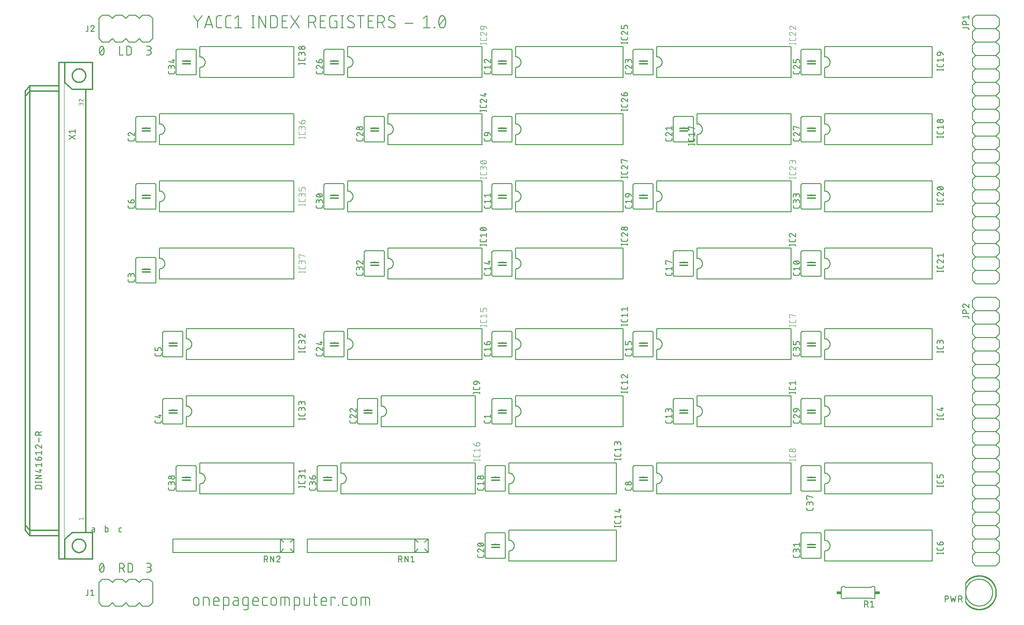
<source format=gbr>
G04 EAGLE Gerber RS-274X export*
G75*
%MOMM*%
%FSLAX34Y34*%
%LPD*%
%INSilkscreen Top*%
%IPPOS*%
%AMOC8*
5,1,8,0,0,1.08239X$1,22.5*%
G01*
%ADD10C,0.203200*%
%ADD11C,0.152400*%
%ADD12C,0.254000*%
%ADD13C,0.127000*%
%ADD14C,0.101600*%
%ADD15C,0.050800*%
%ADD16C,0.076200*%
%ADD17R,0.863600X0.609600*%


D10*
X242316Y1129284D02*
X250105Y1118249D01*
X257895Y1129284D01*
X250105Y1118249D02*
X250105Y1105916D01*
X263195Y1105916D02*
X270984Y1129284D01*
X278773Y1105916D01*
X276826Y1111758D02*
X265142Y1111758D01*
X290541Y1105916D02*
X295734Y1105916D01*
X290541Y1105916D02*
X290398Y1105918D01*
X290255Y1105924D01*
X290112Y1105934D01*
X289970Y1105948D01*
X289828Y1105965D01*
X289686Y1105987D01*
X289545Y1106012D01*
X289405Y1106042D01*
X289266Y1106075D01*
X289128Y1106112D01*
X288991Y1106153D01*
X288855Y1106197D01*
X288720Y1106246D01*
X288587Y1106298D01*
X288455Y1106353D01*
X288325Y1106413D01*
X288196Y1106476D01*
X288069Y1106542D01*
X287944Y1106612D01*
X287822Y1106685D01*
X287701Y1106762D01*
X287582Y1106842D01*
X287466Y1106925D01*
X287351Y1107011D01*
X287240Y1107100D01*
X287130Y1107193D01*
X287024Y1107288D01*
X286920Y1107387D01*
X286819Y1107488D01*
X286720Y1107592D01*
X286625Y1107698D01*
X286532Y1107808D01*
X286443Y1107919D01*
X286357Y1108034D01*
X286274Y1108150D01*
X286194Y1108269D01*
X286117Y1108390D01*
X286044Y1108513D01*
X285974Y1108637D01*
X285908Y1108764D01*
X285845Y1108893D01*
X285785Y1109023D01*
X285730Y1109155D01*
X285678Y1109288D01*
X285629Y1109423D01*
X285585Y1109559D01*
X285544Y1109696D01*
X285507Y1109834D01*
X285474Y1109973D01*
X285444Y1110113D01*
X285419Y1110254D01*
X285397Y1110396D01*
X285380Y1110538D01*
X285366Y1110680D01*
X285356Y1110823D01*
X285350Y1110966D01*
X285348Y1111109D01*
X285348Y1124091D01*
X285350Y1124234D01*
X285356Y1124377D01*
X285366Y1124520D01*
X285380Y1124662D01*
X285397Y1124804D01*
X285419Y1124946D01*
X285444Y1125087D01*
X285474Y1125227D01*
X285507Y1125366D01*
X285544Y1125504D01*
X285585Y1125641D01*
X285629Y1125777D01*
X285678Y1125912D01*
X285730Y1126045D01*
X285785Y1126177D01*
X285845Y1126307D01*
X285908Y1126436D01*
X285974Y1126563D01*
X286044Y1126687D01*
X286117Y1126810D01*
X286194Y1126931D01*
X286274Y1127050D01*
X286357Y1127166D01*
X286443Y1127281D01*
X286532Y1127392D01*
X286625Y1127502D01*
X286720Y1127608D01*
X286819Y1127712D01*
X286920Y1127813D01*
X287024Y1127912D01*
X287130Y1128007D01*
X287240Y1128100D01*
X287351Y1128189D01*
X287466Y1128275D01*
X287582Y1128358D01*
X287701Y1128438D01*
X287822Y1128515D01*
X287944Y1128588D01*
X288069Y1128658D01*
X288196Y1128724D01*
X288325Y1128787D01*
X288455Y1128847D01*
X288587Y1128902D01*
X288720Y1128954D01*
X288855Y1129003D01*
X288991Y1129047D01*
X289128Y1129088D01*
X289266Y1129125D01*
X289405Y1129158D01*
X289545Y1129188D01*
X289686Y1129213D01*
X289828Y1129235D01*
X289970Y1129252D01*
X290112Y1129266D01*
X290255Y1129276D01*
X290398Y1129282D01*
X290541Y1129284D01*
X295734Y1129284D01*
X307940Y1105916D02*
X313133Y1105916D01*
X307940Y1105916D02*
X307797Y1105918D01*
X307654Y1105924D01*
X307511Y1105934D01*
X307369Y1105948D01*
X307227Y1105965D01*
X307085Y1105987D01*
X306944Y1106012D01*
X306804Y1106042D01*
X306665Y1106075D01*
X306527Y1106112D01*
X306390Y1106153D01*
X306254Y1106197D01*
X306119Y1106246D01*
X305986Y1106298D01*
X305854Y1106353D01*
X305724Y1106413D01*
X305595Y1106476D01*
X305468Y1106542D01*
X305343Y1106612D01*
X305221Y1106685D01*
X305100Y1106762D01*
X304981Y1106842D01*
X304865Y1106925D01*
X304750Y1107011D01*
X304639Y1107100D01*
X304529Y1107193D01*
X304423Y1107288D01*
X304319Y1107387D01*
X304218Y1107488D01*
X304119Y1107592D01*
X304024Y1107698D01*
X303931Y1107808D01*
X303842Y1107919D01*
X303756Y1108034D01*
X303673Y1108150D01*
X303593Y1108269D01*
X303516Y1108390D01*
X303443Y1108513D01*
X303373Y1108637D01*
X303307Y1108764D01*
X303244Y1108893D01*
X303184Y1109023D01*
X303129Y1109155D01*
X303077Y1109288D01*
X303028Y1109423D01*
X302984Y1109559D01*
X302943Y1109696D01*
X302906Y1109834D01*
X302873Y1109973D01*
X302843Y1110113D01*
X302818Y1110254D01*
X302796Y1110396D01*
X302779Y1110538D01*
X302765Y1110680D01*
X302755Y1110823D01*
X302749Y1110966D01*
X302747Y1111109D01*
X302747Y1124091D01*
X302749Y1124234D01*
X302755Y1124377D01*
X302765Y1124520D01*
X302779Y1124662D01*
X302796Y1124804D01*
X302818Y1124946D01*
X302843Y1125087D01*
X302873Y1125227D01*
X302906Y1125366D01*
X302943Y1125504D01*
X302984Y1125641D01*
X303028Y1125777D01*
X303077Y1125912D01*
X303129Y1126045D01*
X303184Y1126177D01*
X303244Y1126307D01*
X303307Y1126436D01*
X303373Y1126563D01*
X303443Y1126687D01*
X303516Y1126810D01*
X303593Y1126931D01*
X303673Y1127050D01*
X303756Y1127166D01*
X303842Y1127281D01*
X303931Y1127392D01*
X304024Y1127502D01*
X304119Y1127608D01*
X304218Y1127712D01*
X304319Y1127813D01*
X304423Y1127912D01*
X304529Y1128007D01*
X304639Y1128100D01*
X304750Y1128189D01*
X304865Y1128275D01*
X304981Y1128358D01*
X305100Y1128438D01*
X305221Y1128515D01*
X305343Y1128588D01*
X305468Y1128658D01*
X305595Y1128724D01*
X305724Y1128787D01*
X305854Y1128847D01*
X305986Y1128902D01*
X306119Y1128954D01*
X306254Y1129003D01*
X306390Y1129047D01*
X306527Y1129088D01*
X306665Y1129125D01*
X306804Y1129158D01*
X306944Y1129188D01*
X307085Y1129213D01*
X307227Y1129235D01*
X307369Y1129252D01*
X307511Y1129266D01*
X307654Y1129276D01*
X307797Y1129282D01*
X307940Y1129284D01*
X313133Y1129284D01*
X320170Y1124091D02*
X326661Y1129284D01*
X326661Y1105916D01*
X320170Y1105916D02*
X333152Y1105916D01*
X354499Y1105916D02*
X354499Y1129284D01*
X351903Y1105916D02*
X357096Y1105916D01*
X357096Y1129284D02*
X351903Y1129284D01*
X365407Y1129284D02*
X365407Y1105916D01*
X378389Y1105916D02*
X365407Y1129284D01*
X378389Y1129284D02*
X378389Y1105916D01*
X387678Y1105916D02*
X387678Y1129284D01*
X394169Y1129284D01*
X394328Y1129282D01*
X394487Y1129276D01*
X394647Y1129266D01*
X394805Y1129253D01*
X394964Y1129235D01*
X395121Y1129214D01*
X395279Y1129188D01*
X395435Y1129159D01*
X395591Y1129126D01*
X395746Y1129089D01*
X395900Y1129049D01*
X396053Y1129004D01*
X396205Y1128956D01*
X396356Y1128905D01*
X396505Y1128849D01*
X396653Y1128790D01*
X396799Y1128727D01*
X396944Y1128661D01*
X397087Y1128591D01*
X397229Y1128518D01*
X397368Y1128441D01*
X397506Y1128361D01*
X397642Y1128277D01*
X397775Y1128190D01*
X397907Y1128100D01*
X398036Y1128007D01*
X398162Y1127910D01*
X398287Y1127811D01*
X398409Y1127708D01*
X398528Y1127603D01*
X398645Y1127494D01*
X398759Y1127383D01*
X398870Y1127269D01*
X398979Y1127152D01*
X399084Y1127033D01*
X399187Y1126911D01*
X399286Y1126786D01*
X399383Y1126660D01*
X399476Y1126531D01*
X399566Y1126399D01*
X399653Y1126266D01*
X399737Y1126130D01*
X399817Y1125992D01*
X399894Y1125853D01*
X399967Y1125711D01*
X400037Y1125568D01*
X400103Y1125423D01*
X400166Y1125277D01*
X400225Y1125129D01*
X400281Y1124980D01*
X400332Y1124829D01*
X400380Y1124677D01*
X400425Y1124524D01*
X400465Y1124370D01*
X400502Y1124215D01*
X400535Y1124059D01*
X400564Y1123903D01*
X400590Y1123745D01*
X400611Y1123588D01*
X400629Y1123429D01*
X400642Y1123271D01*
X400652Y1123111D01*
X400658Y1122952D01*
X400660Y1122793D01*
X400660Y1112407D01*
X400658Y1112248D01*
X400652Y1112089D01*
X400642Y1111929D01*
X400629Y1111771D01*
X400611Y1111612D01*
X400590Y1111455D01*
X400564Y1111297D01*
X400535Y1111141D01*
X400502Y1110985D01*
X400465Y1110830D01*
X400425Y1110676D01*
X400380Y1110523D01*
X400332Y1110371D01*
X400281Y1110220D01*
X400225Y1110071D01*
X400166Y1109923D01*
X400103Y1109777D01*
X400037Y1109632D01*
X399967Y1109489D01*
X399894Y1109347D01*
X399817Y1109208D01*
X399737Y1109070D01*
X399653Y1108934D01*
X399566Y1108801D01*
X399476Y1108669D01*
X399383Y1108540D01*
X399286Y1108414D01*
X399187Y1108289D01*
X399084Y1108167D01*
X398979Y1108048D01*
X398870Y1107931D01*
X398759Y1107817D01*
X398645Y1107706D01*
X398528Y1107597D01*
X398409Y1107492D01*
X398287Y1107389D01*
X398162Y1107290D01*
X398036Y1107193D01*
X397907Y1107100D01*
X397775Y1107010D01*
X397642Y1106923D01*
X397506Y1106839D01*
X397368Y1106759D01*
X397229Y1106682D01*
X397087Y1106609D01*
X396944Y1106539D01*
X396799Y1106473D01*
X396653Y1106410D01*
X396505Y1106351D01*
X396356Y1106295D01*
X396205Y1106244D01*
X396053Y1106195D01*
X395900Y1106151D01*
X395746Y1106111D01*
X395591Y1106074D01*
X395435Y1106041D01*
X395279Y1106012D01*
X395121Y1105986D01*
X394964Y1105965D01*
X394805Y1105947D01*
X394646Y1105934D01*
X394487Y1105924D01*
X394328Y1105918D01*
X394169Y1105916D01*
X387678Y1105916D01*
X409973Y1105916D02*
X420358Y1105916D01*
X409973Y1105916D02*
X409973Y1129284D01*
X420358Y1129284D01*
X417762Y1118898D02*
X409973Y1118898D01*
X426049Y1105916D02*
X441628Y1129284D01*
X426049Y1129284D02*
X441628Y1105916D01*
X460121Y1105916D02*
X460121Y1129284D01*
X466612Y1129284D01*
X466771Y1129282D01*
X466930Y1129276D01*
X467090Y1129266D01*
X467248Y1129253D01*
X467407Y1129235D01*
X467564Y1129214D01*
X467722Y1129188D01*
X467878Y1129159D01*
X468034Y1129126D01*
X468189Y1129089D01*
X468343Y1129049D01*
X468496Y1129004D01*
X468648Y1128956D01*
X468799Y1128905D01*
X468948Y1128849D01*
X469096Y1128790D01*
X469242Y1128727D01*
X469387Y1128661D01*
X469530Y1128591D01*
X469672Y1128518D01*
X469811Y1128441D01*
X469949Y1128361D01*
X470085Y1128277D01*
X470218Y1128190D01*
X470350Y1128100D01*
X470479Y1128007D01*
X470605Y1127910D01*
X470730Y1127811D01*
X470852Y1127708D01*
X470971Y1127603D01*
X471088Y1127494D01*
X471202Y1127383D01*
X471313Y1127269D01*
X471422Y1127152D01*
X471527Y1127033D01*
X471630Y1126911D01*
X471729Y1126786D01*
X471826Y1126660D01*
X471919Y1126531D01*
X472009Y1126399D01*
X472096Y1126266D01*
X472180Y1126130D01*
X472260Y1125992D01*
X472337Y1125853D01*
X472410Y1125711D01*
X472480Y1125568D01*
X472546Y1125423D01*
X472609Y1125277D01*
X472668Y1125129D01*
X472724Y1124980D01*
X472775Y1124829D01*
X472823Y1124677D01*
X472868Y1124524D01*
X472908Y1124370D01*
X472945Y1124215D01*
X472978Y1124059D01*
X473007Y1123903D01*
X473033Y1123745D01*
X473054Y1123588D01*
X473072Y1123429D01*
X473085Y1123271D01*
X473095Y1123111D01*
X473101Y1122952D01*
X473103Y1122793D01*
X473101Y1122634D01*
X473095Y1122475D01*
X473085Y1122315D01*
X473072Y1122157D01*
X473054Y1121998D01*
X473033Y1121841D01*
X473007Y1121683D01*
X472978Y1121527D01*
X472945Y1121371D01*
X472908Y1121216D01*
X472868Y1121062D01*
X472823Y1120909D01*
X472775Y1120757D01*
X472724Y1120606D01*
X472668Y1120457D01*
X472609Y1120309D01*
X472546Y1120163D01*
X472480Y1120018D01*
X472410Y1119875D01*
X472337Y1119733D01*
X472260Y1119594D01*
X472180Y1119456D01*
X472096Y1119320D01*
X472009Y1119187D01*
X471919Y1119055D01*
X471826Y1118926D01*
X471729Y1118800D01*
X471630Y1118675D01*
X471527Y1118553D01*
X471422Y1118434D01*
X471313Y1118317D01*
X471202Y1118203D01*
X471088Y1118092D01*
X470971Y1117983D01*
X470852Y1117878D01*
X470730Y1117775D01*
X470605Y1117676D01*
X470479Y1117579D01*
X470350Y1117486D01*
X470218Y1117396D01*
X470085Y1117309D01*
X469949Y1117225D01*
X469811Y1117145D01*
X469672Y1117068D01*
X469530Y1116995D01*
X469387Y1116925D01*
X469242Y1116859D01*
X469096Y1116796D01*
X468948Y1116737D01*
X468799Y1116681D01*
X468648Y1116630D01*
X468496Y1116582D01*
X468343Y1116537D01*
X468189Y1116497D01*
X468034Y1116460D01*
X467878Y1116427D01*
X467722Y1116398D01*
X467564Y1116372D01*
X467407Y1116351D01*
X467248Y1116333D01*
X467090Y1116320D01*
X466930Y1116310D01*
X466771Y1116304D01*
X466612Y1116302D01*
X460121Y1116302D01*
X467910Y1116302D02*
X473103Y1105916D01*
X481656Y1105916D02*
X492042Y1105916D01*
X481656Y1105916D02*
X481656Y1129284D01*
X492042Y1129284D01*
X489446Y1118898D02*
X481656Y1118898D01*
X508814Y1118898D02*
X512709Y1118898D01*
X512709Y1105916D01*
X504920Y1105916D01*
X504777Y1105918D01*
X504634Y1105924D01*
X504491Y1105934D01*
X504349Y1105948D01*
X504207Y1105965D01*
X504065Y1105987D01*
X503924Y1106012D01*
X503784Y1106042D01*
X503645Y1106075D01*
X503507Y1106112D01*
X503370Y1106153D01*
X503234Y1106197D01*
X503099Y1106246D01*
X502966Y1106298D01*
X502834Y1106353D01*
X502704Y1106413D01*
X502575Y1106476D01*
X502448Y1106542D01*
X502323Y1106612D01*
X502201Y1106685D01*
X502080Y1106762D01*
X501961Y1106842D01*
X501845Y1106925D01*
X501730Y1107011D01*
X501619Y1107100D01*
X501509Y1107193D01*
X501403Y1107288D01*
X501299Y1107387D01*
X501198Y1107488D01*
X501099Y1107592D01*
X501004Y1107698D01*
X500911Y1107808D01*
X500822Y1107919D01*
X500736Y1108034D01*
X500653Y1108150D01*
X500573Y1108269D01*
X500496Y1108390D01*
X500423Y1108513D01*
X500353Y1108637D01*
X500287Y1108764D01*
X500224Y1108893D01*
X500164Y1109023D01*
X500109Y1109155D01*
X500057Y1109288D01*
X500008Y1109423D01*
X499964Y1109559D01*
X499923Y1109696D01*
X499886Y1109834D01*
X499853Y1109973D01*
X499823Y1110113D01*
X499798Y1110254D01*
X499776Y1110396D01*
X499759Y1110538D01*
X499745Y1110680D01*
X499735Y1110823D01*
X499729Y1110966D01*
X499727Y1111109D01*
X499727Y1124091D01*
X499729Y1124234D01*
X499735Y1124377D01*
X499745Y1124520D01*
X499759Y1124662D01*
X499776Y1124804D01*
X499798Y1124946D01*
X499823Y1125087D01*
X499853Y1125227D01*
X499886Y1125366D01*
X499923Y1125504D01*
X499964Y1125641D01*
X500008Y1125777D01*
X500057Y1125912D01*
X500109Y1126045D01*
X500164Y1126177D01*
X500224Y1126307D01*
X500287Y1126436D01*
X500353Y1126563D01*
X500423Y1126687D01*
X500496Y1126810D01*
X500573Y1126931D01*
X500653Y1127050D01*
X500736Y1127166D01*
X500822Y1127281D01*
X500911Y1127392D01*
X501004Y1127502D01*
X501099Y1127608D01*
X501198Y1127712D01*
X501299Y1127813D01*
X501403Y1127912D01*
X501509Y1128007D01*
X501619Y1128100D01*
X501730Y1128189D01*
X501845Y1128275D01*
X501961Y1128358D01*
X502080Y1128438D01*
X502201Y1128515D01*
X502323Y1128588D01*
X502448Y1128658D01*
X502575Y1128724D01*
X502704Y1128787D01*
X502834Y1128847D01*
X502966Y1128902D01*
X503099Y1128954D01*
X503234Y1129003D01*
X503370Y1129047D01*
X503507Y1129088D01*
X503645Y1129125D01*
X503784Y1129158D01*
X503924Y1129188D01*
X504065Y1129213D01*
X504207Y1129235D01*
X504349Y1129252D01*
X504491Y1129266D01*
X504634Y1129276D01*
X504777Y1129282D01*
X504920Y1129284D01*
X512709Y1129284D01*
X523617Y1129284D02*
X523617Y1105916D01*
X521021Y1105916D02*
X526213Y1105916D01*
X526213Y1129284D02*
X521021Y1129284D01*
X540922Y1105916D02*
X541065Y1105918D01*
X541208Y1105924D01*
X541351Y1105934D01*
X541493Y1105948D01*
X541635Y1105965D01*
X541777Y1105987D01*
X541918Y1106012D01*
X542058Y1106042D01*
X542197Y1106075D01*
X542335Y1106112D01*
X542472Y1106153D01*
X542608Y1106197D01*
X542743Y1106246D01*
X542876Y1106298D01*
X543008Y1106353D01*
X543138Y1106413D01*
X543267Y1106476D01*
X543394Y1106542D01*
X543519Y1106612D01*
X543641Y1106685D01*
X543762Y1106762D01*
X543881Y1106842D01*
X543997Y1106925D01*
X544112Y1107011D01*
X544223Y1107100D01*
X544333Y1107193D01*
X544439Y1107288D01*
X544543Y1107387D01*
X544644Y1107488D01*
X544743Y1107592D01*
X544838Y1107698D01*
X544931Y1107808D01*
X545020Y1107919D01*
X545106Y1108034D01*
X545189Y1108150D01*
X545269Y1108269D01*
X545346Y1108390D01*
X545419Y1108513D01*
X545489Y1108637D01*
X545555Y1108764D01*
X545618Y1108893D01*
X545678Y1109023D01*
X545733Y1109155D01*
X545785Y1109288D01*
X545834Y1109423D01*
X545878Y1109559D01*
X545919Y1109696D01*
X545956Y1109834D01*
X545989Y1109973D01*
X546019Y1110113D01*
X546044Y1110254D01*
X546066Y1110396D01*
X546083Y1110538D01*
X546097Y1110680D01*
X546107Y1110823D01*
X546113Y1110966D01*
X546115Y1111109D01*
X540922Y1105916D02*
X540660Y1105919D01*
X540397Y1105929D01*
X540135Y1105944D01*
X539874Y1105966D01*
X539613Y1105994D01*
X539353Y1106029D01*
X539093Y1106070D01*
X538835Y1106116D01*
X538578Y1106169D01*
X538322Y1106229D01*
X538068Y1106294D01*
X537815Y1106365D01*
X537565Y1106442D01*
X537316Y1106526D01*
X537069Y1106615D01*
X536824Y1106710D01*
X536582Y1106811D01*
X536342Y1106918D01*
X536105Y1107030D01*
X535871Y1107148D01*
X535639Y1107272D01*
X535411Y1107401D01*
X535185Y1107536D01*
X534963Y1107676D01*
X534744Y1107821D01*
X534529Y1107971D01*
X534318Y1108127D01*
X534110Y1108287D01*
X533906Y1108453D01*
X533707Y1108623D01*
X533511Y1108798D01*
X533320Y1108977D01*
X533133Y1109162D01*
X533782Y1124091D02*
X533784Y1124234D01*
X533790Y1124377D01*
X533800Y1124520D01*
X533814Y1124662D01*
X533831Y1124804D01*
X533853Y1124946D01*
X533878Y1125087D01*
X533908Y1125227D01*
X533941Y1125366D01*
X533978Y1125504D01*
X534019Y1125641D01*
X534063Y1125777D01*
X534112Y1125912D01*
X534164Y1126045D01*
X534219Y1126177D01*
X534279Y1126307D01*
X534342Y1126436D01*
X534408Y1126563D01*
X534478Y1126688D01*
X534551Y1126810D01*
X534628Y1126931D01*
X534708Y1127050D01*
X534791Y1127166D01*
X534877Y1127281D01*
X534966Y1127392D01*
X535059Y1127502D01*
X535154Y1127608D01*
X535253Y1127712D01*
X535354Y1127813D01*
X535458Y1127912D01*
X535564Y1128007D01*
X535674Y1128100D01*
X535785Y1128189D01*
X535900Y1128275D01*
X536016Y1128359D01*
X536135Y1128438D01*
X536256Y1128515D01*
X536379Y1128588D01*
X536503Y1128658D01*
X536630Y1128724D01*
X536759Y1128787D01*
X536889Y1128847D01*
X537021Y1128902D01*
X537154Y1128954D01*
X537289Y1129003D01*
X537425Y1129047D01*
X537562Y1129088D01*
X537700Y1129125D01*
X537839Y1129158D01*
X537979Y1129188D01*
X538120Y1129213D01*
X538262Y1129235D01*
X538404Y1129252D01*
X538546Y1129266D01*
X538689Y1129276D01*
X538832Y1129282D01*
X538975Y1129284D01*
X539207Y1129281D01*
X539439Y1129273D01*
X539671Y1129259D01*
X539902Y1129240D01*
X540133Y1129215D01*
X540363Y1129185D01*
X540592Y1129149D01*
X540820Y1129108D01*
X541048Y1129061D01*
X541274Y1129009D01*
X541499Y1128951D01*
X541722Y1128888D01*
X541944Y1128820D01*
X542164Y1128747D01*
X542382Y1128668D01*
X542599Y1128585D01*
X542813Y1128496D01*
X543025Y1128402D01*
X543235Y1128303D01*
X543443Y1128199D01*
X543647Y1128090D01*
X543850Y1127976D01*
X544049Y1127857D01*
X544246Y1127734D01*
X544439Y1127606D01*
X544630Y1127474D01*
X544817Y1127337D01*
X536378Y1119547D02*
X536255Y1119622D01*
X536134Y1119700D01*
X536015Y1119782D01*
X535899Y1119866D01*
X535785Y1119954D01*
X535673Y1120045D01*
X535563Y1120139D01*
X535457Y1120236D01*
X535353Y1120336D01*
X535252Y1120438D01*
X535153Y1120544D01*
X535058Y1120652D01*
X534965Y1120762D01*
X534876Y1120875D01*
X534790Y1120991D01*
X534706Y1121108D01*
X534627Y1121228D01*
X534550Y1121350D01*
X534477Y1121474D01*
X534407Y1121600D01*
X534341Y1121728D01*
X534278Y1121858D01*
X534219Y1121989D01*
X534163Y1122122D01*
X534111Y1122257D01*
X534063Y1122393D01*
X534018Y1122530D01*
X533978Y1122668D01*
X533941Y1122807D01*
X533907Y1122947D01*
X533878Y1123088D01*
X533853Y1123230D01*
X533831Y1123373D01*
X533813Y1123516D01*
X533800Y1123659D01*
X533790Y1123803D01*
X533784Y1123947D01*
X533782Y1124091D01*
X543519Y1115653D02*
X543642Y1115578D01*
X543763Y1115500D01*
X543882Y1115418D01*
X543998Y1115334D01*
X544112Y1115246D01*
X544224Y1115155D01*
X544333Y1115061D01*
X544440Y1114964D01*
X544544Y1114864D01*
X544645Y1114762D01*
X544744Y1114656D01*
X544839Y1114548D01*
X544932Y1114438D01*
X545021Y1114325D01*
X545107Y1114210D01*
X545190Y1114092D01*
X545270Y1113972D01*
X545347Y1113850D01*
X545420Y1113726D01*
X545490Y1113600D01*
X545556Y1113472D01*
X545619Y1113342D01*
X545678Y1113211D01*
X545734Y1113078D01*
X545786Y1112943D01*
X545834Y1112807D01*
X545879Y1112670D01*
X545919Y1112532D01*
X545956Y1112393D01*
X545990Y1112253D01*
X546019Y1112112D01*
X546044Y1111970D01*
X546066Y1111827D01*
X546084Y1111684D01*
X546097Y1111541D01*
X546107Y1111397D01*
X546113Y1111253D01*
X546115Y1111109D01*
X543519Y1115653D02*
X536378Y1119547D01*
X558415Y1129284D02*
X558415Y1105916D01*
X551924Y1129284D02*
X564906Y1129284D01*
X572131Y1105916D02*
X582517Y1105916D01*
X572131Y1105916D02*
X572131Y1129284D01*
X582517Y1129284D01*
X579920Y1118898D02*
X572131Y1118898D01*
X590265Y1129284D02*
X590265Y1105916D01*
X590265Y1129284D02*
X596756Y1129284D01*
X596915Y1129282D01*
X597074Y1129276D01*
X597234Y1129266D01*
X597392Y1129253D01*
X597551Y1129235D01*
X597708Y1129214D01*
X597866Y1129188D01*
X598022Y1129159D01*
X598178Y1129126D01*
X598333Y1129089D01*
X598487Y1129049D01*
X598640Y1129004D01*
X598792Y1128956D01*
X598943Y1128905D01*
X599092Y1128849D01*
X599240Y1128790D01*
X599386Y1128727D01*
X599531Y1128661D01*
X599674Y1128591D01*
X599816Y1128518D01*
X599955Y1128441D01*
X600093Y1128361D01*
X600229Y1128277D01*
X600362Y1128190D01*
X600494Y1128100D01*
X600623Y1128007D01*
X600749Y1127910D01*
X600874Y1127811D01*
X600996Y1127708D01*
X601115Y1127603D01*
X601232Y1127494D01*
X601346Y1127383D01*
X601457Y1127269D01*
X601566Y1127152D01*
X601671Y1127033D01*
X601774Y1126911D01*
X601873Y1126786D01*
X601970Y1126660D01*
X602063Y1126531D01*
X602153Y1126399D01*
X602240Y1126266D01*
X602324Y1126130D01*
X602404Y1125992D01*
X602481Y1125853D01*
X602554Y1125711D01*
X602624Y1125568D01*
X602690Y1125423D01*
X602753Y1125277D01*
X602812Y1125129D01*
X602868Y1124980D01*
X602919Y1124829D01*
X602967Y1124677D01*
X603012Y1124524D01*
X603052Y1124370D01*
X603089Y1124215D01*
X603122Y1124059D01*
X603151Y1123903D01*
X603177Y1123745D01*
X603198Y1123588D01*
X603216Y1123429D01*
X603229Y1123271D01*
X603239Y1123111D01*
X603245Y1122952D01*
X603247Y1122793D01*
X603245Y1122634D01*
X603239Y1122475D01*
X603229Y1122315D01*
X603216Y1122157D01*
X603198Y1121998D01*
X603177Y1121841D01*
X603151Y1121683D01*
X603122Y1121527D01*
X603089Y1121371D01*
X603052Y1121216D01*
X603012Y1121062D01*
X602967Y1120909D01*
X602919Y1120757D01*
X602868Y1120606D01*
X602812Y1120457D01*
X602753Y1120309D01*
X602690Y1120163D01*
X602624Y1120018D01*
X602554Y1119875D01*
X602481Y1119733D01*
X602404Y1119594D01*
X602324Y1119456D01*
X602240Y1119320D01*
X602153Y1119187D01*
X602063Y1119055D01*
X601970Y1118926D01*
X601873Y1118800D01*
X601774Y1118675D01*
X601671Y1118553D01*
X601566Y1118434D01*
X601457Y1118317D01*
X601346Y1118203D01*
X601232Y1118092D01*
X601115Y1117983D01*
X600996Y1117878D01*
X600874Y1117775D01*
X600749Y1117676D01*
X600623Y1117579D01*
X600494Y1117486D01*
X600362Y1117396D01*
X600229Y1117309D01*
X600093Y1117225D01*
X599955Y1117145D01*
X599816Y1117068D01*
X599674Y1116995D01*
X599531Y1116925D01*
X599386Y1116859D01*
X599240Y1116796D01*
X599092Y1116737D01*
X598943Y1116681D01*
X598792Y1116630D01*
X598640Y1116582D01*
X598487Y1116537D01*
X598333Y1116497D01*
X598178Y1116460D01*
X598022Y1116427D01*
X597866Y1116398D01*
X597708Y1116372D01*
X597551Y1116351D01*
X597392Y1116333D01*
X597234Y1116320D01*
X597074Y1116310D01*
X596915Y1116304D01*
X596756Y1116302D01*
X590265Y1116302D01*
X598055Y1116302D02*
X603248Y1105916D01*
X618174Y1105916D02*
X618317Y1105918D01*
X618460Y1105924D01*
X618603Y1105934D01*
X618745Y1105948D01*
X618887Y1105965D01*
X619029Y1105987D01*
X619170Y1106012D01*
X619310Y1106042D01*
X619449Y1106075D01*
X619587Y1106112D01*
X619724Y1106153D01*
X619860Y1106197D01*
X619995Y1106246D01*
X620128Y1106298D01*
X620260Y1106353D01*
X620390Y1106413D01*
X620519Y1106476D01*
X620646Y1106542D01*
X620771Y1106612D01*
X620893Y1106685D01*
X621014Y1106762D01*
X621133Y1106842D01*
X621249Y1106925D01*
X621364Y1107011D01*
X621475Y1107100D01*
X621585Y1107193D01*
X621691Y1107288D01*
X621795Y1107387D01*
X621896Y1107488D01*
X621995Y1107592D01*
X622090Y1107698D01*
X622183Y1107808D01*
X622272Y1107919D01*
X622358Y1108034D01*
X622441Y1108150D01*
X622521Y1108269D01*
X622598Y1108390D01*
X622671Y1108513D01*
X622741Y1108637D01*
X622807Y1108764D01*
X622870Y1108893D01*
X622930Y1109023D01*
X622985Y1109155D01*
X623037Y1109288D01*
X623086Y1109423D01*
X623130Y1109559D01*
X623171Y1109696D01*
X623208Y1109834D01*
X623241Y1109973D01*
X623271Y1110113D01*
X623296Y1110254D01*
X623318Y1110396D01*
X623335Y1110538D01*
X623349Y1110680D01*
X623359Y1110823D01*
X623365Y1110966D01*
X623367Y1111109D01*
X618174Y1105916D02*
X617912Y1105919D01*
X617649Y1105929D01*
X617387Y1105944D01*
X617126Y1105966D01*
X616865Y1105994D01*
X616605Y1106029D01*
X616345Y1106070D01*
X616087Y1106116D01*
X615830Y1106169D01*
X615574Y1106229D01*
X615320Y1106294D01*
X615067Y1106365D01*
X614817Y1106442D01*
X614568Y1106526D01*
X614321Y1106615D01*
X614076Y1106710D01*
X613834Y1106811D01*
X613594Y1106918D01*
X613357Y1107030D01*
X613123Y1107148D01*
X612891Y1107272D01*
X612663Y1107401D01*
X612437Y1107536D01*
X612215Y1107676D01*
X611996Y1107821D01*
X611781Y1107971D01*
X611570Y1108127D01*
X611362Y1108287D01*
X611158Y1108453D01*
X610959Y1108623D01*
X610763Y1108798D01*
X610572Y1108977D01*
X610385Y1109162D01*
X611033Y1124091D02*
X611035Y1124234D01*
X611041Y1124377D01*
X611051Y1124520D01*
X611065Y1124662D01*
X611082Y1124804D01*
X611104Y1124946D01*
X611129Y1125087D01*
X611159Y1125227D01*
X611192Y1125366D01*
X611229Y1125504D01*
X611270Y1125641D01*
X611314Y1125777D01*
X611363Y1125912D01*
X611415Y1126045D01*
X611470Y1126177D01*
X611530Y1126307D01*
X611593Y1126436D01*
X611659Y1126563D01*
X611729Y1126688D01*
X611802Y1126810D01*
X611879Y1126931D01*
X611959Y1127050D01*
X612042Y1127166D01*
X612128Y1127281D01*
X612217Y1127392D01*
X612310Y1127502D01*
X612405Y1127608D01*
X612504Y1127712D01*
X612605Y1127813D01*
X612709Y1127912D01*
X612815Y1128007D01*
X612925Y1128100D01*
X613036Y1128189D01*
X613151Y1128275D01*
X613267Y1128359D01*
X613386Y1128438D01*
X613507Y1128515D01*
X613630Y1128588D01*
X613754Y1128658D01*
X613881Y1128724D01*
X614010Y1128787D01*
X614140Y1128847D01*
X614272Y1128902D01*
X614405Y1128954D01*
X614540Y1129003D01*
X614676Y1129047D01*
X614813Y1129088D01*
X614951Y1129125D01*
X615090Y1129158D01*
X615230Y1129188D01*
X615371Y1129213D01*
X615513Y1129235D01*
X615655Y1129252D01*
X615797Y1129266D01*
X615940Y1129276D01*
X616083Y1129282D01*
X616226Y1129284D01*
X616458Y1129281D01*
X616690Y1129273D01*
X616922Y1129259D01*
X617153Y1129240D01*
X617384Y1129215D01*
X617614Y1129185D01*
X617843Y1129149D01*
X618071Y1129108D01*
X618299Y1129061D01*
X618525Y1129009D01*
X618750Y1128951D01*
X618973Y1128888D01*
X619195Y1128820D01*
X619415Y1128747D01*
X619633Y1128668D01*
X619850Y1128585D01*
X620064Y1128496D01*
X620276Y1128402D01*
X620486Y1128303D01*
X620694Y1128199D01*
X620898Y1128090D01*
X621101Y1127976D01*
X621300Y1127857D01*
X621497Y1127734D01*
X621690Y1127606D01*
X621881Y1127474D01*
X622068Y1127337D01*
X613630Y1119547D02*
X613507Y1119622D01*
X613386Y1119700D01*
X613267Y1119782D01*
X613151Y1119866D01*
X613037Y1119954D01*
X612925Y1120045D01*
X612815Y1120139D01*
X612709Y1120236D01*
X612605Y1120336D01*
X612504Y1120438D01*
X612405Y1120544D01*
X612310Y1120652D01*
X612217Y1120762D01*
X612128Y1120875D01*
X612042Y1120991D01*
X611958Y1121108D01*
X611879Y1121228D01*
X611802Y1121350D01*
X611729Y1121474D01*
X611659Y1121600D01*
X611593Y1121728D01*
X611530Y1121858D01*
X611471Y1121989D01*
X611415Y1122122D01*
X611363Y1122257D01*
X611315Y1122393D01*
X611270Y1122530D01*
X611230Y1122668D01*
X611193Y1122807D01*
X611159Y1122947D01*
X611130Y1123088D01*
X611105Y1123230D01*
X611083Y1123373D01*
X611065Y1123516D01*
X611052Y1123659D01*
X611042Y1123803D01*
X611036Y1123947D01*
X611034Y1124091D01*
X620771Y1115653D02*
X620894Y1115578D01*
X621015Y1115500D01*
X621134Y1115418D01*
X621250Y1115334D01*
X621364Y1115246D01*
X621476Y1115155D01*
X621585Y1115061D01*
X621692Y1114964D01*
X621796Y1114864D01*
X621897Y1114762D01*
X621996Y1114656D01*
X622091Y1114548D01*
X622184Y1114438D01*
X622273Y1114325D01*
X622359Y1114210D01*
X622442Y1114092D01*
X622522Y1113972D01*
X622599Y1113850D01*
X622672Y1113726D01*
X622742Y1113600D01*
X622808Y1113472D01*
X622871Y1113342D01*
X622930Y1113211D01*
X622986Y1113078D01*
X623038Y1112943D01*
X623086Y1112807D01*
X623131Y1112670D01*
X623171Y1112532D01*
X623208Y1112393D01*
X623242Y1112253D01*
X623271Y1112112D01*
X623296Y1111970D01*
X623318Y1111827D01*
X623336Y1111684D01*
X623349Y1111541D01*
X623359Y1111397D01*
X623365Y1111253D01*
X623367Y1111109D01*
X620770Y1115653D02*
X613630Y1119547D01*
X641796Y1115004D02*
X657375Y1115004D01*
X676500Y1124091D02*
X682991Y1129284D01*
X682991Y1105916D01*
X676500Y1105916D02*
X689483Y1105916D01*
X696958Y1105916D02*
X696958Y1107214D01*
X698256Y1107214D01*
X698256Y1105916D01*
X696958Y1105916D01*
X705731Y1117600D02*
X705736Y1118060D01*
X705753Y1118519D01*
X705780Y1118978D01*
X705819Y1119436D01*
X705868Y1119893D01*
X705928Y1120349D01*
X705999Y1120803D01*
X706081Y1121256D01*
X706174Y1121706D01*
X706277Y1122154D01*
X706391Y1122599D01*
X706516Y1123042D01*
X706651Y1123481D01*
X706797Y1123917D01*
X706953Y1124349D01*
X707119Y1124778D01*
X707295Y1125203D01*
X707482Y1125623D01*
X707678Y1126038D01*
X707679Y1126039D02*
X707724Y1126166D01*
X707774Y1126292D01*
X707826Y1126417D01*
X707883Y1126540D01*
X707943Y1126662D01*
X708006Y1126781D01*
X708072Y1126899D01*
X708142Y1127015D01*
X708215Y1127129D01*
X708291Y1127241D01*
X708371Y1127351D01*
X708453Y1127458D01*
X708539Y1127563D01*
X708627Y1127666D01*
X708718Y1127766D01*
X708812Y1127864D01*
X708909Y1127958D01*
X709008Y1128050D01*
X709110Y1128140D01*
X709214Y1128226D01*
X709321Y1128309D01*
X709430Y1128389D01*
X709542Y1128467D01*
X709655Y1128540D01*
X709770Y1128611D01*
X709888Y1128679D01*
X710007Y1128743D01*
X710128Y1128804D01*
X710251Y1128861D01*
X710375Y1128915D01*
X710501Y1128965D01*
X710628Y1129012D01*
X710756Y1129055D01*
X710886Y1129094D01*
X711016Y1129130D01*
X711148Y1129162D01*
X711280Y1129191D01*
X711413Y1129215D01*
X711547Y1129236D01*
X711682Y1129253D01*
X711816Y1129267D01*
X711951Y1129276D01*
X712087Y1129282D01*
X712222Y1129284D01*
X712357Y1129282D01*
X712493Y1129276D01*
X712628Y1129267D01*
X712763Y1129253D01*
X712897Y1129236D01*
X713031Y1129215D01*
X713164Y1129191D01*
X713296Y1129162D01*
X713428Y1129130D01*
X713558Y1129094D01*
X713688Y1129055D01*
X713816Y1129012D01*
X713943Y1128965D01*
X714069Y1128915D01*
X714193Y1128861D01*
X714316Y1128804D01*
X714437Y1128743D01*
X714556Y1128679D01*
X714674Y1128611D01*
X714789Y1128540D01*
X714902Y1128466D01*
X715014Y1128389D01*
X715123Y1128309D01*
X715230Y1128226D01*
X715334Y1128140D01*
X715436Y1128050D01*
X715535Y1127958D01*
X715632Y1127864D01*
X715726Y1127766D01*
X715817Y1127666D01*
X715905Y1127563D01*
X715991Y1127458D01*
X716073Y1127351D01*
X716153Y1127241D01*
X716229Y1127129D01*
X716302Y1127015D01*
X716372Y1126899D01*
X716438Y1126781D01*
X716501Y1126662D01*
X716561Y1126540D01*
X716618Y1126417D01*
X716670Y1126292D01*
X716720Y1126166D01*
X716765Y1126039D01*
X716766Y1126039D02*
X716962Y1125623D01*
X717149Y1125203D01*
X717325Y1124778D01*
X717491Y1124350D01*
X717647Y1123917D01*
X717793Y1123481D01*
X717928Y1123042D01*
X718053Y1122599D01*
X718167Y1122154D01*
X718270Y1121706D01*
X718363Y1121256D01*
X718445Y1120803D01*
X718516Y1120349D01*
X718576Y1119893D01*
X718625Y1119436D01*
X718664Y1118978D01*
X718691Y1118519D01*
X718708Y1118060D01*
X718713Y1117600D01*
X705731Y1117600D02*
X705736Y1117140D01*
X705753Y1116681D01*
X705780Y1116222D01*
X705819Y1115764D01*
X705868Y1115307D01*
X705928Y1114851D01*
X705999Y1114397D01*
X706081Y1113945D01*
X706174Y1113494D01*
X706277Y1113046D01*
X706391Y1112601D01*
X706516Y1112158D01*
X706651Y1111719D01*
X706797Y1111283D01*
X706953Y1110851D01*
X707119Y1110422D01*
X707295Y1109997D01*
X707482Y1109577D01*
X707678Y1109162D01*
X707679Y1109161D02*
X707724Y1109034D01*
X707774Y1108908D01*
X707826Y1108783D01*
X707883Y1108660D01*
X707943Y1108538D01*
X708006Y1108419D01*
X708072Y1108301D01*
X708142Y1108185D01*
X708215Y1108071D01*
X708291Y1107959D01*
X708371Y1107849D01*
X708453Y1107742D01*
X708539Y1107637D01*
X708627Y1107534D01*
X708718Y1107434D01*
X708812Y1107336D01*
X708909Y1107242D01*
X709008Y1107150D01*
X709110Y1107060D01*
X709215Y1106974D01*
X709321Y1106891D01*
X709430Y1106811D01*
X709542Y1106733D01*
X709655Y1106660D01*
X709770Y1106589D01*
X709888Y1106521D01*
X710007Y1106457D01*
X710128Y1106396D01*
X710251Y1106339D01*
X710375Y1106285D01*
X710501Y1106235D01*
X710628Y1106188D01*
X710756Y1106145D01*
X710886Y1106106D01*
X711016Y1106070D01*
X711148Y1106038D01*
X711280Y1106009D01*
X711413Y1105985D01*
X711547Y1105964D01*
X711682Y1105947D01*
X711816Y1105933D01*
X711951Y1105924D01*
X712087Y1105918D01*
X712222Y1105916D01*
X716766Y1109162D02*
X716962Y1109577D01*
X717149Y1109997D01*
X717325Y1110422D01*
X717491Y1110850D01*
X717647Y1111283D01*
X717793Y1111719D01*
X717928Y1112158D01*
X718053Y1112601D01*
X718167Y1113046D01*
X718270Y1113494D01*
X718363Y1113944D01*
X718445Y1114397D01*
X718516Y1114851D01*
X718576Y1115307D01*
X718625Y1115764D01*
X718664Y1116222D01*
X718691Y1116681D01*
X718708Y1117140D01*
X718713Y1117600D01*
X716765Y1109161D02*
X716720Y1109034D01*
X716670Y1108908D01*
X716618Y1108783D01*
X716561Y1108660D01*
X716501Y1108538D01*
X716438Y1108419D01*
X716372Y1108301D01*
X716302Y1108185D01*
X716229Y1108071D01*
X716153Y1107959D01*
X716073Y1107849D01*
X715991Y1107742D01*
X715905Y1107637D01*
X715817Y1107534D01*
X715726Y1107434D01*
X715632Y1107336D01*
X715535Y1107242D01*
X715436Y1107150D01*
X715334Y1107060D01*
X715230Y1106974D01*
X715123Y1106891D01*
X715014Y1106811D01*
X714902Y1106733D01*
X714789Y1106660D01*
X714674Y1106589D01*
X714556Y1106521D01*
X714437Y1106457D01*
X714316Y1106396D01*
X714193Y1106339D01*
X714069Y1106285D01*
X713943Y1106235D01*
X713816Y1106188D01*
X713688Y1106145D01*
X713558Y1106106D01*
X713428Y1106070D01*
X713296Y1106038D01*
X713164Y1106009D01*
X713031Y1105985D01*
X712897Y1105964D01*
X712762Y1105947D01*
X712628Y1105933D01*
X712493Y1105924D01*
X712357Y1105918D01*
X712222Y1105916D01*
X707029Y1111109D02*
X717415Y1124091D01*
X242316Y24102D02*
X242316Y18909D01*
X242316Y24102D02*
X242318Y24245D01*
X242324Y24388D01*
X242334Y24531D01*
X242348Y24673D01*
X242365Y24815D01*
X242387Y24957D01*
X242412Y25098D01*
X242442Y25238D01*
X242475Y25377D01*
X242512Y25515D01*
X242553Y25652D01*
X242597Y25788D01*
X242646Y25923D01*
X242698Y26056D01*
X242753Y26188D01*
X242813Y26318D01*
X242876Y26447D01*
X242942Y26574D01*
X243012Y26699D01*
X243085Y26821D01*
X243162Y26942D01*
X243242Y27061D01*
X243325Y27177D01*
X243411Y27292D01*
X243500Y27403D01*
X243593Y27513D01*
X243688Y27619D01*
X243787Y27723D01*
X243888Y27824D01*
X243992Y27923D01*
X244098Y28018D01*
X244208Y28111D01*
X244319Y28200D01*
X244434Y28286D01*
X244550Y28369D01*
X244669Y28449D01*
X244790Y28526D01*
X244913Y28599D01*
X245037Y28669D01*
X245164Y28735D01*
X245293Y28798D01*
X245423Y28858D01*
X245555Y28913D01*
X245688Y28965D01*
X245823Y29014D01*
X245959Y29058D01*
X246096Y29099D01*
X246234Y29136D01*
X246373Y29169D01*
X246513Y29199D01*
X246654Y29224D01*
X246796Y29246D01*
X246938Y29263D01*
X247080Y29277D01*
X247223Y29287D01*
X247366Y29293D01*
X247509Y29295D01*
X247652Y29293D01*
X247795Y29287D01*
X247938Y29277D01*
X248080Y29263D01*
X248222Y29246D01*
X248364Y29224D01*
X248505Y29199D01*
X248645Y29169D01*
X248784Y29136D01*
X248922Y29099D01*
X249059Y29058D01*
X249195Y29014D01*
X249330Y28965D01*
X249463Y28913D01*
X249595Y28858D01*
X249725Y28798D01*
X249854Y28735D01*
X249981Y28669D01*
X250106Y28599D01*
X250228Y28526D01*
X250349Y28449D01*
X250468Y28369D01*
X250584Y28286D01*
X250699Y28200D01*
X250810Y28111D01*
X250920Y28018D01*
X251026Y27923D01*
X251130Y27824D01*
X251231Y27723D01*
X251330Y27619D01*
X251425Y27513D01*
X251518Y27403D01*
X251607Y27292D01*
X251693Y27177D01*
X251776Y27061D01*
X251856Y26942D01*
X251933Y26821D01*
X252006Y26699D01*
X252076Y26574D01*
X252142Y26447D01*
X252205Y26318D01*
X252265Y26188D01*
X252320Y26056D01*
X252372Y25923D01*
X252421Y25788D01*
X252465Y25652D01*
X252506Y25515D01*
X252543Y25377D01*
X252576Y25238D01*
X252606Y25098D01*
X252631Y24957D01*
X252653Y24815D01*
X252670Y24673D01*
X252684Y24531D01*
X252694Y24388D01*
X252700Y24245D01*
X252702Y24102D01*
X252702Y18909D01*
X252700Y18766D01*
X252694Y18623D01*
X252684Y18480D01*
X252670Y18338D01*
X252653Y18196D01*
X252631Y18054D01*
X252606Y17913D01*
X252576Y17773D01*
X252543Y17634D01*
X252506Y17496D01*
X252465Y17359D01*
X252421Y17223D01*
X252372Y17088D01*
X252320Y16955D01*
X252265Y16823D01*
X252205Y16693D01*
X252142Y16564D01*
X252076Y16437D01*
X252006Y16312D01*
X251933Y16190D01*
X251856Y16069D01*
X251776Y15950D01*
X251693Y15834D01*
X251607Y15719D01*
X251518Y15608D01*
X251425Y15498D01*
X251330Y15392D01*
X251231Y15288D01*
X251130Y15187D01*
X251026Y15088D01*
X250920Y14993D01*
X250810Y14900D01*
X250699Y14811D01*
X250584Y14725D01*
X250468Y14642D01*
X250349Y14562D01*
X250228Y14485D01*
X250105Y14412D01*
X249981Y14342D01*
X249854Y14276D01*
X249725Y14213D01*
X249595Y14153D01*
X249463Y14098D01*
X249330Y14046D01*
X249195Y13997D01*
X249059Y13953D01*
X248922Y13912D01*
X248784Y13875D01*
X248645Y13842D01*
X248505Y13812D01*
X248364Y13787D01*
X248222Y13765D01*
X248080Y13748D01*
X247938Y13734D01*
X247795Y13724D01*
X247652Y13718D01*
X247509Y13716D01*
X247366Y13718D01*
X247223Y13724D01*
X247080Y13734D01*
X246938Y13748D01*
X246796Y13765D01*
X246654Y13787D01*
X246513Y13812D01*
X246373Y13842D01*
X246234Y13875D01*
X246096Y13912D01*
X245959Y13953D01*
X245823Y13997D01*
X245688Y14046D01*
X245555Y14098D01*
X245423Y14153D01*
X245293Y14213D01*
X245164Y14276D01*
X245037Y14342D01*
X244912Y14412D01*
X244790Y14485D01*
X244669Y14562D01*
X244550Y14642D01*
X244434Y14725D01*
X244319Y14811D01*
X244208Y14900D01*
X244098Y14993D01*
X243992Y15088D01*
X243888Y15187D01*
X243787Y15288D01*
X243688Y15392D01*
X243593Y15498D01*
X243500Y15608D01*
X243411Y15719D01*
X243325Y15834D01*
X243242Y15950D01*
X243162Y16069D01*
X243085Y16190D01*
X243012Y16313D01*
X242942Y16437D01*
X242876Y16564D01*
X242813Y16693D01*
X242753Y16823D01*
X242698Y16955D01*
X242646Y17088D01*
X242597Y17223D01*
X242553Y17359D01*
X242512Y17496D01*
X242475Y17634D01*
X242442Y17773D01*
X242412Y17913D01*
X242387Y18054D01*
X242365Y18196D01*
X242348Y18338D01*
X242334Y18480D01*
X242324Y18623D01*
X242318Y18766D01*
X242316Y18909D01*
X261107Y13716D02*
X261107Y29295D01*
X267598Y29295D01*
X267720Y29293D01*
X267843Y29287D01*
X267965Y29278D01*
X268086Y29264D01*
X268207Y29247D01*
X268328Y29226D01*
X268448Y29201D01*
X268567Y29173D01*
X268685Y29140D01*
X268802Y29104D01*
X268917Y29065D01*
X269032Y29021D01*
X269145Y28975D01*
X269256Y28924D01*
X269366Y28870D01*
X269474Y28813D01*
X269581Y28753D01*
X269685Y28689D01*
X269787Y28621D01*
X269887Y28551D01*
X269985Y28478D01*
X270081Y28401D01*
X270174Y28322D01*
X270264Y28239D01*
X270352Y28154D01*
X270437Y28066D01*
X270520Y27976D01*
X270599Y27883D01*
X270676Y27787D01*
X270749Y27689D01*
X270819Y27589D01*
X270887Y27487D01*
X270951Y27383D01*
X271011Y27276D01*
X271068Y27168D01*
X271122Y27058D01*
X271173Y26947D01*
X271219Y26834D01*
X271263Y26719D01*
X271302Y26604D01*
X271338Y26487D01*
X271371Y26369D01*
X271399Y26250D01*
X271424Y26130D01*
X271445Y26009D01*
X271462Y25888D01*
X271476Y25767D01*
X271485Y25645D01*
X271491Y25522D01*
X271493Y25400D01*
X271493Y13716D01*
X283792Y13716D02*
X290284Y13716D01*
X283792Y13716D02*
X283670Y13718D01*
X283547Y13724D01*
X283425Y13733D01*
X283304Y13747D01*
X283183Y13764D01*
X283062Y13785D01*
X282942Y13810D01*
X282823Y13838D01*
X282705Y13871D01*
X282588Y13907D01*
X282473Y13946D01*
X282358Y13990D01*
X282245Y14036D01*
X282134Y14087D01*
X282024Y14141D01*
X281916Y14198D01*
X281809Y14258D01*
X281705Y14322D01*
X281603Y14390D01*
X281503Y14460D01*
X281405Y14533D01*
X281309Y14610D01*
X281216Y14689D01*
X281126Y14772D01*
X281038Y14857D01*
X280953Y14945D01*
X280870Y15035D01*
X280791Y15128D01*
X280714Y15224D01*
X280641Y15322D01*
X280571Y15422D01*
X280503Y15524D01*
X280439Y15628D01*
X280379Y15735D01*
X280322Y15843D01*
X280268Y15953D01*
X280217Y16064D01*
X280171Y16177D01*
X280127Y16292D01*
X280088Y16407D01*
X280052Y16524D01*
X280019Y16642D01*
X279991Y16761D01*
X279966Y16881D01*
X279945Y17002D01*
X279928Y17123D01*
X279914Y17244D01*
X279905Y17366D01*
X279899Y17489D01*
X279897Y17611D01*
X279898Y17611D02*
X279898Y24102D01*
X279900Y24245D01*
X279906Y24388D01*
X279916Y24531D01*
X279930Y24673D01*
X279947Y24815D01*
X279969Y24957D01*
X279994Y25098D01*
X280024Y25238D01*
X280057Y25377D01*
X280094Y25515D01*
X280135Y25652D01*
X280179Y25788D01*
X280228Y25923D01*
X280280Y26056D01*
X280335Y26188D01*
X280395Y26318D01*
X280458Y26447D01*
X280524Y26574D01*
X280594Y26699D01*
X280667Y26821D01*
X280744Y26942D01*
X280824Y27061D01*
X280907Y27177D01*
X280993Y27292D01*
X281082Y27403D01*
X281175Y27513D01*
X281270Y27619D01*
X281369Y27723D01*
X281470Y27824D01*
X281574Y27923D01*
X281680Y28018D01*
X281790Y28111D01*
X281901Y28200D01*
X282016Y28286D01*
X282132Y28369D01*
X282251Y28449D01*
X282372Y28526D01*
X282495Y28599D01*
X282619Y28669D01*
X282746Y28735D01*
X282875Y28798D01*
X283005Y28858D01*
X283137Y28913D01*
X283270Y28965D01*
X283405Y29014D01*
X283541Y29058D01*
X283678Y29099D01*
X283816Y29136D01*
X283955Y29169D01*
X284095Y29199D01*
X284236Y29224D01*
X284378Y29246D01*
X284520Y29263D01*
X284662Y29277D01*
X284805Y29287D01*
X284948Y29293D01*
X285091Y29295D01*
X285234Y29293D01*
X285377Y29287D01*
X285520Y29277D01*
X285662Y29263D01*
X285804Y29246D01*
X285946Y29224D01*
X286087Y29199D01*
X286227Y29169D01*
X286366Y29136D01*
X286504Y29099D01*
X286641Y29058D01*
X286777Y29014D01*
X286912Y28965D01*
X287045Y28913D01*
X287177Y28858D01*
X287307Y28798D01*
X287436Y28735D01*
X287563Y28669D01*
X287688Y28599D01*
X287810Y28526D01*
X287931Y28449D01*
X288050Y28369D01*
X288166Y28286D01*
X288281Y28200D01*
X288392Y28111D01*
X288502Y28018D01*
X288608Y27923D01*
X288712Y27824D01*
X288813Y27723D01*
X288912Y27619D01*
X289007Y27513D01*
X289100Y27403D01*
X289189Y27292D01*
X289275Y27177D01*
X289358Y27061D01*
X289438Y26942D01*
X289515Y26821D01*
X289588Y26699D01*
X289658Y26574D01*
X289724Y26447D01*
X289787Y26318D01*
X289847Y26188D01*
X289902Y26056D01*
X289954Y25923D01*
X290003Y25788D01*
X290047Y25652D01*
X290088Y25515D01*
X290125Y25377D01*
X290158Y25238D01*
X290188Y25098D01*
X290213Y24957D01*
X290235Y24815D01*
X290252Y24673D01*
X290266Y24531D01*
X290276Y24388D01*
X290282Y24245D01*
X290284Y24102D01*
X290284Y21505D01*
X279898Y21505D01*
X298740Y29295D02*
X298740Y5927D01*
X298740Y29295D02*
X305231Y29295D01*
X305353Y29293D01*
X305476Y29287D01*
X305598Y29278D01*
X305719Y29264D01*
X305840Y29247D01*
X305961Y29226D01*
X306081Y29201D01*
X306200Y29173D01*
X306318Y29140D01*
X306435Y29104D01*
X306550Y29065D01*
X306665Y29021D01*
X306778Y28975D01*
X306889Y28924D01*
X306999Y28870D01*
X307107Y28813D01*
X307214Y28753D01*
X307318Y28689D01*
X307420Y28621D01*
X307520Y28551D01*
X307618Y28478D01*
X307714Y28401D01*
X307807Y28322D01*
X307897Y28239D01*
X307985Y28154D01*
X308070Y28066D01*
X308153Y27976D01*
X308232Y27883D01*
X308309Y27787D01*
X308382Y27689D01*
X308452Y27589D01*
X308520Y27487D01*
X308584Y27383D01*
X308644Y27276D01*
X308701Y27168D01*
X308755Y27058D01*
X308806Y26947D01*
X308852Y26834D01*
X308896Y26719D01*
X308935Y26604D01*
X308971Y26487D01*
X309004Y26369D01*
X309032Y26250D01*
X309057Y26130D01*
X309078Y26009D01*
X309095Y25888D01*
X309109Y25767D01*
X309118Y25645D01*
X309124Y25522D01*
X309126Y25400D01*
X309125Y25400D02*
X309125Y17611D01*
X309126Y17611D02*
X309124Y17489D01*
X309118Y17366D01*
X309109Y17244D01*
X309095Y17123D01*
X309078Y17002D01*
X309057Y16881D01*
X309032Y16761D01*
X309004Y16642D01*
X308971Y16524D01*
X308935Y16407D01*
X308896Y16292D01*
X308852Y16177D01*
X308806Y16064D01*
X308755Y15953D01*
X308701Y15843D01*
X308644Y15735D01*
X308584Y15628D01*
X308520Y15524D01*
X308452Y15422D01*
X308382Y15322D01*
X308309Y15224D01*
X308232Y15128D01*
X308153Y15035D01*
X308070Y14945D01*
X307985Y14857D01*
X307897Y14772D01*
X307807Y14689D01*
X307714Y14610D01*
X307618Y14533D01*
X307520Y14460D01*
X307420Y14390D01*
X307318Y14322D01*
X307214Y14258D01*
X307107Y14198D01*
X306999Y14141D01*
X306889Y14087D01*
X306778Y14036D01*
X306665Y13990D01*
X306550Y13946D01*
X306435Y13907D01*
X306318Y13871D01*
X306200Y13838D01*
X306081Y13810D01*
X305961Y13785D01*
X305840Y13764D01*
X305719Y13747D01*
X305598Y13733D01*
X305476Y13724D01*
X305353Y13718D01*
X305231Y13716D01*
X298740Y13716D01*
X321276Y22804D02*
X327118Y22804D01*
X321276Y22804D02*
X321143Y22802D01*
X321009Y22796D01*
X320876Y22786D01*
X320744Y22773D01*
X320611Y22755D01*
X320480Y22734D01*
X320349Y22708D01*
X320218Y22679D01*
X320089Y22646D01*
X319961Y22610D01*
X319834Y22569D01*
X319708Y22525D01*
X319583Y22477D01*
X319460Y22425D01*
X319339Y22370D01*
X319219Y22312D01*
X319101Y22250D01*
X318985Y22184D01*
X318871Y22115D01*
X318758Y22043D01*
X318648Y21967D01*
X318541Y21889D01*
X318435Y21807D01*
X318333Y21722D01*
X318232Y21634D01*
X318134Y21543D01*
X318039Y21449D01*
X317947Y21353D01*
X317858Y21254D01*
X317771Y21152D01*
X317688Y21048D01*
X317608Y20942D01*
X317531Y20833D01*
X317457Y20722D01*
X317386Y20609D01*
X317319Y20493D01*
X317255Y20376D01*
X317194Y20257D01*
X317138Y20137D01*
X317084Y20014D01*
X317035Y19890D01*
X316989Y19765D01*
X316946Y19639D01*
X316908Y19511D01*
X316873Y19382D01*
X316842Y19253D01*
X316814Y19122D01*
X316791Y18991D01*
X316772Y18859D01*
X316756Y18726D01*
X316744Y18593D01*
X316736Y18460D01*
X316732Y18327D01*
X316732Y18193D01*
X316736Y18060D01*
X316744Y17927D01*
X316756Y17794D01*
X316772Y17661D01*
X316791Y17529D01*
X316814Y17398D01*
X316842Y17267D01*
X316873Y17138D01*
X316908Y17009D01*
X316946Y16881D01*
X316989Y16755D01*
X317035Y16630D01*
X317084Y16506D01*
X317138Y16383D01*
X317194Y16263D01*
X317255Y16144D01*
X317319Y16027D01*
X317386Y15911D01*
X317457Y15798D01*
X317531Y15687D01*
X317608Y15578D01*
X317688Y15472D01*
X317771Y15368D01*
X317858Y15266D01*
X317947Y15167D01*
X318039Y15071D01*
X318134Y14977D01*
X318232Y14886D01*
X318333Y14798D01*
X318435Y14713D01*
X318541Y14631D01*
X318648Y14553D01*
X318758Y14477D01*
X318871Y14405D01*
X318985Y14336D01*
X319101Y14270D01*
X319219Y14208D01*
X319339Y14150D01*
X319460Y14095D01*
X319583Y14043D01*
X319708Y13995D01*
X319834Y13951D01*
X319961Y13910D01*
X320089Y13874D01*
X320218Y13841D01*
X320349Y13812D01*
X320480Y13786D01*
X320611Y13765D01*
X320744Y13747D01*
X320876Y13734D01*
X321009Y13724D01*
X321143Y13718D01*
X321276Y13716D01*
X327118Y13716D01*
X327118Y25400D01*
X327119Y25400D02*
X327117Y25522D01*
X327111Y25645D01*
X327102Y25767D01*
X327088Y25888D01*
X327071Y26009D01*
X327050Y26130D01*
X327025Y26250D01*
X326997Y26369D01*
X326964Y26487D01*
X326928Y26604D01*
X326889Y26719D01*
X326845Y26834D01*
X326799Y26947D01*
X326748Y27058D01*
X326694Y27168D01*
X326637Y27276D01*
X326577Y27383D01*
X326513Y27487D01*
X326445Y27589D01*
X326375Y27689D01*
X326302Y27787D01*
X326225Y27883D01*
X326146Y27976D01*
X326063Y28066D01*
X325978Y28154D01*
X325890Y28239D01*
X325800Y28322D01*
X325707Y28401D01*
X325611Y28478D01*
X325513Y28551D01*
X325413Y28621D01*
X325311Y28689D01*
X325207Y28753D01*
X325100Y28813D01*
X324992Y28870D01*
X324882Y28924D01*
X324771Y28975D01*
X324658Y29021D01*
X324543Y29065D01*
X324428Y29104D01*
X324311Y29140D01*
X324193Y29173D01*
X324074Y29201D01*
X323954Y29226D01*
X323833Y29247D01*
X323712Y29264D01*
X323591Y29278D01*
X323469Y29287D01*
X323346Y29293D01*
X323224Y29295D01*
X318031Y29295D01*
X339418Y13716D02*
X345909Y13716D01*
X339418Y13716D02*
X339296Y13718D01*
X339173Y13724D01*
X339051Y13733D01*
X338930Y13747D01*
X338809Y13764D01*
X338688Y13785D01*
X338568Y13810D01*
X338449Y13838D01*
X338331Y13871D01*
X338214Y13907D01*
X338099Y13946D01*
X337984Y13990D01*
X337871Y14036D01*
X337760Y14087D01*
X337650Y14141D01*
X337542Y14198D01*
X337435Y14258D01*
X337331Y14322D01*
X337229Y14390D01*
X337129Y14460D01*
X337031Y14533D01*
X336935Y14610D01*
X336842Y14689D01*
X336752Y14772D01*
X336664Y14857D01*
X336579Y14945D01*
X336496Y15035D01*
X336417Y15128D01*
X336340Y15224D01*
X336267Y15322D01*
X336197Y15422D01*
X336129Y15524D01*
X336065Y15628D01*
X336005Y15735D01*
X335948Y15843D01*
X335894Y15953D01*
X335843Y16064D01*
X335797Y16177D01*
X335753Y16292D01*
X335714Y16407D01*
X335678Y16524D01*
X335645Y16642D01*
X335617Y16761D01*
X335592Y16881D01*
X335571Y17002D01*
X335554Y17123D01*
X335540Y17244D01*
X335531Y17366D01*
X335525Y17489D01*
X335523Y17611D01*
X335523Y25400D01*
X335525Y25522D01*
X335531Y25645D01*
X335540Y25767D01*
X335554Y25888D01*
X335571Y26009D01*
X335592Y26130D01*
X335617Y26250D01*
X335645Y26369D01*
X335678Y26487D01*
X335714Y26604D01*
X335753Y26719D01*
X335797Y26834D01*
X335843Y26947D01*
X335894Y27058D01*
X335948Y27168D01*
X336005Y27276D01*
X336065Y27383D01*
X336129Y27487D01*
X336197Y27589D01*
X336267Y27689D01*
X336340Y27787D01*
X336417Y27883D01*
X336496Y27976D01*
X336579Y28066D01*
X336664Y28154D01*
X336752Y28239D01*
X336842Y28322D01*
X336935Y28401D01*
X337031Y28478D01*
X337129Y28551D01*
X337229Y28621D01*
X337331Y28689D01*
X337435Y28753D01*
X337542Y28813D01*
X337650Y28870D01*
X337760Y28924D01*
X337871Y28975D01*
X337984Y29021D01*
X338099Y29065D01*
X338214Y29104D01*
X338331Y29140D01*
X338449Y29173D01*
X338568Y29201D01*
X338688Y29226D01*
X338809Y29247D01*
X338930Y29264D01*
X339051Y29278D01*
X339173Y29287D01*
X339296Y29293D01*
X339418Y29295D01*
X345909Y29295D01*
X345909Y9821D01*
X345910Y9821D02*
X345908Y9699D01*
X345902Y9576D01*
X345893Y9454D01*
X345879Y9333D01*
X345862Y9212D01*
X345841Y9091D01*
X345816Y8971D01*
X345788Y8852D01*
X345755Y8734D01*
X345719Y8617D01*
X345680Y8502D01*
X345636Y8387D01*
X345590Y8274D01*
X345539Y8163D01*
X345485Y8053D01*
X345428Y7945D01*
X345368Y7838D01*
X345304Y7734D01*
X345236Y7632D01*
X345166Y7532D01*
X345093Y7434D01*
X345016Y7338D01*
X344937Y7245D01*
X344854Y7155D01*
X344769Y7067D01*
X344681Y6982D01*
X344591Y6899D01*
X344498Y6820D01*
X344402Y6743D01*
X344304Y6670D01*
X344204Y6600D01*
X344102Y6532D01*
X343998Y6468D01*
X343891Y6408D01*
X343783Y6351D01*
X343673Y6297D01*
X343562Y6246D01*
X343449Y6200D01*
X343334Y6156D01*
X343219Y6117D01*
X343102Y6081D01*
X342984Y6048D01*
X342865Y6020D01*
X342745Y5995D01*
X342624Y5974D01*
X342503Y5957D01*
X342382Y5943D01*
X342260Y5934D01*
X342137Y5928D01*
X342015Y5926D01*
X342015Y5927D02*
X336822Y5927D01*
X358260Y13716D02*
X364751Y13716D01*
X358260Y13716D02*
X358138Y13718D01*
X358015Y13724D01*
X357893Y13733D01*
X357772Y13747D01*
X357651Y13764D01*
X357530Y13785D01*
X357410Y13810D01*
X357291Y13838D01*
X357173Y13871D01*
X357056Y13907D01*
X356941Y13946D01*
X356826Y13990D01*
X356713Y14036D01*
X356602Y14087D01*
X356492Y14141D01*
X356384Y14198D01*
X356277Y14258D01*
X356173Y14322D01*
X356071Y14390D01*
X355971Y14460D01*
X355873Y14533D01*
X355777Y14610D01*
X355684Y14689D01*
X355594Y14772D01*
X355506Y14857D01*
X355421Y14945D01*
X355338Y15035D01*
X355259Y15128D01*
X355182Y15224D01*
X355109Y15322D01*
X355039Y15422D01*
X354971Y15524D01*
X354907Y15628D01*
X354847Y15735D01*
X354790Y15843D01*
X354736Y15953D01*
X354685Y16064D01*
X354639Y16177D01*
X354595Y16292D01*
X354556Y16407D01*
X354520Y16524D01*
X354487Y16642D01*
X354459Y16761D01*
X354434Y16881D01*
X354413Y17002D01*
X354396Y17123D01*
X354382Y17244D01*
X354373Y17366D01*
X354367Y17489D01*
X354365Y17611D01*
X354365Y24102D01*
X354367Y24245D01*
X354373Y24388D01*
X354383Y24531D01*
X354397Y24673D01*
X354414Y24815D01*
X354436Y24957D01*
X354461Y25098D01*
X354491Y25238D01*
X354524Y25377D01*
X354561Y25515D01*
X354602Y25652D01*
X354646Y25788D01*
X354695Y25923D01*
X354747Y26056D01*
X354802Y26188D01*
X354862Y26318D01*
X354925Y26447D01*
X354991Y26574D01*
X355061Y26699D01*
X355134Y26821D01*
X355211Y26942D01*
X355291Y27061D01*
X355374Y27177D01*
X355460Y27292D01*
X355549Y27403D01*
X355642Y27513D01*
X355737Y27619D01*
X355836Y27723D01*
X355937Y27824D01*
X356041Y27923D01*
X356147Y28018D01*
X356257Y28111D01*
X356368Y28200D01*
X356483Y28286D01*
X356599Y28369D01*
X356718Y28449D01*
X356839Y28526D01*
X356962Y28599D01*
X357086Y28669D01*
X357213Y28735D01*
X357342Y28798D01*
X357472Y28858D01*
X357604Y28913D01*
X357737Y28965D01*
X357872Y29014D01*
X358008Y29058D01*
X358145Y29099D01*
X358283Y29136D01*
X358422Y29169D01*
X358562Y29199D01*
X358703Y29224D01*
X358845Y29246D01*
X358987Y29263D01*
X359129Y29277D01*
X359272Y29287D01*
X359415Y29293D01*
X359558Y29295D01*
X359701Y29293D01*
X359844Y29287D01*
X359987Y29277D01*
X360129Y29263D01*
X360271Y29246D01*
X360413Y29224D01*
X360554Y29199D01*
X360694Y29169D01*
X360833Y29136D01*
X360971Y29099D01*
X361108Y29058D01*
X361244Y29014D01*
X361379Y28965D01*
X361512Y28913D01*
X361644Y28858D01*
X361774Y28798D01*
X361903Y28735D01*
X362030Y28669D01*
X362155Y28599D01*
X362277Y28526D01*
X362398Y28449D01*
X362517Y28369D01*
X362633Y28286D01*
X362748Y28200D01*
X362859Y28111D01*
X362969Y28018D01*
X363075Y27923D01*
X363179Y27824D01*
X363280Y27723D01*
X363379Y27619D01*
X363474Y27513D01*
X363567Y27403D01*
X363656Y27292D01*
X363742Y27177D01*
X363825Y27061D01*
X363905Y26942D01*
X363982Y26821D01*
X364055Y26699D01*
X364125Y26574D01*
X364191Y26447D01*
X364254Y26318D01*
X364314Y26188D01*
X364369Y26056D01*
X364421Y25923D01*
X364470Y25788D01*
X364514Y25652D01*
X364555Y25515D01*
X364592Y25377D01*
X364625Y25238D01*
X364655Y25098D01*
X364680Y24957D01*
X364702Y24815D01*
X364719Y24673D01*
X364733Y24531D01*
X364743Y24388D01*
X364749Y24245D01*
X364751Y24102D01*
X364751Y21505D01*
X354365Y21505D01*
X376369Y13716D02*
X381562Y13716D01*
X376369Y13716D02*
X376247Y13718D01*
X376124Y13724D01*
X376002Y13733D01*
X375881Y13747D01*
X375760Y13764D01*
X375639Y13785D01*
X375519Y13810D01*
X375400Y13838D01*
X375282Y13871D01*
X375165Y13907D01*
X375050Y13946D01*
X374935Y13990D01*
X374822Y14036D01*
X374711Y14087D01*
X374601Y14141D01*
X374493Y14198D01*
X374386Y14258D01*
X374282Y14322D01*
X374180Y14390D01*
X374080Y14460D01*
X373982Y14533D01*
X373886Y14610D01*
X373793Y14689D01*
X373703Y14772D01*
X373615Y14857D01*
X373530Y14945D01*
X373447Y15035D01*
X373368Y15128D01*
X373291Y15224D01*
X373218Y15322D01*
X373148Y15422D01*
X373080Y15524D01*
X373016Y15628D01*
X372956Y15735D01*
X372899Y15843D01*
X372845Y15953D01*
X372794Y16064D01*
X372748Y16177D01*
X372704Y16292D01*
X372665Y16407D01*
X372629Y16524D01*
X372596Y16642D01*
X372568Y16761D01*
X372543Y16881D01*
X372522Y17002D01*
X372505Y17123D01*
X372491Y17244D01*
X372482Y17366D01*
X372476Y17489D01*
X372474Y17611D01*
X372475Y17611D02*
X372475Y25400D01*
X372474Y25400D02*
X372476Y25522D01*
X372482Y25645D01*
X372491Y25767D01*
X372505Y25888D01*
X372522Y26009D01*
X372543Y26130D01*
X372568Y26250D01*
X372596Y26369D01*
X372629Y26487D01*
X372665Y26604D01*
X372704Y26719D01*
X372748Y26834D01*
X372794Y26947D01*
X372845Y27058D01*
X372899Y27168D01*
X372956Y27276D01*
X373016Y27383D01*
X373080Y27487D01*
X373148Y27589D01*
X373218Y27689D01*
X373291Y27787D01*
X373368Y27883D01*
X373447Y27976D01*
X373530Y28066D01*
X373615Y28154D01*
X373703Y28239D01*
X373793Y28322D01*
X373886Y28401D01*
X373982Y28478D01*
X374080Y28551D01*
X374180Y28621D01*
X374282Y28689D01*
X374386Y28753D01*
X374493Y28813D01*
X374601Y28870D01*
X374711Y28924D01*
X374822Y28975D01*
X374935Y29021D01*
X375050Y29065D01*
X375165Y29104D01*
X375282Y29140D01*
X375400Y29173D01*
X375519Y29201D01*
X375639Y29226D01*
X375760Y29247D01*
X375881Y29264D01*
X376002Y29278D01*
X376124Y29287D01*
X376247Y29293D01*
X376369Y29295D01*
X381562Y29295D01*
X388467Y24102D02*
X388467Y18909D01*
X388467Y24102D02*
X388469Y24245D01*
X388475Y24388D01*
X388485Y24531D01*
X388499Y24673D01*
X388516Y24815D01*
X388538Y24957D01*
X388563Y25098D01*
X388593Y25238D01*
X388626Y25377D01*
X388663Y25515D01*
X388704Y25652D01*
X388748Y25788D01*
X388797Y25923D01*
X388849Y26056D01*
X388904Y26188D01*
X388964Y26318D01*
X389027Y26447D01*
X389093Y26574D01*
X389163Y26699D01*
X389236Y26821D01*
X389313Y26942D01*
X389393Y27061D01*
X389476Y27177D01*
X389562Y27292D01*
X389651Y27403D01*
X389744Y27513D01*
X389839Y27619D01*
X389938Y27723D01*
X390039Y27824D01*
X390143Y27923D01*
X390249Y28018D01*
X390359Y28111D01*
X390470Y28200D01*
X390585Y28286D01*
X390701Y28369D01*
X390820Y28449D01*
X390941Y28526D01*
X391064Y28599D01*
X391188Y28669D01*
X391315Y28735D01*
X391444Y28798D01*
X391574Y28858D01*
X391706Y28913D01*
X391839Y28965D01*
X391974Y29014D01*
X392110Y29058D01*
X392247Y29099D01*
X392385Y29136D01*
X392524Y29169D01*
X392664Y29199D01*
X392805Y29224D01*
X392947Y29246D01*
X393089Y29263D01*
X393231Y29277D01*
X393374Y29287D01*
X393517Y29293D01*
X393660Y29295D01*
X393803Y29293D01*
X393946Y29287D01*
X394089Y29277D01*
X394231Y29263D01*
X394373Y29246D01*
X394515Y29224D01*
X394656Y29199D01*
X394796Y29169D01*
X394935Y29136D01*
X395073Y29099D01*
X395210Y29058D01*
X395346Y29014D01*
X395481Y28965D01*
X395614Y28913D01*
X395746Y28858D01*
X395876Y28798D01*
X396005Y28735D01*
X396132Y28669D01*
X396257Y28599D01*
X396379Y28526D01*
X396500Y28449D01*
X396619Y28369D01*
X396735Y28286D01*
X396850Y28200D01*
X396961Y28111D01*
X397071Y28018D01*
X397177Y27923D01*
X397281Y27824D01*
X397382Y27723D01*
X397481Y27619D01*
X397576Y27513D01*
X397669Y27403D01*
X397758Y27292D01*
X397844Y27177D01*
X397927Y27061D01*
X398007Y26942D01*
X398084Y26821D01*
X398157Y26699D01*
X398227Y26574D01*
X398293Y26447D01*
X398356Y26318D01*
X398416Y26188D01*
X398471Y26056D01*
X398523Y25923D01*
X398572Y25788D01*
X398616Y25652D01*
X398657Y25515D01*
X398694Y25377D01*
X398727Y25238D01*
X398757Y25098D01*
X398782Y24957D01*
X398804Y24815D01*
X398821Y24673D01*
X398835Y24531D01*
X398845Y24388D01*
X398851Y24245D01*
X398853Y24102D01*
X398853Y18909D01*
X398851Y18766D01*
X398845Y18623D01*
X398835Y18480D01*
X398821Y18338D01*
X398804Y18196D01*
X398782Y18054D01*
X398757Y17913D01*
X398727Y17773D01*
X398694Y17634D01*
X398657Y17496D01*
X398616Y17359D01*
X398572Y17223D01*
X398523Y17088D01*
X398471Y16955D01*
X398416Y16823D01*
X398356Y16693D01*
X398293Y16564D01*
X398227Y16437D01*
X398157Y16312D01*
X398084Y16190D01*
X398007Y16069D01*
X397927Y15950D01*
X397844Y15834D01*
X397758Y15719D01*
X397669Y15608D01*
X397576Y15498D01*
X397481Y15392D01*
X397382Y15288D01*
X397281Y15187D01*
X397177Y15088D01*
X397071Y14993D01*
X396961Y14900D01*
X396850Y14811D01*
X396735Y14725D01*
X396619Y14642D01*
X396500Y14562D01*
X396379Y14485D01*
X396256Y14412D01*
X396132Y14342D01*
X396005Y14276D01*
X395876Y14213D01*
X395746Y14153D01*
X395614Y14098D01*
X395481Y14046D01*
X395346Y13997D01*
X395210Y13953D01*
X395073Y13912D01*
X394935Y13875D01*
X394796Y13842D01*
X394656Y13812D01*
X394515Y13787D01*
X394373Y13765D01*
X394231Y13748D01*
X394089Y13734D01*
X393946Y13724D01*
X393803Y13718D01*
X393660Y13716D01*
X393517Y13718D01*
X393374Y13724D01*
X393231Y13734D01*
X393089Y13748D01*
X392947Y13765D01*
X392805Y13787D01*
X392664Y13812D01*
X392524Y13842D01*
X392385Y13875D01*
X392247Y13912D01*
X392110Y13953D01*
X391974Y13997D01*
X391839Y14046D01*
X391706Y14098D01*
X391574Y14153D01*
X391444Y14213D01*
X391315Y14276D01*
X391188Y14342D01*
X391063Y14412D01*
X390941Y14485D01*
X390820Y14562D01*
X390701Y14642D01*
X390585Y14725D01*
X390470Y14811D01*
X390359Y14900D01*
X390249Y14993D01*
X390143Y15088D01*
X390039Y15187D01*
X389938Y15288D01*
X389839Y15392D01*
X389744Y15498D01*
X389651Y15608D01*
X389562Y15719D01*
X389476Y15834D01*
X389393Y15950D01*
X389313Y16069D01*
X389236Y16190D01*
X389163Y16313D01*
X389093Y16437D01*
X389027Y16564D01*
X388964Y16693D01*
X388904Y16823D01*
X388849Y16955D01*
X388797Y17088D01*
X388748Y17223D01*
X388704Y17359D01*
X388663Y17496D01*
X388626Y17634D01*
X388593Y17773D01*
X388563Y17913D01*
X388538Y18054D01*
X388516Y18196D01*
X388499Y18338D01*
X388485Y18480D01*
X388475Y18623D01*
X388469Y18766D01*
X388467Y18909D01*
X407446Y13716D02*
X407446Y29295D01*
X419130Y29295D01*
X419252Y29293D01*
X419375Y29287D01*
X419497Y29278D01*
X419618Y29264D01*
X419739Y29247D01*
X419860Y29226D01*
X419980Y29201D01*
X420099Y29173D01*
X420217Y29140D01*
X420334Y29104D01*
X420449Y29065D01*
X420564Y29021D01*
X420677Y28975D01*
X420788Y28924D01*
X420898Y28870D01*
X421006Y28813D01*
X421113Y28753D01*
X421217Y28689D01*
X421319Y28621D01*
X421419Y28551D01*
X421517Y28478D01*
X421613Y28401D01*
X421706Y28322D01*
X421796Y28239D01*
X421884Y28154D01*
X421969Y28066D01*
X422052Y27976D01*
X422131Y27883D01*
X422208Y27787D01*
X422281Y27689D01*
X422351Y27589D01*
X422419Y27487D01*
X422483Y27383D01*
X422543Y27276D01*
X422600Y27168D01*
X422654Y27058D01*
X422705Y26947D01*
X422751Y26834D01*
X422795Y26719D01*
X422834Y26604D01*
X422870Y26487D01*
X422903Y26369D01*
X422931Y26250D01*
X422956Y26130D01*
X422977Y26009D01*
X422994Y25888D01*
X423008Y25767D01*
X423017Y25645D01*
X423023Y25522D01*
X423025Y25400D01*
X423024Y25400D02*
X423024Y13716D01*
X415235Y13716D02*
X415235Y29295D01*
X432364Y29295D02*
X432364Y5927D01*
X432364Y29295D02*
X438855Y29295D01*
X438977Y29293D01*
X439100Y29287D01*
X439222Y29278D01*
X439343Y29264D01*
X439464Y29247D01*
X439585Y29226D01*
X439705Y29201D01*
X439824Y29173D01*
X439942Y29140D01*
X440059Y29104D01*
X440174Y29065D01*
X440289Y29021D01*
X440402Y28975D01*
X440513Y28924D01*
X440623Y28870D01*
X440731Y28813D01*
X440838Y28753D01*
X440942Y28689D01*
X441044Y28621D01*
X441144Y28551D01*
X441242Y28478D01*
X441338Y28401D01*
X441431Y28322D01*
X441521Y28239D01*
X441609Y28154D01*
X441694Y28066D01*
X441777Y27976D01*
X441856Y27883D01*
X441933Y27787D01*
X442006Y27689D01*
X442076Y27589D01*
X442144Y27487D01*
X442208Y27383D01*
X442268Y27276D01*
X442325Y27168D01*
X442379Y27058D01*
X442430Y26947D01*
X442476Y26834D01*
X442520Y26719D01*
X442559Y26604D01*
X442595Y26487D01*
X442628Y26369D01*
X442656Y26250D01*
X442681Y26130D01*
X442702Y26009D01*
X442719Y25888D01*
X442733Y25767D01*
X442742Y25645D01*
X442748Y25522D01*
X442750Y25400D01*
X442749Y25400D02*
X442749Y17611D01*
X442750Y17611D02*
X442748Y17489D01*
X442742Y17366D01*
X442733Y17244D01*
X442719Y17123D01*
X442702Y17002D01*
X442681Y16881D01*
X442656Y16761D01*
X442628Y16642D01*
X442595Y16524D01*
X442559Y16407D01*
X442520Y16292D01*
X442476Y16177D01*
X442430Y16064D01*
X442379Y15953D01*
X442325Y15843D01*
X442268Y15735D01*
X442208Y15628D01*
X442144Y15524D01*
X442076Y15422D01*
X442006Y15322D01*
X441933Y15224D01*
X441856Y15128D01*
X441777Y15035D01*
X441694Y14945D01*
X441609Y14857D01*
X441521Y14772D01*
X441431Y14689D01*
X441338Y14610D01*
X441242Y14533D01*
X441144Y14460D01*
X441044Y14390D01*
X440942Y14322D01*
X440838Y14258D01*
X440731Y14198D01*
X440623Y14141D01*
X440513Y14087D01*
X440402Y14036D01*
X440289Y13990D01*
X440174Y13946D01*
X440059Y13907D01*
X439942Y13871D01*
X439824Y13838D01*
X439705Y13810D01*
X439585Y13785D01*
X439464Y13764D01*
X439343Y13747D01*
X439222Y13733D01*
X439100Y13724D01*
X438977Y13718D01*
X438855Y13716D01*
X432364Y13716D01*
X451104Y17611D02*
X451104Y29295D01*
X451103Y17611D02*
X451105Y17489D01*
X451111Y17366D01*
X451120Y17244D01*
X451134Y17123D01*
X451151Y17002D01*
X451172Y16881D01*
X451197Y16761D01*
X451225Y16642D01*
X451258Y16524D01*
X451294Y16407D01*
X451333Y16292D01*
X451377Y16177D01*
X451423Y16064D01*
X451474Y15953D01*
X451528Y15843D01*
X451585Y15735D01*
X451645Y15628D01*
X451709Y15524D01*
X451777Y15422D01*
X451847Y15322D01*
X451920Y15224D01*
X451997Y15128D01*
X452076Y15035D01*
X452159Y14945D01*
X452244Y14857D01*
X452332Y14772D01*
X452422Y14689D01*
X452515Y14610D01*
X452611Y14533D01*
X452709Y14460D01*
X452809Y14390D01*
X452911Y14322D01*
X453015Y14258D01*
X453122Y14198D01*
X453230Y14141D01*
X453340Y14087D01*
X453451Y14036D01*
X453564Y13990D01*
X453679Y13946D01*
X453794Y13907D01*
X453911Y13871D01*
X454029Y13838D01*
X454148Y13810D01*
X454268Y13785D01*
X454389Y13764D01*
X454510Y13747D01*
X454631Y13733D01*
X454753Y13724D01*
X454876Y13718D01*
X454998Y13716D01*
X461489Y13716D01*
X461489Y29295D01*
X468325Y29295D02*
X476114Y29295D01*
X470921Y37084D02*
X470921Y17611D01*
X470923Y17489D01*
X470929Y17366D01*
X470938Y17244D01*
X470952Y17123D01*
X470969Y17002D01*
X470990Y16881D01*
X471015Y16761D01*
X471043Y16642D01*
X471076Y16524D01*
X471112Y16407D01*
X471151Y16292D01*
X471195Y16177D01*
X471241Y16064D01*
X471292Y15953D01*
X471346Y15843D01*
X471403Y15735D01*
X471463Y15628D01*
X471527Y15524D01*
X471595Y15422D01*
X471665Y15322D01*
X471738Y15224D01*
X471815Y15128D01*
X471894Y15035D01*
X471977Y14945D01*
X472062Y14857D01*
X472150Y14772D01*
X472240Y14689D01*
X472333Y14610D01*
X472429Y14533D01*
X472527Y14460D01*
X472627Y14390D01*
X472729Y14322D01*
X472833Y14258D01*
X472940Y14198D01*
X473048Y14141D01*
X473158Y14087D01*
X473269Y14036D01*
X473382Y13990D01*
X473497Y13946D01*
X473612Y13907D01*
X473729Y13871D01*
X473847Y13838D01*
X473966Y13810D01*
X474086Y13785D01*
X474207Y13764D01*
X474328Y13747D01*
X474449Y13733D01*
X474571Y13724D01*
X474694Y13718D01*
X474816Y13716D01*
X476114Y13716D01*
X487012Y13716D02*
X493503Y13716D01*
X487012Y13716D02*
X486890Y13718D01*
X486767Y13724D01*
X486645Y13733D01*
X486524Y13747D01*
X486403Y13764D01*
X486282Y13785D01*
X486162Y13810D01*
X486043Y13838D01*
X485925Y13871D01*
X485808Y13907D01*
X485693Y13946D01*
X485578Y13990D01*
X485465Y14036D01*
X485354Y14087D01*
X485244Y14141D01*
X485136Y14198D01*
X485029Y14258D01*
X484925Y14322D01*
X484823Y14390D01*
X484723Y14460D01*
X484625Y14533D01*
X484529Y14610D01*
X484436Y14689D01*
X484346Y14772D01*
X484258Y14857D01*
X484173Y14945D01*
X484090Y15035D01*
X484011Y15128D01*
X483934Y15224D01*
X483861Y15322D01*
X483791Y15422D01*
X483723Y15524D01*
X483659Y15628D01*
X483599Y15735D01*
X483542Y15843D01*
X483488Y15953D01*
X483437Y16064D01*
X483391Y16177D01*
X483347Y16292D01*
X483308Y16407D01*
X483272Y16524D01*
X483239Y16642D01*
X483211Y16761D01*
X483186Y16881D01*
X483165Y17002D01*
X483148Y17123D01*
X483134Y17244D01*
X483125Y17366D01*
X483119Y17489D01*
X483117Y17611D01*
X483118Y17611D02*
X483118Y24102D01*
X483120Y24245D01*
X483126Y24388D01*
X483136Y24531D01*
X483150Y24673D01*
X483167Y24815D01*
X483189Y24957D01*
X483214Y25098D01*
X483244Y25238D01*
X483277Y25377D01*
X483314Y25515D01*
X483355Y25652D01*
X483399Y25788D01*
X483448Y25923D01*
X483500Y26056D01*
X483555Y26188D01*
X483615Y26318D01*
X483678Y26447D01*
X483744Y26574D01*
X483814Y26699D01*
X483887Y26821D01*
X483964Y26942D01*
X484044Y27061D01*
X484127Y27177D01*
X484213Y27292D01*
X484302Y27403D01*
X484395Y27513D01*
X484490Y27619D01*
X484589Y27723D01*
X484690Y27824D01*
X484794Y27923D01*
X484900Y28018D01*
X485010Y28111D01*
X485121Y28200D01*
X485236Y28286D01*
X485352Y28369D01*
X485471Y28449D01*
X485592Y28526D01*
X485715Y28599D01*
X485839Y28669D01*
X485966Y28735D01*
X486095Y28798D01*
X486225Y28858D01*
X486357Y28913D01*
X486490Y28965D01*
X486625Y29014D01*
X486761Y29058D01*
X486898Y29099D01*
X487036Y29136D01*
X487175Y29169D01*
X487315Y29199D01*
X487456Y29224D01*
X487598Y29246D01*
X487740Y29263D01*
X487882Y29277D01*
X488025Y29287D01*
X488168Y29293D01*
X488311Y29295D01*
X488454Y29293D01*
X488597Y29287D01*
X488740Y29277D01*
X488882Y29263D01*
X489024Y29246D01*
X489166Y29224D01*
X489307Y29199D01*
X489447Y29169D01*
X489586Y29136D01*
X489724Y29099D01*
X489861Y29058D01*
X489997Y29014D01*
X490132Y28965D01*
X490265Y28913D01*
X490397Y28858D01*
X490527Y28798D01*
X490656Y28735D01*
X490783Y28669D01*
X490908Y28599D01*
X491030Y28526D01*
X491151Y28449D01*
X491270Y28369D01*
X491386Y28286D01*
X491501Y28200D01*
X491612Y28111D01*
X491722Y28018D01*
X491828Y27923D01*
X491932Y27824D01*
X492033Y27723D01*
X492132Y27619D01*
X492227Y27513D01*
X492320Y27403D01*
X492409Y27292D01*
X492495Y27177D01*
X492578Y27061D01*
X492658Y26942D01*
X492735Y26821D01*
X492808Y26699D01*
X492878Y26574D01*
X492944Y26447D01*
X493007Y26318D01*
X493067Y26188D01*
X493122Y26056D01*
X493174Y25923D01*
X493223Y25788D01*
X493267Y25652D01*
X493308Y25515D01*
X493345Y25377D01*
X493378Y25238D01*
X493408Y25098D01*
X493433Y24957D01*
X493455Y24815D01*
X493472Y24673D01*
X493486Y24531D01*
X493496Y24388D01*
X493502Y24245D01*
X493504Y24102D01*
X493503Y24102D02*
X493503Y21505D01*
X483118Y21505D01*
X501972Y13716D02*
X501972Y29295D01*
X509762Y29295D01*
X509762Y26698D01*
X515500Y15014D02*
X515500Y13716D01*
X515500Y15014D02*
X516798Y15014D01*
X516798Y13716D01*
X515500Y13716D01*
X528088Y13716D02*
X533281Y13716D01*
X528088Y13716D02*
X527966Y13718D01*
X527843Y13724D01*
X527721Y13733D01*
X527600Y13747D01*
X527479Y13764D01*
X527358Y13785D01*
X527238Y13810D01*
X527119Y13838D01*
X527001Y13871D01*
X526884Y13907D01*
X526769Y13946D01*
X526654Y13990D01*
X526541Y14036D01*
X526430Y14087D01*
X526320Y14141D01*
X526212Y14198D01*
X526105Y14258D01*
X526001Y14322D01*
X525899Y14390D01*
X525799Y14460D01*
X525701Y14533D01*
X525605Y14610D01*
X525512Y14689D01*
X525422Y14772D01*
X525334Y14857D01*
X525249Y14945D01*
X525166Y15035D01*
X525087Y15128D01*
X525010Y15224D01*
X524937Y15322D01*
X524867Y15422D01*
X524799Y15524D01*
X524735Y15628D01*
X524675Y15735D01*
X524618Y15843D01*
X524564Y15953D01*
X524513Y16064D01*
X524467Y16177D01*
X524423Y16292D01*
X524384Y16407D01*
X524348Y16524D01*
X524315Y16642D01*
X524287Y16761D01*
X524262Y16881D01*
X524241Y17002D01*
X524224Y17123D01*
X524210Y17244D01*
X524201Y17366D01*
X524195Y17489D01*
X524193Y17611D01*
X524194Y17611D02*
X524194Y25400D01*
X524193Y25400D02*
X524195Y25522D01*
X524201Y25645D01*
X524210Y25767D01*
X524224Y25888D01*
X524241Y26009D01*
X524262Y26130D01*
X524287Y26250D01*
X524315Y26369D01*
X524348Y26487D01*
X524384Y26604D01*
X524423Y26719D01*
X524467Y26834D01*
X524513Y26947D01*
X524564Y27058D01*
X524618Y27168D01*
X524675Y27276D01*
X524735Y27383D01*
X524799Y27487D01*
X524867Y27589D01*
X524937Y27689D01*
X525010Y27787D01*
X525087Y27883D01*
X525166Y27976D01*
X525249Y28066D01*
X525334Y28154D01*
X525422Y28239D01*
X525512Y28322D01*
X525605Y28401D01*
X525701Y28478D01*
X525799Y28551D01*
X525899Y28621D01*
X526001Y28689D01*
X526105Y28753D01*
X526212Y28813D01*
X526320Y28870D01*
X526430Y28924D01*
X526541Y28975D01*
X526654Y29021D01*
X526769Y29065D01*
X526884Y29104D01*
X527001Y29140D01*
X527119Y29173D01*
X527238Y29201D01*
X527358Y29226D01*
X527479Y29247D01*
X527600Y29264D01*
X527721Y29278D01*
X527843Y29287D01*
X527966Y29293D01*
X528088Y29295D01*
X533281Y29295D01*
X540186Y24102D02*
X540186Y18909D01*
X540186Y24102D02*
X540188Y24245D01*
X540194Y24388D01*
X540204Y24531D01*
X540218Y24673D01*
X540235Y24815D01*
X540257Y24957D01*
X540282Y25098D01*
X540312Y25238D01*
X540345Y25377D01*
X540382Y25515D01*
X540423Y25652D01*
X540467Y25788D01*
X540516Y25923D01*
X540568Y26056D01*
X540623Y26188D01*
X540683Y26318D01*
X540746Y26447D01*
X540812Y26574D01*
X540882Y26699D01*
X540955Y26821D01*
X541032Y26942D01*
X541112Y27061D01*
X541195Y27177D01*
X541281Y27292D01*
X541370Y27403D01*
X541463Y27513D01*
X541558Y27619D01*
X541657Y27723D01*
X541758Y27824D01*
X541862Y27923D01*
X541968Y28018D01*
X542078Y28111D01*
X542189Y28200D01*
X542304Y28286D01*
X542420Y28369D01*
X542539Y28449D01*
X542660Y28526D01*
X542783Y28599D01*
X542907Y28669D01*
X543034Y28735D01*
X543163Y28798D01*
X543293Y28858D01*
X543425Y28913D01*
X543558Y28965D01*
X543693Y29014D01*
X543829Y29058D01*
X543966Y29099D01*
X544104Y29136D01*
X544243Y29169D01*
X544383Y29199D01*
X544524Y29224D01*
X544666Y29246D01*
X544808Y29263D01*
X544950Y29277D01*
X545093Y29287D01*
X545236Y29293D01*
X545379Y29295D01*
X545522Y29293D01*
X545665Y29287D01*
X545808Y29277D01*
X545950Y29263D01*
X546092Y29246D01*
X546234Y29224D01*
X546375Y29199D01*
X546515Y29169D01*
X546654Y29136D01*
X546792Y29099D01*
X546929Y29058D01*
X547065Y29014D01*
X547200Y28965D01*
X547333Y28913D01*
X547465Y28858D01*
X547595Y28798D01*
X547724Y28735D01*
X547851Y28669D01*
X547976Y28599D01*
X548098Y28526D01*
X548219Y28449D01*
X548338Y28369D01*
X548454Y28286D01*
X548569Y28200D01*
X548680Y28111D01*
X548790Y28018D01*
X548896Y27923D01*
X549000Y27824D01*
X549101Y27723D01*
X549200Y27619D01*
X549295Y27513D01*
X549388Y27403D01*
X549477Y27292D01*
X549563Y27177D01*
X549646Y27061D01*
X549726Y26942D01*
X549803Y26821D01*
X549876Y26699D01*
X549946Y26574D01*
X550012Y26447D01*
X550075Y26318D01*
X550135Y26188D01*
X550190Y26056D01*
X550242Y25923D01*
X550291Y25788D01*
X550335Y25652D01*
X550376Y25515D01*
X550413Y25377D01*
X550446Y25238D01*
X550476Y25098D01*
X550501Y24957D01*
X550523Y24815D01*
X550540Y24673D01*
X550554Y24531D01*
X550564Y24388D01*
X550570Y24245D01*
X550572Y24102D01*
X550572Y18909D01*
X550570Y18766D01*
X550564Y18623D01*
X550554Y18480D01*
X550540Y18338D01*
X550523Y18196D01*
X550501Y18054D01*
X550476Y17913D01*
X550446Y17773D01*
X550413Y17634D01*
X550376Y17496D01*
X550335Y17359D01*
X550291Y17223D01*
X550242Y17088D01*
X550190Y16955D01*
X550135Y16823D01*
X550075Y16693D01*
X550012Y16564D01*
X549946Y16437D01*
X549876Y16312D01*
X549803Y16190D01*
X549726Y16069D01*
X549646Y15950D01*
X549563Y15834D01*
X549477Y15719D01*
X549388Y15608D01*
X549295Y15498D01*
X549200Y15392D01*
X549101Y15288D01*
X549000Y15187D01*
X548896Y15088D01*
X548790Y14993D01*
X548680Y14900D01*
X548569Y14811D01*
X548454Y14725D01*
X548338Y14642D01*
X548219Y14562D01*
X548098Y14485D01*
X547975Y14412D01*
X547851Y14342D01*
X547724Y14276D01*
X547595Y14213D01*
X547465Y14153D01*
X547333Y14098D01*
X547200Y14046D01*
X547065Y13997D01*
X546929Y13953D01*
X546792Y13912D01*
X546654Y13875D01*
X546515Y13842D01*
X546375Y13812D01*
X546234Y13787D01*
X546092Y13765D01*
X545950Y13748D01*
X545808Y13734D01*
X545665Y13724D01*
X545522Y13718D01*
X545379Y13716D01*
X545236Y13718D01*
X545093Y13724D01*
X544950Y13734D01*
X544808Y13748D01*
X544666Y13765D01*
X544524Y13787D01*
X544383Y13812D01*
X544243Y13842D01*
X544104Y13875D01*
X543966Y13912D01*
X543829Y13953D01*
X543693Y13997D01*
X543558Y14046D01*
X543425Y14098D01*
X543293Y14153D01*
X543163Y14213D01*
X543034Y14276D01*
X542907Y14342D01*
X542783Y14412D01*
X542660Y14485D01*
X542539Y14562D01*
X542420Y14642D01*
X542304Y14725D01*
X542189Y14811D01*
X542078Y14900D01*
X541968Y14993D01*
X541862Y15088D01*
X541758Y15187D01*
X541657Y15288D01*
X541558Y15392D01*
X541463Y15498D01*
X541370Y15608D01*
X541281Y15719D01*
X541195Y15834D01*
X541112Y15950D01*
X541032Y16069D01*
X540955Y16190D01*
X540882Y16313D01*
X540812Y16437D01*
X540746Y16564D01*
X540683Y16693D01*
X540623Y16823D01*
X540568Y16955D01*
X540516Y17088D01*
X540467Y17223D01*
X540423Y17359D01*
X540382Y17496D01*
X540345Y17634D01*
X540312Y17773D01*
X540282Y17913D01*
X540257Y18054D01*
X540235Y18196D01*
X540218Y18338D01*
X540204Y18480D01*
X540194Y18623D01*
X540188Y18766D01*
X540186Y18909D01*
X559164Y13716D02*
X559164Y29295D01*
X570848Y29295D01*
X570970Y29293D01*
X571093Y29287D01*
X571215Y29278D01*
X571336Y29264D01*
X571457Y29247D01*
X571578Y29226D01*
X571698Y29201D01*
X571817Y29173D01*
X571935Y29140D01*
X572052Y29104D01*
X572167Y29065D01*
X572282Y29021D01*
X572395Y28975D01*
X572506Y28924D01*
X572616Y28870D01*
X572724Y28813D01*
X572831Y28753D01*
X572935Y28689D01*
X573037Y28621D01*
X573137Y28551D01*
X573235Y28478D01*
X573331Y28401D01*
X573424Y28322D01*
X573514Y28239D01*
X573602Y28154D01*
X573687Y28066D01*
X573770Y27976D01*
X573849Y27883D01*
X573926Y27787D01*
X573999Y27689D01*
X574069Y27589D01*
X574137Y27487D01*
X574201Y27383D01*
X574261Y27276D01*
X574318Y27168D01*
X574372Y27058D01*
X574423Y26947D01*
X574469Y26834D01*
X574513Y26719D01*
X574552Y26604D01*
X574588Y26487D01*
X574621Y26369D01*
X574649Y26250D01*
X574674Y26130D01*
X574695Y26009D01*
X574712Y25888D01*
X574726Y25767D01*
X574735Y25645D01*
X574741Y25522D01*
X574743Y25400D01*
X574743Y13716D01*
X566954Y13716D02*
X566954Y29295D01*
D11*
X65617Y90960D02*
X65480Y90671D01*
X65350Y90379D01*
X65227Y90083D01*
X65112Y89785D01*
X65003Y89484D01*
X64902Y89181D01*
X64808Y88875D01*
X64721Y88568D01*
X64642Y88258D01*
X64570Y87946D01*
X64506Y87633D01*
X64449Y87318D01*
X64399Y87002D01*
X64357Y86685D01*
X64323Y86367D01*
X64296Y86049D01*
X64277Y85729D01*
X64266Y85410D01*
X64262Y85090D01*
X65617Y90961D02*
X65656Y91069D01*
X65699Y91176D01*
X65745Y91281D01*
X65796Y91385D01*
X65849Y91487D01*
X65906Y91587D01*
X65967Y91685D01*
X66031Y91780D01*
X66098Y91874D01*
X66169Y91965D01*
X66242Y92054D01*
X66319Y92140D01*
X66398Y92223D01*
X66480Y92304D01*
X66565Y92382D01*
X66653Y92456D01*
X66743Y92528D01*
X66835Y92596D01*
X66930Y92662D01*
X67027Y92724D01*
X67126Y92782D01*
X67228Y92838D01*
X67330Y92889D01*
X67435Y92937D01*
X67541Y92982D01*
X67649Y93023D01*
X67758Y93060D01*
X67868Y93093D01*
X67980Y93122D01*
X68092Y93148D01*
X68205Y93170D01*
X68319Y93187D01*
X68433Y93201D01*
X68548Y93211D01*
X68663Y93217D01*
X68778Y93219D01*
X68778Y93218D02*
X68893Y93216D01*
X69008Y93210D01*
X69123Y93200D01*
X69237Y93186D01*
X69351Y93169D01*
X69464Y93147D01*
X69576Y93121D01*
X69688Y93092D01*
X69798Y93059D01*
X69907Y93022D01*
X70015Y92981D01*
X70121Y92936D01*
X70226Y92888D01*
X70328Y92837D01*
X70429Y92781D01*
X70529Y92723D01*
X70626Y92661D01*
X70720Y92596D01*
X70813Y92527D01*
X70903Y92455D01*
X70991Y92381D01*
X71076Y92303D01*
X71158Y92222D01*
X71237Y92139D01*
X71314Y92053D01*
X71387Y91964D01*
X71458Y91873D01*
X71525Y91779D01*
X71589Y91684D01*
X71650Y91586D01*
X71707Y91486D01*
X71760Y91384D01*
X71811Y91280D01*
X71857Y91175D01*
X71900Y91068D01*
X71939Y90960D01*
X71938Y90960D02*
X72075Y90671D01*
X72205Y90379D01*
X72328Y90083D01*
X72443Y89785D01*
X72552Y89484D01*
X72653Y89181D01*
X72747Y88875D01*
X72834Y88568D01*
X72913Y88258D01*
X72985Y87946D01*
X73049Y87633D01*
X73106Y87318D01*
X73156Y87002D01*
X73198Y86685D01*
X73232Y86367D01*
X73259Y86049D01*
X73278Y85729D01*
X73289Y85410D01*
X73293Y85090D01*
X64262Y85090D02*
X64266Y84770D01*
X64277Y84451D01*
X64296Y84131D01*
X64323Y83813D01*
X64357Y83495D01*
X64399Y83178D01*
X64449Y82862D01*
X64506Y82547D01*
X64570Y82234D01*
X64642Y81922D01*
X64721Y81612D01*
X64808Y81305D01*
X64902Y80999D01*
X65003Y80696D01*
X65112Y80395D01*
X65227Y80097D01*
X65350Y79801D01*
X65480Y79509D01*
X65617Y79220D01*
X65656Y79112D01*
X65699Y79005D01*
X65745Y78900D01*
X65796Y78796D01*
X65849Y78694D01*
X65906Y78594D01*
X65967Y78496D01*
X66031Y78401D01*
X66098Y78307D01*
X66169Y78216D01*
X66242Y78127D01*
X66319Y78041D01*
X66398Y77958D01*
X66480Y77877D01*
X66565Y77799D01*
X66653Y77725D01*
X66743Y77653D01*
X66836Y77584D01*
X66930Y77519D01*
X67027Y77457D01*
X67127Y77399D01*
X67228Y77343D01*
X67330Y77292D01*
X67435Y77244D01*
X67541Y77199D01*
X67649Y77158D01*
X67758Y77121D01*
X67868Y77088D01*
X67980Y77059D01*
X68092Y77033D01*
X68205Y77011D01*
X68319Y76994D01*
X68433Y76980D01*
X68548Y76970D01*
X68663Y76964D01*
X68778Y76962D01*
X71938Y79220D02*
X72075Y79509D01*
X72205Y79801D01*
X72328Y80097D01*
X72443Y80395D01*
X72552Y80696D01*
X72653Y80999D01*
X72747Y81305D01*
X72834Y81612D01*
X72913Y81922D01*
X72985Y82234D01*
X73049Y82547D01*
X73106Y82862D01*
X73156Y83178D01*
X73198Y83495D01*
X73232Y83813D01*
X73259Y84131D01*
X73278Y84451D01*
X73289Y84770D01*
X73293Y85090D01*
X71939Y79220D02*
X71900Y79112D01*
X71857Y79005D01*
X71811Y78900D01*
X71760Y78796D01*
X71707Y78694D01*
X71650Y78594D01*
X71589Y78496D01*
X71525Y78401D01*
X71458Y78307D01*
X71387Y78216D01*
X71314Y78127D01*
X71237Y78041D01*
X71158Y77958D01*
X71076Y77877D01*
X70991Y77799D01*
X70903Y77725D01*
X70813Y77653D01*
X70720Y77584D01*
X70626Y77519D01*
X70529Y77457D01*
X70429Y77399D01*
X70328Y77343D01*
X70225Y77292D01*
X70121Y77244D01*
X70015Y77199D01*
X69907Y77158D01*
X69798Y77121D01*
X69688Y77088D01*
X69576Y77059D01*
X69464Y77033D01*
X69351Y77011D01*
X69237Y76994D01*
X69123Y76980D01*
X69008Y76970D01*
X68893Y76964D01*
X68778Y76962D01*
X65165Y80574D02*
X72390Y89606D01*
X153162Y76962D02*
X157678Y76962D01*
X157811Y76964D01*
X157943Y76970D01*
X158075Y76980D01*
X158207Y76993D01*
X158339Y77011D01*
X158469Y77032D01*
X158600Y77057D01*
X158729Y77086D01*
X158857Y77119D01*
X158985Y77155D01*
X159111Y77195D01*
X159236Y77239D01*
X159360Y77287D01*
X159482Y77338D01*
X159603Y77393D01*
X159722Y77451D01*
X159840Y77513D01*
X159955Y77578D01*
X160069Y77647D01*
X160180Y77718D01*
X160289Y77794D01*
X160396Y77872D01*
X160501Y77953D01*
X160603Y78038D01*
X160703Y78125D01*
X160800Y78215D01*
X160895Y78308D01*
X160986Y78404D01*
X161075Y78502D01*
X161161Y78603D01*
X161244Y78707D01*
X161324Y78813D01*
X161400Y78921D01*
X161474Y79031D01*
X161544Y79144D01*
X161611Y79258D01*
X161674Y79375D01*
X161734Y79493D01*
X161791Y79613D01*
X161844Y79735D01*
X161893Y79858D01*
X161939Y79982D01*
X161981Y80108D01*
X162019Y80235D01*
X162054Y80363D01*
X162085Y80492D01*
X162112Y80621D01*
X162135Y80752D01*
X162155Y80883D01*
X162170Y81015D01*
X162182Y81147D01*
X162190Y81279D01*
X162194Y81412D01*
X162194Y81544D01*
X162190Y81677D01*
X162182Y81809D01*
X162170Y81941D01*
X162155Y82073D01*
X162135Y82204D01*
X162112Y82335D01*
X162085Y82464D01*
X162054Y82593D01*
X162019Y82721D01*
X161981Y82848D01*
X161939Y82974D01*
X161893Y83098D01*
X161844Y83221D01*
X161791Y83343D01*
X161734Y83463D01*
X161674Y83581D01*
X161611Y83698D01*
X161544Y83812D01*
X161474Y83925D01*
X161400Y84035D01*
X161324Y84143D01*
X161244Y84249D01*
X161161Y84353D01*
X161075Y84454D01*
X160986Y84552D01*
X160895Y84648D01*
X160800Y84741D01*
X160703Y84831D01*
X160603Y84918D01*
X160501Y85003D01*
X160396Y85084D01*
X160289Y85162D01*
X160180Y85238D01*
X160069Y85309D01*
X159955Y85378D01*
X159840Y85443D01*
X159722Y85505D01*
X159603Y85563D01*
X159482Y85618D01*
X159360Y85669D01*
X159236Y85717D01*
X159111Y85761D01*
X158985Y85801D01*
X158857Y85837D01*
X158729Y85870D01*
X158600Y85899D01*
X158469Y85924D01*
X158339Y85945D01*
X158207Y85963D01*
X158075Y85976D01*
X157943Y85986D01*
X157811Y85992D01*
X157678Y85994D01*
X158581Y93218D02*
X153162Y93218D01*
X158581Y93218D02*
X158700Y93216D01*
X158820Y93210D01*
X158939Y93200D01*
X159057Y93186D01*
X159176Y93169D01*
X159293Y93147D01*
X159410Y93122D01*
X159525Y93092D01*
X159640Y93059D01*
X159754Y93022D01*
X159866Y92982D01*
X159977Y92937D01*
X160086Y92889D01*
X160194Y92838D01*
X160300Y92783D01*
X160404Y92724D01*
X160506Y92662D01*
X160606Y92597D01*
X160704Y92528D01*
X160800Y92456D01*
X160893Y92381D01*
X160983Y92304D01*
X161071Y92223D01*
X161156Y92139D01*
X161238Y92052D01*
X161318Y91963D01*
X161394Y91871D01*
X161468Y91777D01*
X161538Y91680D01*
X161605Y91582D01*
X161669Y91481D01*
X161729Y91377D01*
X161786Y91272D01*
X161839Y91165D01*
X161889Y91057D01*
X161935Y90947D01*
X161977Y90835D01*
X162016Y90722D01*
X162051Y90608D01*
X162082Y90493D01*
X162110Y90376D01*
X162133Y90259D01*
X162153Y90142D01*
X162169Y90023D01*
X162181Y89904D01*
X162189Y89785D01*
X162193Y89666D01*
X162193Y89546D01*
X162189Y89427D01*
X162181Y89308D01*
X162169Y89189D01*
X162153Y89070D01*
X162133Y88953D01*
X162110Y88836D01*
X162082Y88719D01*
X162051Y88604D01*
X162016Y88490D01*
X161977Y88377D01*
X161935Y88265D01*
X161889Y88155D01*
X161839Y88047D01*
X161786Y87940D01*
X161729Y87835D01*
X161669Y87731D01*
X161605Y87630D01*
X161538Y87532D01*
X161468Y87435D01*
X161394Y87341D01*
X161318Y87249D01*
X161238Y87160D01*
X161156Y87073D01*
X161071Y86989D01*
X160983Y86908D01*
X160893Y86831D01*
X160800Y86756D01*
X160704Y86684D01*
X160606Y86615D01*
X160506Y86550D01*
X160404Y86488D01*
X160300Y86429D01*
X160194Y86374D01*
X160086Y86323D01*
X159977Y86275D01*
X159866Y86230D01*
X159754Y86190D01*
X159640Y86153D01*
X159525Y86120D01*
X159410Y86090D01*
X159293Y86065D01*
X159176Y86043D01*
X159057Y86026D01*
X158939Y86012D01*
X158820Y86002D01*
X158700Y85996D01*
X158581Y85994D01*
X158581Y85993D02*
X154968Y85993D01*
X64262Y1062990D02*
X64266Y1063310D01*
X64277Y1063629D01*
X64296Y1063949D01*
X64323Y1064267D01*
X64357Y1064585D01*
X64399Y1064902D01*
X64449Y1065218D01*
X64506Y1065533D01*
X64570Y1065846D01*
X64642Y1066158D01*
X64721Y1066468D01*
X64808Y1066775D01*
X64902Y1067081D01*
X65003Y1067384D01*
X65112Y1067685D01*
X65227Y1067983D01*
X65350Y1068279D01*
X65480Y1068571D01*
X65617Y1068860D01*
X65617Y1068861D02*
X65656Y1068969D01*
X65699Y1069076D01*
X65745Y1069181D01*
X65796Y1069285D01*
X65849Y1069387D01*
X65906Y1069487D01*
X65967Y1069585D01*
X66031Y1069680D01*
X66098Y1069774D01*
X66169Y1069865D01*
X66242Y1069954D01*
X66319Y1070040D01*
X66398Y1070123D01*
X66480Y1070204D01*
X66565Y1070282D01*
X66653Y1070356D01*
X66743Y1070428D01*
X66835Y1070496D01*
X66930Y1070562D01*
X67027Y1070624D01*
X67126Y1070682D01*
X67228Y1070738D01*
X67330Y1070789D01*
X67435Y1070837D01*
X67541Y1070882D01*
X67649Y1070923D01*
X67758Y1070960D01*
X67868Y1070993D01*
X67980Y1071022D01*
X68092Y1071048D01*
X68205Y1071070D01*
X68319Y1071087D01*
X68433Y1071101D01*
X68548Y1071111D01*
X68663Y1071117D01*
X68778Y1071119D01*
X68778Y1071118D02*
X68893Y1071116D01*
X69008Y1071110D01*
X69123Y1071100D01*
X69237Y1071086D01*
X69351Y1071069D01*
X69464Y1071047D01*
X69576Y1071021D01*
X69688Y1070992D01*
X69798Y1070959D01*
X69907Y1070922D01*
X70015Y1070881D01*
X70121Y1070836D01*
X70226Y1070788D01*
X70328Y1070737D01*
X70429Y1070681D01*
X70529Y1070623D01*
X70626Y1070561D01*
X70720Y1070496D01*
X70813Y1070427D01*
X70903Y1070355D01*
X70991Y1070281D01*
X71076Y1070203D01*
X71158Y1070122D01*
X71237Y1070039D01*
X71314Y1069953D01*
X71387Y1069864D01*
X71458Y1069773D01*
X71525Y1069679D01*
X71589Y1069584D01*
X71650Y1069486D01*
X71707Y1069386D01*
X71760Y1069284D01*
X71811Y1069180D01*
X71857Y1069075D01*
X71900Y1068968D01*
X71939Y1068860D01*
X71938Y1068860D02*
X72075Y1068571D01*
X72205Y1068279D01*
X72328Y1067983D01*
X72443Y1067685D01*
X72552Y1067384D01*
X72653Y1067081D01*
X72747Y1066775D01*
X72834Y1066468D01*
X72913Y1066158D01*
X72985Y1065846D01*
X73049Y1065533D01*
X73106Y1065218D01*
X73156Y1064902D01*
X73198Y1064585D01*
X73232Y1064267D01*
X73259Y1063949D01*
X73278Y1063629D01*
X73289Y1063310D01*
X73293Y1062990D01*
X64262Y1062990D02*
X64266Y1062670D01*
X64277Y1062351D01*
X64296Y1062031D01*
X64323Y1061713D01*
X64357Y1061395D01*
X64399Y1061078D01*
X64449Y1060762D01*
X64506Y1060447D01*
X64570Y1060134D01*
X64642Y1059822D01*
X64721Y1059512D01*
X64808Y1059205D01*
X64902Y1058899D01*
X65003Y1058596D01*
X65112Y1058295D01*
X65227Y1057997D01*
X65350Y1057701D01*
X65480Y1057409D01*
X65617Y1057120D01*
X65656Y1057012D01*
X65699Y1056905D01*
X65745Y1056800D01*
X65796Y1056696D01*
X65849Y1056594D01*
X65906Y1056494D01*
X65967Y1056396D01*
X66031Y1056301D01*
X66098Y1056207D01*
X66169Y1056116D01*
X66242Y1056027D01*
X66319Y1055941D01*
X66398Y1055858D01*
X66480Y1055777D01*
X66565Y1055699D01*
X66653Y1055625D01*
X66743Y1055553D01*
X66836Y1055484D01*
X66930Y1055419D01*
X67027Y1055357D01*
X67127Y1055299D01*
X67228Y1055243D01*
X67330Y1055192D01*
X67435Y1055144D01*
X67541Y1055099D01*
X67649Y1055058D01*
X67758Y1055021D01*
X67868Y1054988D01*
X67980Y1054959D01*
X68092Y1054933D01*
X68205Y1054911D01*
X68319Y1054894D01*
X68433Y1054880D01*
X68548Y1054870D01*
X68663Y1054864D01*
X68778Y1054862D01*
X71938Y1057120D02*
X72075Y1057409D01*
X72205Y1057701D01*
X72328Y1057997D01*
X72443Y1058295D01*
X72552Y1058596D01*
X72653Y1058899D01*
X72747Y1059205D01*
X72834Y1059512D01*
X72913Y1059822D01*
X72985Y1060134D01*
X73049Y1060447D01*
X73106Y1060762D01*
X73156Y1061078D01*
X73198Y1061395D01*
X73232Y1061713D01*
X73259Y1062031D01*
X73278Y1062351D01*
X73289Y1062670D01*
X73293Y1062990D01*
X71939Y1057120D02*
X71900Y1057012D01*
X71857Y1056905D01*
X71811Y1056800D01*
X71760Y1056696D01*
X71707Y1056594D01*
X71650Y1056494D01*
X71589Y1056396D01*
X71525Y1056301D01*
X71458Y1056207D01*
X71387Y1056116D01*
X71314Y1056027D01*
X71237Y1055941D01*
X71158Y1055858D01*
X71076Y1055777D01*
X70991Y1055699D01*
X70903Y1055625D01*
X70813Y1055553D01*
X70720Y1055484D01*
X70626Y1055419D01*
X70529Y1055357D01*
X70429Y1055299D01*
X70328Y1055243D01*
X70225Y1055192D01*
X70121Y1055144D01*
X70015Y1055099D01*
X69907Y1055058D01*
X69798Y1055021D01*
X69688Y1054988D01*
X69576Y1054959D01*
X69464Y1054933D01*
X69351Y1054911D01*
X69237Y1054894D01*
X69123Y1054880D01*
X69008Y1054870D01*
X68893Y1054864D01*
X68778Y1054862D01*
X65165Y1058474D02*
X72390Y1067506D01*
X153162Y1054862D02*
X157678Y1054862D01*
X157811Y1054864D01*
X157943Y1054870D01*
X158075Y1054880D01*
X158207Y1054893D01*
X158339Y1054911D01*
X158469Y1054932D01*
X158600Y1054957D01*
X158729Y1054986D01*
X158857Y1055019D01*
X158985Y1055055D01*
X159111Y1055095D01*
X159236Y1055139D01*
X159360Y1055187D01*
X159482Y1055238D01*
X159603Y1055293D01*
X159722Y1055351D01*
X159840Y1055413D01*
X159955Y1055478D01*
X160069Y1055547D01*
X160180Y1055618D01*
X160289Y1055694D01*
X160396Y1055772D01*
X160501Y1055853D01*
X160603Y1055938D01*
X160703Y1056025D01*
X160800Y1056115D01*
X160895Y1056208D01*
X160986Y1056304D01*
X161075Y1056402D01*
X161161Y1056503D01*
X161244Y1056607D01*
X161324Y1056713D01*
X161400Y1056821D01*
X161474Y1056931D01*
X161544Y1057044D01*
X161611Y1057158D01*
X161674Y1057275D01*
X161734Y1057393D01*
X161791Y1057513D01*
X161844Y1057635D01*
X161893Y1057758D01*
X161939Y1057882D01*
X161981Y1058008D01*
X162019Y1058135D01*
X162054Y1058263D01*
X162085Y1058392D01*
X162112Y1058521D01*
X162135Y1058652D01*
X162155Y1058783D01*
X162170Y1058915D01*
X162182Y1059047D01*
X162190Y1059179D01*
X162194Y1059312D01*
X162194Y1059444D01*
X162190Y1059577D01*
X162182Y1059709D01*
X162170Y1059841D01*
X162155Y1059973D01*
X162135Y1060104D01*
X162112Y1060235D01*
X162085Y1060364D01*
X162054Y1060493D01*
X162019Y1060621D01*
X161981Y1060748D01*
X161939Y1060874D01*
X161893Y1060998D01*
X161844Y1061121D01*
X161791Y1061243D01*
X161734Y1061363D01*
X161674Y1061481D01*
X161611Y1061598D01*
X161544Y1061712D01*
X161474Y1061825D01*
X161400Y1061935D01*
X161324Y1062043D01*
X161244Y1062149D01*
X161161Y1062253D01*
X161075Y1062354D01*
X160986Y1062452D01*
X160895Y1062548D01*
X160800Y1062641D01*
X160703Y1062731D01*
X160603Y1062818D01*
X160501Y1062903D01*
X160396Y1062984D01*
X160289Y1063062D01*
X160180Y1063138D01*
X160069Y1063209D01*
X159955Y1063278D01*
X159840Y1063343D01*
X159722Y1063405D01*
X159603Y1063463D01*
X159482Y1063518D01*
X159360Y1063569D01*
X159236Y1063617D01*
X159111Y1063661D01*
X158985Y1063701D01*
X158857Y1063737D01*
X158729Y1063770D01*
X158600Y1063799D01*
X158469Y1063824D01*
X158339Y1063845D01*
X158207Y1063863D01*
X158075Y1063876D01*
X157943Y1063886D01*
X157811Y1063892D01*
X157678Y1063894D01*
X158581Y1071118D02*
X153162Y1071118D01*
X158581Y1071118D02*
X158700Y1071116D01*
X158820Y1071110D01*
X158939Y1071100D01*
X159057Y1071086D01*
X159176Y1071069D01*
X159293Y1071047D01*
X159410Y1071022D01*
X159525Y1070992D01*
X159640Y1070959D01*
X159754Y1070922D01*
X159866Y1070882D01*
X159977Y1070837D01*
X160086Y1070789D01*
X160194Y1070738D01*
X160300Y1070683D01*
X160404Y1070624D01*
X160506Y1070562D01*
X160606Y1070497D01*
X160704Y1070428D01*
X160800Y1070356D01*
X160893Y1070281D01*
X160983Y1070204D01*
X161071Y1070123D01*
X161156Y1070039D01*
X161238Y1069952D01*
X161318Y1069863D01*
X161394Y1069771D01*
X161468Y1069677D01*
X161538Y1069580D01*
X161605Y1069482D01*
X161669Y1069381D01*
X161729Y1069277D01*
X161786Y1069172D01*
X161839Y1069065D01*
X161889Y1068957D01*
X161935Y1068847D01*
X161977Y1068735D01*
X162016Y1068622D01*
X162051Y1068508D01*
X162082Y1068393D01*
X162110Y1068276D01*
X162133Y1068159D01*
X162153Y1068042D01*
X162169Y1067923D01*
X162181Y1067804D01*
X162189Y1067685D01*
X162193Y1067566D01*
X162193Y1067446D01*
X162189Y1067327D01*
X162181Y1067208D01*
X162169Y1067089D01*
X162153Y1066970D01*
X162133Y1066853D01*
X162110Y1066736D01*
X162082Y1066619D01*
X162051Y1066504D01*
X162016Y1066390D01*
X161977Y1066277D01*
X161935Y1066165D01*
X161889Y1066055D01*
X161839Y1065947D01*
X161786Y1065840D01*
X161729Y1065735D01*
X161669Y1065631D01*
X161605Y1065530D01*
X161538Y1065432D01*
X161468Y1065335D01*
X161394Y1065241D01*
X161318Y1065149D01*
X161238Y1065060D01*
X161156Y1064973D01*
X161071Y1064889D01*
X160983Y1064808D01*
X160893Y1064731D01*
X160800Y1064656D01*
X160704Y1064584D01*
X160606Y1064515D01*
X160506Y1064450D01*
X160404Y1064388D01*
X160300Y1064329D01*
X160194Y1064274D01*
X160086Y1064223D01*
X159977Y1064175D01*
X159866Y1064130D01*
X159754Y1064090D01*
X159640Y1064053D01*
X159525Y1064020D01*
X159410Y1063990D01*
X159293Y1063965D01*
X159176Y1063943D01*
X159057Y1063926D01*
X158939Y1063912D01*
X158820Y1063902D01*
X158700Y1063896D01*
X158581Y1063894D01*
X158581Y1063893D02*
X154968Y1063893D01*
X102362Y1071118D02*
X102362Y1054862D01*
X109587Y1054862D01*
X115879Y1054862D02*
X115879Y1071118D01*
X120395Y1071118D01*
X120526Y1071116D01*
X120658Y1071110D01*
X120789Y1071101D01*
X120919Y1071087D01*
X121050Y1071070D01*
X121179Y1071049D01*
X121308Y1071025D01*
X121436Y1070996D01*
X121564Y1070964D01*
X121690Y1070928D01*
X121815Y1070889D01*
X121940Y1070846D01*
X122062Y1070799D01*
X122184Y1070749D01*
X122304Y1070695D01*
X122422Y1070638D01*
X122538Y1070577D01*
X122653Y1070513D01*
X122766Y1070446D01*
X122877Y1070375D01*
X122985Y1070301D01*
X123092Y1070224D01*
X123196Y1070144D01*
X123298Y1070061D01*
X123397Y1069976D01*
X123494Y1069887D01*
X123588Y1069795D01*
X123680Y1069701D01*
X123769Y1069604D01*
X123854Y1069505D01*
X123937Y1069403D01*
X124017Y1069299D01*
X124094Y1069192D01*
X124168Y1069084D01*
X124239Y1068973D01*
X124306Y1068860D01*
X124370Y1068745D01*
X124431Y1068629D01*
X124488Y1068511D01*
X124542Y1068391D01*
X124592Y1068269D01*
X124639Y1068147D01*
X124682Y1068022D01*
X124721Y1067897D01*
X124757Y1067771D01*
X124789Y1067643D01*
X124818Y1067515D01*
X124842Y1067386D01*
X124863Y1067257D01*
X124880Y1067126D01*
X124894Y1066996D01*
X124903Y1066865D01*
X124909Y1066733D01*
X124911Y1066602D01*
X124910Y1066602D02*
X124910Y1059378D01*
X124911Y1059378D02*
X124909Y1059247D01*
X124903Y1059115D01*
X124894Y1058984D01*
X124880Y1058854D01*
X124863Y1058723D01*
X124842Y1058594D01*
X124818Y1058465D01*
X124789Y1058337D01*
X124757Y1058209D01*
X124721Y1058083D01*
X124682Y1057958D01*
X124639Y1057833D01*
X124592Y1057711D01*
X124542Y1057589D01*
X124488Y1057469D01*
X124431Y1057351D01*
X124370Y1057235D01*
X124306Y1057120D01*
X124239Y1057007D01*
X124168Y1056896D01*
X124094Y1056788D01*
X124017Y1056681D01*
X123937Y1056577D01*
X123854Y1056475D01*
X123769Y1056376D01*
X123680Y1056279D01*
X123588Y1056185D01*
X123494Y1056093D01*
X123397Y1056004D01*
X123298Y1055919D01*
X123196Y1055836D01*
X123092Y1055756D01*
X122985Y1055679D01*
X122877Y1055605D01*
X122766Y1055534D01*
X122653Y1055467D01*
X122538Y1055403D01*
X122422Y1055342D01*
X122304Y1055285D01*
X122184Y1055231D01*
X122062Y1055181D01*
X121940Y1055134D01*
X121815Y1055091D01*
X121690Y1055052D01*
X121564Y1055016D01*
X121436Y1054984D01*
X121308Y1054955D01*
X121179Y1054931D01*
X121049Y1054910D01*
X120919Y1054893D01*
X120789Y1054879D01*
X120658Y1054870D01*
X120526Y1054864D01*
X120395Y1054862D01*
X115879Y1054862D01*
X102362Y93218D02*
X102362Y76962D01*
X102362Y93218D02*
X106878Y93218D01*
X107011Y93216D01*
X107143Y93210D01*
X107275Y93200D01*
X107407Y93187D01*
X107539Y93169D01*
X107669Y93148D01*
X107800Y93123D01*
X107929Y93094D01*
X108057Y93061D01*
X108185Y93025D01*
X108311Y92985D01*
X108436Y92941D01*
X108560Y92893D01*
X108682Y92842D01*
X108803Y92787D01*
X108922Y92729D01*
X109040Y92667D01*
X109155Y92602D01*
X109269Y92533D01*
X109380Y92462D01*
X109489Y92386D01*
X109596Y92308D01*
X109701Y92227D01*
X109803Y92142D01*
X109903Y92055D01*
X110000Y91965D01*
X110095Y91872D01*
X110186Y91776D01*
X110275Y91678D01*
X110361Y91577D01*
X110444Y91473D01*
X110524Y91367D01*
X110600Y91259D01*
X110674Y91149D01*
X110744Y91036D01*
X110811Y90922D01*
X110874Y90805D01*
X110934Y90687D01*
X110991Y90567D01*
X111044Y90445D01*
X111093Y90322D01*
X111139Y90198D01*
X111181Y90072D01*
X111219Y89945D01*
X111254Y89817D01*
X111285Y89688D01*
X111312Y89559D01*
X111335Y89428D01*
X111355Y89297D01*
X111370Y89165D01*
X111382Y89033D01*
X111390Y88901D01*
X111394Y88768D01*
X111394Y88636D01*
X111390Y88503D01*
X111382Y88371D01*
X111370Y88239D01*
X111355Y88107D01*
X111335Y87976D01*
X111312Y87845D01*
X111285Y87716D01*
X111254Y87587D01*
X111219Y87459D01*
X111181Y87332D01*
X111139Y87206D01*
X111093Y87082D01*
X111044Y86959D01*
X110991Y86837D01*
X110934Y86717D01*
X110874Y86599D01*
X110811Y86482D01*
X110744Y86368D01*
X110674Y86255D01*
X110600Y86145D01*
X110524Y86037D01*
X110444Y85931D01*
X110361Y85827D01*
X110275Y85726D01*
X110186Y85628D01*
X110095Y85532D01*
X110000Y85439D01*
X109903Y85349D01*
X109803Y85262D01*
X109701Y85177D01*
X109596Y85096D01*
X109489Y85018D01*
X109380Y84942D01*
X109269Y84871D01*
X109155Y84802D01*
X109040Y84737D01*
X108922Y84675D01*
X108803Y84617D01*
X108682Y84562D01*
X108560Y84511D01*
X108436Y84463D01*
X108311Y84419D01*
X108185Y84379D01*
X108057Y84343D01*
X107929Y84310D01*
X107800Y84281D01*
X107669Y84256D01*
X107539Y84235D01*
X107407Y84217D01*
X107275Y84204D01*
X107143Y84194D01*
X107011Y84188D01*
X106878Y84186D01*
X106878Y84187D02*
X102362Y84187D01*
X107781Y84187D02*
X111393Y76962D01*
X118423Y76962D02*
X118423Y93218D01*
X122938Y93218D01*
X123069Y93216D01*
X123201Y93210D01*
X123332Y93201D01*
X123462Y93187D01*
X123593Y93170D01*
X123722Y93149D01*
X123851Y93125D01*
X123979Y93096D01*
X124107Y93064D01*
X124233Y93028D01*
X124358Y92989D01*
X124483Y92946D01*
X124605Y92899D01*
X124727Y92849D01*
X124847Y92795D01*
X124965Y92738D01*
X125081Y92677D01*
X125196Y92613D01*
X125309Y92546D01*
X125420Y92475D01*
X125528Y92401D01*
X125635Y92324D01*
X125739Y92244D01*
X125841Y92161D01*
X125940Y92076D01*
X126037Y91987D01*
X126131Y91895D01*
X126223Y91801D01*
X126312Y91704D01*
X126397Y91605D01*
X126480Y91503D01*
X126560Y91399D01*
X126637Y91292D01*
X126711Y91184D01*
X126782Y91073D01*
X126849Y90960D01*
X126913Y90845D01*
X126974Y90729D01*
X127031Y90611D01*
X127085Y90491D01*
X127135Y90369D01*
X127182Y90247D01*
X127225Y90122D01*
X127264Y89997D01*
X127300Y89871D01*
X127332Y89743D01*
X127361Y89615D01*
X127385Y89486D01*
X127406Y89357D01*
X127423Y89226D01*
X127437Y89096D01*
X127446Y88965D01*
X127452Y88833D01*
X127454Y88702D01*
X127454Y81478D01*
X127452Y81347D01*
X127446Y81215D01*
X127437Y81084D01*
X127423Y80954D01*
X127406Y80823D01*
X127385Y80694D01*
X127361Y80565D01*
X127332Y80437D01*
X127300Y80309D01*
X127264Y80183D01*
X127225Y80058D01*
X127182Y79933D01*
X127135Y79811D01*
X127085Y79689D01*
X127031Y79569D01*
X126974Y79451D01*
X126913Y79335D01*
X126849Y79220D01*
X126782Y79107D01*
X126711Y78996D01*
X126637Y78888D01*
X126560Y78781D01*
X126480Y78677D01*
X126397Y78575D01*
X126312Y78476D01*
X126223Y78379D01*
X126131Y78285D01*
X126037Y78193D01*
X125940Y78104D01*
X125841Y78019D01*
X125739Y77936D01*
X125635Y77856D01*
X125528Y77779D01*
X125420Y77705D01*
X125309Y77634D01*
X125196Y77567D01*
X125081Y77503D01*
X124965Y77442D01*
X124847Y77385D01*
X124727Y77331D01*
X124605Y77281D01*
X124483Y77234D01*
X124358Y77191D01*
X124233Y77152D01*
X124107Y77116D01*
X123979Y77084D01*
X123851Y77055D01*
X123722Y77031D01*
X123592Y77010D01*
X123462Y76993D01*
X123332Y76979D01*
X123201Y76970D01*
X123069Y76964D01*
X122938Y76962D01*
X118423Y76962D01*
X133350Y892810D02*
X133350Y935990D01*
X171450Y935990D02*
X171450Y892810D01*
X168910Y938530D02*
X135890Y938530D01*
X135890Y890270D02*
X168910Y890270D01*
X133350Y935990D02*
X133352Y936090D01*
X133358Y936189D01*
X133368Y936289D01*
X133381Y936387D01*
X133399Y936486D01*
X133420Y936583D01*
X133445Y936679D01*
X133474Y936775D01*
X133507Y936869D01*
X133543Y936962D01*
X133583Y937053D01*
X133627Y937143D01*
X133674Y937231D01*
X133724Y937317D01*
X133778Y937401D01*
X133835Y937483D01*
X133895Y937562D01*
X133959Y937640D01*
X134025Y937714D01*
X134094Y937786D01*
X134166Y937855D01*
X134240Y937921D01*
X134318Y937985D01*
X134397Y938045D01*
X134479Y938102D01*
X134563Y938156D01*
X134649Y938206D01*
X134737Y938253D01*
X134827Y938297D01*
X134918Y938337D01*
X135011Y938373D01*
X135105Y938406D01*
X135201Y938435D01*
X135297Y938460D01*
X135394Y938481D01*
X135493Y938499D01*
X135591Y938512D01*
X135691Y938522D01*
X135790Y938528D01*
X135890Y938530D01*
X133350Y892810D02*
X133352Y892710D01*
X133358Y892611D01*
X133368Y892511D01*
X133381Y892413D01*
X133399Y892314D01*
X133420Y892217D01*
X133445Y892121D01*
X133474Y892025D01*
X133507Y891931D01*
X133543Y891838D01*
X133583Y891747D01*
X133627Y891657D01*
X133674Y891569D01*
X133724Y891483D01*
X133778Y891399D01*
X133835Y891317D01*
X133895Y891238D01*
X133959Y891160D01*
X134025Y891086D01*
X134094Y891014D01*
X134166Y890945D01*
X134240Y890879D01*
X134318Y890815D01*
X134397Y890755D01*
X134479Y890698D01*
X134563Y890644D01*
X134649Y890594D01*
X134737Y890547D01*
X134827Y890503D01*
X134918Y890463D01*
X135011Y890427D01*
X135105Y890394D01*
X135201Y890365D01*
X135297Y890340D01*
X135394Y890319D01*
X135493Y890301D01*
X135591Y890288D01*
X135691Y890278D01*
X135790Y890272D01*
X135890Y890270D01*
X171450Y935990D02*
X171448Y936090D01*
X171442Y936189D01*
X171432Y936289D01*
X171419Y936387D01*
X171401Y936486D01*
X171380Y936583D01*
X171355Y936679D01*
X171326Y936775D01*
X171293Y936869D01*
X171257Y936962D01*
X171217Y937053D01*
X171173Y937143D01*
X171126Y937231D01*
X171076Y937317D01*
X171022Y937401D01*
X170965Y937483D01*
X170905Y937562D01*
X170841Y937640D01*
X170775Y937714D01*
X170706Y937786D01*
X170634Y937855D01*
X170560Y937921D01*
X170482Y937985D01*
X170403Y938045D01*
X170321Y938102D01*
X170237Y938156D01*
X170151Y938206D01*
X170063Y938253D01*
X169973Y938297D01*
X169882Y938337D01*
X169789Y938373D01*
X169695Y938406D01*
X169599Y938435D01*
X169503Y938460D01*
X169406Y938481D01*
X169307Y938499D01*
X169209Y938512D01*
X169109Y938522D01*
X169010Y938528D01*
X168910Y938530D01*
X171450Y892810D02*
X171448Y892710D01*
X171442Y892611D01*
X171432Y892511D01*
X171419Y892413D01*
X171401Y892314D01*
X171380Y892217D01*
X171355Y892121D01*
X171326Y892025D01*
X171293Y891931D01*
X171257Y891838D01*
X171217Y891747D01*
X171173Y891657D01*
X171126Y891569D01*
X171076Y891483D01*
X171022Y891399D01*
X170965Y891317D01*
X170905Y891238D01*
X170841Y891160D01*
X170775Y891086D01*
X170706Y891014D01*
X170634Y890945D01*
X170560Y890879D01*
X170482Y890815D01*
X170403Y890755D01*
X170321Y890698D01*
X170237Y890644D01*
X170151Y890594D01*
X170063Y890547D01*
X169973Y890503D01*
X169882Y890463D01*
X169789Y890427D01*
X169695Y890394D01*
X169599Y890365D01*
X169503Y890340D01*
X169406Y890319D01*
X169307Y890301D01*
X169209Y890288D01*
X169109Y890278D01*
X169010Y890272D01*
X168910Y890270D01*
X152400Y916940D02*
X152400Y918210D01*
D12*
X152400Y916940D02*
X144780Y916940D01*
X152400Y916940D02*
X160020Y916940D01*
X152400Y911860D02*
X144780Y911860D01*
X152400Y911860D02*
X160020Y911860D01*
D11*
X152400Y911860D02*
X152400Y910590D01*
D13*
X130175Y897255D02*
X130175Y894715D01*
X130173Y894615D01*
X130167Y894516D01*
X130157Y894416D01*
X130144Y894318D01*
X130126Y894219D01*
X130105Y894122D01*
X130080Y894026D01*
X130051Y893930D01*
X130018Y893836D01*
X129982Y893743D01*
X129942Y893652D01*
X129898Y893562D01*
X129851Y893474D01*
X129801Y893388D01*
X129747Y893304D01*
X129690Y893222D01*
X129630Y893143D01*
X129566Y893065D01*
X129500Y892991D01*
X129431Y892919D01*
X129359Y892850D01*
X129285Y892784D01*
X129207Y892720D01*
X129128Y892660D01*
X129046Y892603D01*
X128962Y892549D01*
X128876Y892499D01*
X128788Y892452D01*
X128698Y892408D01*
X128607Y892368D01*
X128514Y892332D01*
X128420Y892299D01*
X128324Y892270D01*
X128228Y892245D01*
X128131Y892224D01*
X128032Y892206D01*
X127934Y892193D01*
X127834Y892183D01*
X127735Y892177D01*
X127635Y892175D01*
X121285Y892175D01*
X121185Y892177D01*
X121086Y892183D01*
X120986Y892193D01*
X120888Y892206D01*
X120789Y892224D01*
X120692Y892245D01*
X120596Y892270D01*
X120500Y892299D01*
X120406Y892332D01*
X120313Y892368D01*
X120222Y892408D01*
X120132Y892452D01*
X120044Y892499D01*
X119958Y892549D01*
X119874Y892603D01*
X119792Y892660D01*
X119713Y892720D01*
X119635Y892784D01*
X119561Y892850D01*
X119489Y892919D01*
X119420Y892991D01*
X119354Y893065D01*
X119290Y893143D01*
X119230Y893222D01*
X119173Y893304D01*
X119119Y893388D01*
X119069Y893474D01*
X119022Y893562D01*
X118978Y893652D01*
X118938Y893743D01*
X118902Y893836D01*
X118869Y893930D01*
X118840Y894026D01*
X118815Y894122D01*
X118794Y894219D01*
X118776Y894318D01*
X118763Y894416D01*
X118753Y894516D01*
X118747Y894615D01*
X118745Y894715D01*
X118745Y897255D01*
X118745Y905230D02*
X118747Y905334D01*
X118753Y905439D01*
X118762Y905543D01*
X118775Y905646D01*
X118793Y905749D01*
X118813Y905851D01*
X118838Y905953D01*
X118866Y906053D01*
X118898Y906153D01*
X118934Y906251D01*
X118973Y906348D01*
X119015Y906443D01*
X119061Y906537D01*
X119111Y906629D01*
X119163Y906719D01*
X119219Y906807D01*
X119279Y906893D01*
X119341Y906977D01*
X119406Y907058D01*
X119474Y907137D01*
X119546Y907214D01*
X119619Y907287D01*
X119696Y907359D01*
X119775Y907427D01*
X119856Y907492D01*
X119940Y907554D01*
X120026Y907614D01*
X120114Y907670D01*
X120204Y907722D01*
X120296Y907772D01*
X120390Y907818D01*
X120485Y907860D01*
X120582Y907899D01*
X120680Y907935D01*
X120780Y907967D01*
X120880Y907995D01*
X120982Y908020D01*
X121084Y908040D01*
X121187Y908058D01*
X121290Y908071D01*
X121394Y908080D01*
X121499Y908086D01*
X121603Y908088D01*
X118745Y905230D02*
X118747Y905112D01*
X118753Y904993D01*
X118762Y904875D01*
X118775Y904758D01*
X118793Y904641D01*
X118813Y904524D01*
X118838Y904408D01*
X118866Y904293D01*
X118899Y904180D01*
X118934Y904067D01*
X118974Y903955D01*
X119016Y903845D01*
X119063Y903736D01*
X119113Y903628D01*
X119166Y903523D01*
X119223Y903419D01*
X119283Y903317D01*
X119346Y903217D01*
X119413Y903119D01*
X119482Y903023D01*
X119555Y902930D01*
X119631Y902839D01*
X119709Y902750D01*
X119791Y902664D01*
X119875Y902581D01*
X119961Y902500D01*
X120051Y902423D01*
X120142Y902348D01*
X120236Y902276D01*
X120333Y902207D01*
X120431Y902142D01*
X120532Y902079D01*
X120635Y902020D01*
X120739Y901964D01*
X120845Y901912D01*
X120953Y901863D01*
X121062Y901818D01*
X121173Y901776D01*
X121285Y901738D01*
X123825Y907135D02*
X123750Y907211D01*
X123671Y907286D01*
X123590Y907357D01*
X123506Y907426D01*
X123420Y907491D01*
X123332Y907553D01*
X123242Y907613D01*
X123150Y907669D01*
X123055Y907722D01*
X122959Y907771D01*
X122861Y907817D01*
X122762Y907860D01*
X122661Y907899D01*
X122559Y907934D01*
X122456Y907966D01*
X122352Y907994D01*
X122247Y908019D01*
X122140Y908040D01*
X122034Y908057D01*
X121927Y908070D01*
X121819Y908079D01*
X121711Y908085D01*
X121603Y908087D01*
X123825Y907135D02*
X130175Y901737D01*
X130175Y908087D01*
D11*
X793750Y148590D02*
X793750Y105410D01*
X831850Y105410D02*
X831850Y148590D01*
X829310Y151130D02*
X796290Y151130D01*
X796290Y102870D02*
X829310Y102870D01*
X793750Y148590D02*
X793752Y148690D01*
X793758Y148789D01*
X793768Y148889D01*
X793781Y148987D01*
X793799Y149086D01*
X793820Y149183D01*
X793845Y149279D01*
X793874Y149375D01*
X793907Y149469D01*
X793943Y149562D01*
X793983Y149653D01*
X794027Y149743D01*
X794074Y149831D01*
X794124Y149917D01*
X794178Y150001D01*
X794235Y150083D01*
X794295Y150162D01*
X794359Y150240D01*
X794425Y150314D01*
X794494Y150386D01*
X794566Y150455D01*
X794640Y150521D01*
X794718Y150585D01*
X794797Y150645D01*
X794879Y150702D01*
X794963Y150756D01*
X795049Y150806D01*
X795137Y150853D01*
X795227Y150897D01*
X795318Y150937D01*
X795411Y150973D01*
X795505Y151006D01*
X795601Y151035D01*
X795697Y151060D01*
X795794Y151081D01*
X795893Y151099D01*
X795991Y151112D01*
X796091Y151122D01*
X796190Y151128D01*
X796290Y151130D01*
X793750Y105410D02*
X793752Y105310D01*
X793758Y105211D01*
X793768Y105111D01*
X793781Y105013D01*
X793799Y104914D01*
X793820Y104817D01*
X793845Y104721D01*
X793874Y104625D01*
X793907Y104531D01*
X793943Y104438D01*
X793983Y104347D01*
X794027Y104257D01*
X794074Y104169D01*
X794124Y104083D01*
X794178Y103999D01*
X794235Y103917D01*
X794295Y103838D01*
X794359Y103760D01*
X794425Y103686D01*
X794494Y103614D01*
X794566Y103545D01*
X794640Y103479D01*
X794718Y103415D01*
X794797Y103355D01*
X794879Y103298D01*
X794963Y103244D01*
X795049Y103194D01*
X795137Y103147D01*
X795227Y103103D01*
X795318Y103063D01*
X795411Y103027D01*
X795505Y102994D01*
X795601Y102965D01*
X795697Y102940D01*
X795794Y102919D01*
X795893Y102901D01*
X795991Y102888D01*
X796091Y102878D01*
X796190Y102872D01*
X796290Y102870D01*
X831850Y148590D02*
X831848Y148690D01*
X831842Y148789D01*
X831832Y148889D01*
X831819Y148987D01*
X831801Y149086D01*
X831780Y149183D01*
X831755Y149279D01*
X831726Y149375D01*
X831693Y149469D01*
X831657Y149562D01*
X831617Y149653D01*
X831573Y149743D01*
X831526Y149831D01*
X831476Y149917D01*
X831422Y150001D01*
X831365Y150083D01*
X831305Y150162D01*
X831241Y150240D01*
X831175Y150314D01*
X831106Y150386D01*
X831034Y150455D01*
X830960Y150521D01*
X830882Y150585D01*
X830803Y150645D01*
X830721Y150702D01*
X830637Y150756D01*
X830551Y150806D01*
X830463Y150853D01*
X830373Y150897D01*
X830282Y150937D01*
X830189Y150973D01*
X830095Y151006D01*
X829999Y151035D01*
X829903Y151060D01*
X829806Y151081D01*
X829707Y151099D01*
X829609Y151112D01*
X829509Y151122D01*
X829410Y151128D01*
X829310Y151130D01*
X831850Y105410D02*
X831848Y105310D01*
X831842Y105211D01*
X831832Y105111D01*
X831819Y105013D01*
X831801Y104914D01*
X831780Y104817D01*
X831755Y104721D01*
X831726Y104625D01*
X831693Y104531D01*
X831657Y104438D01*
X831617Y104347D01*
X831573Y104257D01*
X831526Y104169D01*
X831476Y104083D01*
X831422Y103999D01*
X831365Y103917D01*
X831305Y103838D01*
X831241Y103760D01*
X831175Y103686D01*
X831106Y103614D01*
X831034Y103545D01*
X830960Y103479D01*
X830882Y103415D01*
X830803Y103355D01*
X830721Y103298D01*
X830637Y103244D01*
X830551Y103194D01*
X830463Y103147D01*
X830373Y103103D01*
X830282Y103063D01*
X830189Y103027D01*
X830095Y102994D01*
X829999Y102965D01*
X829903Y102940D01*
X829806Y102919D01*
X829707Y102901D01*
X829609Y102888D01*
X829509Y102878D01*
X829410Y102872D01*
X829310Y102870D01*
X812800Y129540D02*
X812800Y130810D01*
D12*
X812800Y129540D02*
X805180Y129540D01*
X812800Y129540D02*
X820420Y129540D01*
X812800Y124460D02*
X805180Y124460D01*
X812800Y124460D02*
X820420Y124460D01*
D11*
X812800Y124460D02*
X812800Y123190D01*
D13*
X790575Y109855D02*
X790575Y107315D01*
X790573Y107215D01*
X790567Y107116D01*
X790557Y107016D01*
X790544Y106918D01*
X790526Y106819D01*
X790505Y106722D01*
X790480Y106626D01*
X790451Y106530D01*
X790418Y106436D01*
X790382Y106343D01*
X790342Y106252D01*
X790298Y106162D01*
X790251Y106074D01*
X790201Y105988D01*
X790147Y105904D01*
X790090Y105822D01*
X790030Y105743D01*
X789966Y105665D01*
X789900Y105591D01*
X789831Y105519D01*
X789759Y105450D01*
X789685Y105384D01*
X789607Y105320D01*
X789528Y105260D01*
X789446Y105203D01*
X789362Y105149D01*
X789276Y105099D01*
X789188Y105052D01*
X789098Y105008D01*
X789007Y104968D01*
X788914Y104932D01*
X788820Y104899D01*
X788724Y104870D01*
X788628Y104845D01*
X788531Y104824D01*
X788432Y104806D01*
X788334Y104793D01*
X788234Y104783D01*
X788135Y104777D01*
X788035Y104775D01*
X781685Y104775D01*
X781585Y104777D01*
X781486Y104783D01*
X781386Y104793D01*
X781288Y104806D01*
X781189Y104824D01*
X781092Y104845D01*
X780996Y104870D01*
X780900Y104899D01*
X780806Y104932D01*
X780713Y104968D01*
X780622Y105008D01*
X780532Y105052D01*
X780444Y105099D01*
X780358Y105149D01*
X780274Y105203D01*
X780192Y105260D01*
X780113Y105320D01*
X780035Y105384D01*
X779961Y105450D01*
X779889Y105519D01*
X779820Y105591D01*
X779754Y105665D01*
X779690Y105743D01*
X779630Y105822D01*
X779573Y105904D01*
X779519Y105988D01*
X779469Y106074D01*
X779422Y106162D01*
X779378Y106252D01*
X779338Y106343D01*
X779302Y106436D01*
X779269Y106530D01*
X779240Y106626D01*
X779215Y106722D01*
X779194Y106819D01*
X779176Y106918D01*
X779163Y107016D01*
X779153Y107116D01*
X779147Y107215D01*
X779145Y107315D01*
X779145Y109855D01*
X779145Y117830D02*
X779147Y117934D01*
X779153Y118039D01*
X779162Y118143D01*
X779175Y118246D01*
X779193Y118349D01*
X779213Y118451D01*
X779238Y118553D01*
X779266Y118653D01*
X779298Y118753D01*
X779334Y118851D01*
X779373Y118948D01*
X779415Y119043D01*
X779461Y119137D01*
X779511Y119229D01*
X779563Y119319D01*
X779619Y119407D01*
X779679Y119493D01*
X779741Y119577D01*
X779806Y119658D01*
X779874Y119737D01*
X779946Y119814D01*
X780019Y119887D01*
X780096Y119959D01*
X780175Y120027D01*
X780256Y120092D01*
X780340Y120154D01*
X780426Y120214D01*
X780514Y120270D01*
X780604Y120322D01*
X780696Y120372D01*
X780790Y120418D01*
X780885Y120460D01*
X780982Y120499D01*
X781080Y120535D01*
X781180Y120567D01*
X781280Y120595D01*
X781382Y120620D01*
X781484Y120640D01*
X781587Y120658D01*
X781690Y120671D01*
X781794Y120680D01*
X781899Y120686D01*
X782003Y120688D01*
X779145Y117830D02*
X779147Y117712D01*
X779153Y117593D01*
X779162Y117475D01*
X779175Y117358D01*
X779193Y117241D01*
X779213Y117124D01*
X779238Y117008D01*
X779266Y116893D01*
X779299Y116780D01*
X779334Y116667D01*
X779374Y116555D01*
X779416Y116445D01*
X779463Y116336D01*
X779513Y116228D01*
X779566Y116123D01*
X779623Y116019D01*
X779683Y115917D01*
X779746Y115817D01*
X779813Y115719D01*
X779882Y115623D01*
X779955Y115530D01*
X780031Y115439D01*
X780109Y115350D01*
X780191Y115264D01*
X780275Y115181D01*
X780361Y115100D01*
X780451Y115023D01*
X780542Y114948D01*
X780636Y114876D01*
X780733Y114807D01*
X780831Y114742D01*
X780932Y114679D01*
X781035Y114620D01*
X781139Y114564D01*
X781245Y114512D01*
X781353Y114463D01*
X781462Y114418D01*
X781573Y114376D01*
X781685Y114338D01*
X784225Y119735D02*
X784150Y119811D01*
X784071Y119886D01*
X783990Y119957D01*
X783906Y120026D01*
X783820Y120091D01*
X783732Y120153D01*
X783642Y120213D01*
X783550Y120269D01*
X783455Y120322D01*
X783359Y120371D01*
X783261Y120417D01*
X783162Y120460D01*
X783061Y120499D01*
X782959Y120534D01*
X782856Y120566D01*
X782752Y120594D01*
X782647Y120619D01*
X782540Y120640D01*
X782434Y120657D01*
X782327Y120670D01*
X782219Y120679D01*
X782111Y120685D01*
X782003Y120687D01*
X784225Y119735D02*
X790575Y114337D01*
X790575Y120687D01*
X784860Y125768D02*
X784635Y125771D01*
X784410Y125779D01*
X784186Y125792D01*
X783962Y125811D01*
X783738Y125835D01*
X783515Y125864D01*
X783293Y125899D01*
X783072Y125939D01*
X782852Y125985D01*
X782633Y126035D01*
X782415Y126091D01*
X782198Y126152D01*
X781983Y126218D01*
X781770Y126289D01*
X781559Y126366D01*
X781349Y126447D01*
X781141Y126533D01*
X780936Y126624D01*
X780733Y126720D01*
X780733Y126719D02*
X780645Y126751D01*
X780558Y126787D01*
X780472Y126826D01*
X780388Y126869D01*
X780306Y126915D01*
X780226Y126964D01*
X780148Y127016D01*
X780072Y127072D01*
X779998Y127130D01*
X779927Y127192D01*
X779858Y127256D01*
X779792Y127323D01*
X779729Y127392D01*
X779668Y127464D01*
X779610Y127538D01*
X779556Y127615D01*
X779504Y127693D01*
X779456Y127774D01*
X779411Y127856D01*
X779369Y127941D01*
X779331Y128027D01*
X779296Y128114D01*
X779264Y128202D01*
X779237Y128292D01*
X779212Y128383D01*
X779192Y128475D01*
X779175Y128567D01*
X779162Y128661D01*
X779153Y128754D01*
X779147Y128848D01*
X779145Y128942D01*
X779147Y129036D01*
X779153Y129130D01*
X779162Y129223D01*
X779175Y129317D01*
X779192Y129409D01*
X779212Y129501D01*
X779237Y129592D01*
X779264Y129682D01*
X779296Y129770D01*
X779331Y129857D01*
X779369Y129943D01*
X779411Y130028D01*
X779456Y130110D01*
X779504Y130191D01*
X779556Y130269D01*
X779610Y130346D01*
X779668Y130420D01*
X779729Y130492D01*
X779792Y130561D01*
X779858Y130628D01*
X779927Y130692D01*
X779998Y130754D01*
X780072Y130812D01*
X780148Y130868D01*
X780226Y130920D01*
X780306Y130969D01*
X780388Y131015D01*
X780472Y131058D01*
X780558Y131097D01*
X780645Y131133D01*
X780733Y131165D01*
X780936Y131261D01*
X781141Y131352D01*
X781349Y131438D01*
X781559Y131519D01*
X781770Y131596D01*
X781983Y131667D01*
X782198Y131733D01*
X782415Y131794D01*
X782633Y131850D01*
X782852Y131900D01*
X783072Y131946D01*
X783293Y131986D01*
X783515Y132021D01*
X783738Y132050D01*
X783962Y132074D01*
X784186Y132093D01*
X784410Y132106D01*
X784635Y132114D01*
X784860Y132117D01*
X784860Y125768D02*
X785085Y125771D01*
X785310Y125779D01*
X785534Y125792D01*
X785758Y125811D01*
X785982Y125835D01*
X786205Y125864D01*
X786427Y125899D01*
X786648Y125939D01*
X786868Y125985D01*
X787087Y126035D01*
X787305Y126091D01*
X787522Y126152D01*
X787737Y126218D01*
X787950Y126289D01*
X788161Y126366D01*
X788371Y126447D01*
X788579Y126533D01*
X788784Y126624D01*
X788987Y126720D01*
X788988Y126719D02*
X789076Y126751D01*
X789163Y126787D01*
X789249Y126826D01*
X789333Y126869D01*
X789415Y126915D01*
X789495Y126964D01*
X789573Y127016D01*
X789649Y127072D01*
X789723Y127130D01*
X789794Y127192D01*
X789863Y127256D01*
X789929Y127323D01*
X789992Y127392D01*
X790053Y127464D01*
X790111Y127538D01*
X790165Y127615D01*
X790217Y127693D01*
X790265Y127774D01*
X790310Y127856D01*
X790352Y127941D01*
X790390Y128027D01*
X790425Y128114D01*
X790457Y128202D01*
X790484Y128292D01*
X790509Y128383D01*
X790529Y128475D01*
X790546Y128567D01*
X790559Y128661D01*
X790568Y128754D01*
X790574Y128848D01*
X790576Y128942D01*
X788987Y131165D02*
X788784Y131261D01*
X788579Y131352D01*
X788371Y131438D01*
X788161Y131519D01*
X787950Y131596D01*
X787737Y131667D01*
X787522Y131733D01*
X787305Y131794D01*
X787087Y131850D01*
X786868Y131900D01*
X786648Y131946D01*
X786427Y131986D01*
X786205Y132021D01*
X785982Y132050D01*
X785758Y132074D01*
X785534Y132093D01*
X785310Y132106D01*
X785085Y132114D01*
X784860Y132117D01*
X788988Y131165D02*
X789076Y131133D01*
X789163Y131097D01*
X789249Y131058D01*
X789333Y131015D01*
X789415Y130969D01*
X789495Y130920D01*
X789573Y130868D01*
X789649Y130812D01*
X789723Y130754D01*
X789794Y130692D01*
X789863Y130628D01*
X789929Y130561D01*
X789992Y130492D01*
X790053Y130420D01*
X790111Y130346D01*
X790165Y130269D01*
X790217Y130191D01*
X790265Y130110D01*
X790310Y130028D01*
X790352Y129943D01*
X790390Y129857D01*
X790425Y129770D01*
X790457Y129682D01*
X790484Y129592D01*
X790509Y129501D01*
X790529Y129409D01*
X790546Y129317D01*
X790559Y129223D01*
X790568Y129130D01*
X790574Y129036D01*
X790576Y128942D01*
X788035Y126402D02*
X781685Y131482D01*
D11*
X552450Y359410D02*
X552450Y402590D01*
X590550Y402590D02*
X590550Y359410D01*
X588010Y405130D02*
X554990Y405130D01*
X554990Y356870D02*
X588010Y356870D01*
X552450Y402590D02*
X552452Y402690D01*
X552458Y402789D01*
X552468Y402889D01*
X552481Y402987D01*
X552499Y403086D01*
X552520Y403183D01*
X552545Y403279D01*
X552574Y403375D01*
X552607Y403469D01*
X552643Y403562D01*
X552683Y403653D01*
X552727Y403743D01*
X552774Y403831D01*
X552824Y403917D01*
X552878Y404001D01*
X552935Y404083D01*
X552995Y404162D01*
X553059Y404240D01*
X553125Y404314D01*
X553194Y404386D01*
X553266Y404455D01*
X553340Y404521D01*
X553418Y404585D01*
X553497Y404645D01*
X553579Y404702D01*
X553663Y404756D01*
X553749Y404806D01*
X553837Y404853D01*
X553927Y404897D01*
X554018Y404937D01*
X554111Y404973D01*
X554205Y405006D01*
X554301Y405035D01*
X554397Y405060D01*
X554494Y405081D01*
X554593Y405099D01*
X554691Y405112D01*
X554791Y405122D01*
X554890Y405128D01*
X554990Y405130D01*
X552450Y359410D02*
X552452Y359310D01*
X552458Y359211D01*
X552468Y359111D01*
X552481Y359013D01*
X552499Y358914D01*
X552520Y358817D01*
X552545Y358721D01*
X552574Y358625D01*
X552607Y358531D01*
X552643Y358438D01*
X552683Y358347D01*
X552727Y358257D01*
X552774Y358169D01*
X552824Y358083D01*
X552878Y357999D01*
X552935Y357917D01*
X552995Y357838D01*
X553059Y357760D01*
X553125Y357686D01*
X553194Y357614D01*
X553266Y357545D01*
X553340Y357479D01*
X553418Y357415D01*
X553497Y357355D01*
X553579Y357298D01*
X553663Y357244D01*
X553749Y357194D01*
X553837Y357147D01*
X553927Y357103D01*
X554018Y357063D01*
X554111Y357027D01*
X554205Y356994D01*
X554301Y356965D01*
X554397Y356940D01*
X554494Y356919D01*
X554593Y356901D01*
X554691Y356888D01*
X554791Y356878D01*
X554890Y356872D01*
X554990Y356870D01*
X590550Y402590D02*
X590548Y402690D01*
X590542Y402789D01*
X590532Y402889D01*
X590519Y402987D01*
X590501Y403086D01*
X590480Y403183D01*
X590455Y403279D01*
X590426Y403375D01*
X590393Y403469D01*
X590357Y403562D01*
X590317Y403653D01*
X590273Y403743D01*
X590226Y403831D01*
X590176Y403917D01*
X590122Y404001D01*
X590065Y404083D01*
X590005Y404162D01*
X589941Y404240D01*
X589875Y404314D01*
X589806Y404386D01*
X589734Y404455D01*
X589660Y404521D01*
X589582Y404585D01*
X589503Y404645D01*
X589421Y404702D01*
X589337Y404756D01*
X589251Y404806D01*
X589163Y404853D01*
X589073Y404897D01*
X588982Y404937D01*
X588889Y404973D01*
X588795Y405006D01*
X588699Y405035D01*
X588603Y405060D01*
X588506Y405081D01*
X588407Y405099D01*
X588309Y405112D01*
X588209Y405122D01*
X588110Y405128D01*
X588010Y405130D01*
X590550Y359410D02*
X590548Y359310D01*
X590542Y359211D01*
X590532Y359111D01*
X590519Y359013D01*
X590501Y358914D01*
X590480Y358817D01*
X590455Y358721D01*
X590426Y358625D01*
X590393Y358531D01*
X590357Y358438D01*
X590317Y358347D01*
X590273Y358257D01*
X590226Y358169D01*
X590176Y358083D01*
X590122Y357999D01*
X590065Y357917D01*
X590005Y357838D01*
X589941Y357760D01*
X589875Y357686D01*
X589806Y357614D01*
X589734Y357545D01*
X589660Y357479D01*
X589582Y357415D01*
X589503Y357355D01*
X589421Y357298D01*
X589337Y357244D01*
X589251Y357194D01*
X589163Y357147D01*
X589073Y357103D01*
X588982Y357063D01*
X588889Y357027D01*
X588795Y356994D01*
X588699Y356965D01*
X588603Y356940D01*
X588506Y356919D01*
X588407Y356901D01*
X588309Y356888D01*
X588209Y356878D01*
X588110Y356872D01*
X588010Y356870D01*
X571500Y383540D02*
X571500Y384810D01*
D12*
X571500Y383540D02*
X563880Y383540D01*
X571500Y383540D02*
X579120Y383540D01*
X571500Y378460D02*
X563880Y378460D01*
X571500Y378460D02*
X579120Y378460D01*
D11*
X571500Y378460D02*
X571500Y377190D01*
D13*
X549275Y363855D02*
X549275Y361315D01*
X549273Y361215D01*
X549267Y361116D01*
X549257Y361016D01*
X549244Y360918D01*
X549226Y360819D01*
X549205Y360722D01*
X549180Y360626D01*
X549151Y360530D01*
X549118Y360436D01*
X549082Y360343D01*
X549042Y360252D01*
X548998Y360162D01*
X548951Y360074D01*
X548901Y359988D01*
X548847Y359904D01*
X548790Y359822D01*
X548730Y359743D01*
X548666Y359665D01*
X548600Y359591D01*
X548531Y359519D01*
X548459Y359450D01*
X548385Y359384D01*
X548307Y359320D01*
X548228Y359260D01*
X548146Y359203D01*
X548062Y359149D01*
X547976Y359099D01*
X547888Y359052D01*
X547798Y359008D01*
X547707Y358968D01*
X547614Y358932D01*
X547520Y358899D01*
X547424Y358870D01*
X547328Y358845D01*
X547231Y358824D01*
X547132Y358806D01*
X547034Y358793D01*
X546934Y358783D01*
X546835Y358777D01*
X546735Y358775D01*
X540385Y358775D01*
X540285Y358777D01*
X540186Y358783D01*
X540086Y358793D01*
X539988Y358806D01*
X539889Y358824D01*
X539792Y358845D01*
X539696Y358870D01*
X539600Y358899D01*
X539506Y358932D01*
X539413Y358968D01*
X539322Y359008D01*
X539232Y359052D01*
X539144Y359099D01*
X539058Y359149D01*
X538974Y359203D01*
X538892Y359260D01*
X538813Y359320D01*
X538735Y359384D01*
X538661Y359450D01*
X538589Y359519D01*
X538520Y359591D01*
X538454Y359665D01*
X538390Y359743D01*
X538330Y359822D01*
X538273Y359904D01*
X538219Y359988D01*
X538169Y360074D01*
X538122Y360162D01*
X538078Y360252D01*
X538038Y360343D01*
X538002Y360436D01*
X537969Y360530D01*
X537940Y360626D01*
X537915Y360722D01*
X537894Y360819D01*
X537876Y360918D01*
X537863Y361016D01*
X537853Y361116D01*
X537847Y361215D01*
X537845Y361315D01*
X537845Y363855D01*
X537845Y371830D02*
X537847Y371934D01*
X537853Y372039D01*
X537862Y372143D01*
X537875Y372246D01*
X537893Y372349D01*
X537913Y372451D01*
X537938Y372553D01*
X537966Y372653D01*
X537998Y372753D01*
X538034Y372851D01*
X538073Y372948D01*
X538115Y373043D01*
X538161Y373137D01*
X538211Y373229D01*
X538263Y373319D01*
X538319Y373407D01*
X538379Y373493D01*
X538441Y373577D01*
X538506Y373658D01*
X538574Y373737D01*
X538646Y373814D01*
X538719Y373887D01*
X538796Y373959D01*
X538875Y374027D01*
X538956Y374092D01*
X539040Y374154D01*
X539126Y374214D01*
X539214Y374270D01*
X539304Y374322D01*
X539396Y374372D01*
X539490Y374418D01*
X539585Y374460D01*
X539682Y374499D01*
X539780Y374535D01*
X539880Y374567D01*
X539980Y374595D01*
X540082Y374620D01*
X540184Y374640D01*
X540287Y374658D01*
X540390Y374671D01*
X540494Y374680D01*
X540599Y374686D01*
X540703Y374688D01*
X537845Y371830D02*
X537847Y371712D01*
X537853Y371593D01*
X537862Y371475D01*
X537875Y371358D01*
X537893Y371241D01*
X537913Y371124D01*
X537938Y371008D01*
X537966Y370893D01*
X537999Y370780D01*
X538034Y370667D01*
X538074Y370555D01*
X538116Y370445D01*
X538163Y370336D01*
X538213Y370228D01*
X538266Y370123D01*
X538323Y370019D01*
X538383Y369917D01*
X538446Y369817D01*
X538513Y369719D01*
X538582Y369623D01*
X538655Y369530D01*
X538731Y369439D01*
X538809Y369350D01*
X538891Y369264D01*
X538975Y369181D01*
X539061Y369100D01*
X539151Y369023D01*
X539242Y368948D01*
X539336Y368876D01*
X539433Y368807D01*
X539531Y368742D01*
X539632Y368679D01*
X539735Y368620D01*
X539839Y368564D01*
X539945Y368512D01*
X540053Y368463D01*
X540162Y368418D01*
X540273Y368376D01*
X540385Y368338D01*
X542925Y373735D02*
X542850Y373811D01*
X542771Y373886D01*
X542690Y373957D01*
X542606Y374026D01*
X542520Y374091D01*
X542432Y374153D01*
X542342Y374213D01*
X542250Y374269D01*
X542155Y374322D01*
X542059Y374371D01*
X541961Y374417D01*
X541862Y374460D01*
X541761Y374499D01*
X541659Y374534D01*
X541556Y374566D01*
X541452Y374594D01*
X541347Y374619D01*
X541240Y374640D01*
X541134Y374657D01*
X541027Y374670D01*
X540919Y374679D01*
X540811Y374685D01*
X540703Y374687D01*
X542925Y373735D02*
X549275Y368337D01*
X549275Y374687D01*
X537845Y383260D02*
X537847Y383364D01*
X537853Y383469D01*
X537862Y383573D01*
X537875Y383676D01*
X537893Y383779D01*
X537913Y383881D01*
X537938Y383983D01*
X537966Y384083D01*
X537998Y384183D01*
X538034Y384281D01*
X538073Y384378D01*
X538115Y384473D01*
X538161Y384567D01*
X538211Y384659D01*
X538263Y384749D01*
X538319Y384837D01*
X538379Y384923D01*
X538441Y385007D01*
X538506Y385088D01*
X538574Y385167D01*
X538646Y385244D01*
X538719Y385317D01*
X538796Y385389D01*
X538875Y385457D01*
X538956Y385522D01*
X539040Y385584D01*
X539126Y385644D01*
X539214Y385700D01*
X539304Y385752D01*
X539396Y385802D01*
X539490Y385848D01*
X539585Y385890D01*
X539682Y385929D01*
X539780Y385965D01*
X539880Y385997D01*
X539980Y386025D01*
X540082Y386050D01*
X540184Y386070D01*
X540287Y386088D01*
X540390Y386101D01*
X540494Y386110D01*
X540599Y386116D01*
X540703Y386118D01*
X537845Y383260D02*
X537847Y383142D01*
X537853Y383023D01*
X537862Y382905D01*
X537875Y382788D01*
X537893Y382671D01*
X537913Y382554D01*
X537938Y382438D01*
X537966Y382323D01*
X537999Y382210D01*
X538034Y382097D01*
X538074Y381985D01*
X538116Y381875D01*
X538163Y381766D01*
X538213Y381658D01*
X538266Y381553D01*
X538323Y381449D01*
X538383Y381347D01*
X538446Y381247D01*
X538513Y381149D01*
X538582Y381053D01*
X538655Y380960D01*
X538731Y380869D01*
X538809Y380780D01*
X538891Y380694D01*
X538975Y380611D01*
X539061Y380530D01*
X539151Y380453D01*
X539242Y380378D01*
X539336Y380306D01*
X539433Y380237D01*
X539531Y380172D01*
X539632Y380109D01*
X539735Y380050D01*
X539839Y379994D01*
X539945Y379942D01*
X540053Y379893D01*
X540162Y379848D01*
X540273Y379806D01*
X540385Y379768D01*
X542925Y385165D02*
X542850Y385241D01*
X542771Y385316D01*
X542690Y385387D01*
X542606Y385456D01*
X542520Y385521D01*
X542432Y385583D01*
X542342Y385643D01*
X542250Y385699D01*
X542155Y385752D01*
X542059Y385801D01*
X541961Y385847D01*
X541862Y385890D01*
X541761Y385929D01*
X541659Y385964D01*
X541556Y385996D01*
X541452Y386024D01*
X541347Y386049D01*
X541240Y386070D01*
X541134Y386087D01*
X541027Y386100D01*
X540919Y386109D01*
X540811Y386115D01*
X540703Y386117D01*
X542925Y385165D02*
X549275Y379767D01*
X549275Y386117D01*
D11*
X488950Y486410D02*
X488950Y529590D01*
X527050Y529590D02*
X527050Y486410D01*
X524510Y532130D02*
X491490Y532130D01*
X491490Y483870D02*
X524510Y483870D01*
X488950Y529590D02*
X488952Y529690D01*
X488958Y529789D01*
X488968Y529889D01*
X488981Y529987D01*
X488999Y530086D01*
X489020Y530183D01*
X489045Y530279D01*
X489074Y530375D01*
X489107Y530469D01*
X489143Y530562D01*
X489183Y530653D01*
X489227Y530743D01*
X489274Y530831D01*
X489324Y530917D01*
X489378Y531001D01*
X489435Y531083D01*
X489495Y531162D01*
X489559Y531240D01*
X489625Y531314D01*
X489694Y531386D01*
X489766Y531455D01*
X489840Y531521D01*
X489918Y531585D01*
X489997Y531645D01*
X490079Y531702D01*
X490163Y531756D01*
X490249Y531806D01*
X490337Y531853D01*
X490427Y531897D01*
X490518Y531937D01*
X490611Y531973D01*
X490705Y532006D01*
X490801Y532035D01*
X490897Y532060D01*
X490994Y532081D01*
X491093Y532099D01*
X491191Y532112D01*
X491291Y532122D01*
X491390Y532128D01*
X491490Y532130D01*
X488950Y486410D02*
X488952Y486310D01*
X488958Y486211D01*
X488968Y486111D01*
X488981Y486013D01*
X488999Y485914D01*
X489020Y485817D01*
X489045Y485721D01*
X489074Y485625D01*
X489107Y485531D01*
X489143Y485438D01*
X489183Y485347D01*
X489227Y485257D01*
X489274Y485169D01*
X489324Y485083D01*
X489378Y484999D01*
X489435Y484917D01*
X489495Y484838D01*
X489559Y484760D01*
X489625Y484686D01*
X489694Y484614D01*
X489766Y484545D01*
X489840Y484479D01*
X489918Y484415D01*
X489997Y484355D01*
X490079Y484298D01*
X490163Y484244D01*
X490249Y484194D01*
X490337Y484147D01*
X490427Y484103D01*
X490518Y484063D01*
X490611Y484027D01*
X490705Y483994D01*
X490801Y483965D01*
X490897Y483940D01*
X490994Y483919D01*
X491093Y483901D01*
X491191Y483888D01*
X491291Y483878D01*
X491390Y483872D01*
X491490Y483870D01*
X527050Y529590D02*
X527048Y529690D01*
X527042Y529789D01*
X527032Y529889D01*
X527019Y529987D01*
X527001Y530086D01*
X526980Y530183D01*
X526955Y530279D01*
X526926Y530375D01*
X526893Y530469D01*
X526857Y530562D01*
X526817Y530653D01*
X526773Y530743D01*
X526726Y530831D01*
X526676Y530917D01*
X526622Y531001D01*
X526565Y531083D01*
X526505Y531162D01*
X526441Y531240D01*
X526375Y531314D01*
X526306Y531386D01*
X526234Y531455D01*
X526160Y531521D01*
X526082Y531585D01*
X526003Y531645D01*
X525921Y531702D01*
X525837Y531756D01*
X525751Y531806D01*
X525663Y531853D01*
X525573Y531897D01*
X525482Y531937D01*
X525389Y531973D01*
X525295Y532006D01*
X525199Y532035D01*
X525103Y532060D01*
X525006Y532081D01*
X524907Y532099D01*
X524809Y532112D01*
X524709Y532122D01*
X524610Y532128D01*
X524510Y532130D01*
X527050Y486410D02*
X527048Y486310D01*
X527042Y486211D01*
X527032Y486111D01*
X527019Y486013D01*
X527001Y485914D01*
X526980Y485817D01*
X526955Y485721D01*
X526926Y485625D01*
X526893Y485531D01*
X526857Y485438D01*
X526817Y485347D01*
X526773Y485257D01*
X526726Y485169D01*
X526676Y485083D01*
X526622Y484999D01*
X526565Y484917D01*
X526505Y484838D01*
X526441Y484760D01*
X526375Y484686D01*
X526306Y484614D01*
X526234Y484545D01*
X526160Y484479D01*
X526082Y484415D01*
X526003Y484355D01*
X525921Y484298D01*
X525837Y484244D01*
X525751Y484194D01*
X525663Y484147D01*
X525573Y484103D01*
X525482Y484063D01*
X525389Y484027D01*
X525295Y483994D01*
X525199Y483965D01*
X525103Y483940D01*
X525006Y483919D01*
X524907Y483901D01*
X524809Y483888D01*
X524709Y483878D01*
X524610Y483872D01*
X524510Y483870D01*
X508000Y510540D02*
X508000Y511810D01*
D12*
X508000Y510540D02*
X500380Y510540D01*
X508000Y510540D02*
X515620Y510540D01*
X508000Y505460D02*
X500380Y505460D01*
X508000Y505460D02*
X515620Y505460D01*
D11*
X508000Y505460D02*
X508000Y504190D01*
D13*
X485775Y490855D02*
X485775Y488315D01*
X485773Y488215D01*
X485767Y488116D01*
X485757Y488016D01*
X485744Y487918D01*
X485726Y487819D01*
X485705Y487722D01*
X485680Y487626D01*
X485651Y487530D01*
X485618Y487436D01*
X485582Y487343D01*
X485542Y487252D01*
X485498Y487162D01*
X485451Y487074D01*
X485401Y486988D01*
X485347Y486904D01*
X485290Y486822D01*
X485230Y486743D01*
X485166Y486665D01*
X485100Y486591D01*
X485031Y486519D01*
X484959Y486450D01*
X484885Y486384D01*
X484807Y486320D01*
X484728Y486260D01*
X484646Y486203D01*
X484562Y486149D01*
X484476Y486099D01*
X484388Y486052D01*
X484298Y486008D01*
X484207Y485968D01*
X484114Y485932D01*
X484020Y485899D01*
X483924Y485870D01*
X483828Y485845D01*
X483731Y485824D01*
X483632Y485806D01*
X483534Y485793D01*
X483434Y485783D01*
X483335Y485777D01*
X483235Y485775D01*
X476885Y485775D01*
X476785Y485777D01*
X476686Y485783D01*
X476586Y485793D01*
X476488Y485806D01*
X476389Y485824D01*
X476292Y485845D01*
X476196Y485870D01*
X476100Y485899D01*
X476006Y485932D01*
X475913Y485968D01*
X475822Y486008D01*
X475732Y486052D01*
X475644Y486099D01*
X475558Y486149D01*
X475474Y486203D01*
X475392Y486260D01*
X475313Y486320D01*
X475235Y486384D01*
X475161Y486450D01*
X475089Y486519D01*
X475020Y486591D01*
X474954Y486665D01*
X474890Y486743D01*
X474830Y486822D01*
X474773Y486904D01*
X474719Y486988D01*
X474669Y487074D01*
X474622Y487162D01*
X474578Y487252D01*
X474538Y487343D01*
X474502Y487436D01*
X474469Y487530D01*
X474440Y487626D01*
X474415Y487722D01*
X474394Y487819D01*
X474376Y487918D01*
X474363Y488016D01*
X474353Y488116D01*
X474347Y488215D01*
X474345Y488315D01*
X474345Y490855D01*
X474345Y498830D02*
X474347Y498934D01*
X474353Y499039D01*
X474362Y499143D01*
X474375Y499246D01*
X474393Y499349D01*
X474413Y499451D01*
X474438Y499553D01*
X474466Y499653D01*
X474498Y499753D01*
X474534Y499851D01*
X474573Y499948D01*
X474615Y500043D01*
X474661Y500137D01*
X474711Y500229D01*
X474763Y500319D01*
X474819Y500407D01*
X474879Y500493D01*
X474941Y500577D01*
X475006Y500658D01*
X475074Y500737D01*
X475146Y500814D01*
X475219Y500887D01*
X475296Y500959D01*
X475375Y501027D01*
X475456Y501092D01*
X475540Y501154D01*
X475626Y501214D01*
X475714Y501270D01*
X475804Y501322D01*
X475896Y501372D01*
X475990Y501418D01*
X476085Y501460D01*
X476182Y501499D01*
X476280Y501535D01*
X476380Y501567D01*
X476480Y501595D01*
X476582Y501620D01*
X476684Y501640D01*
X476787Y501658D01*
X476890Y501671D01*
X476994Y501680D01*
X477099Y501686D01*
X477203Y501688D01*
X474345Y498830D02*
X474347Y498712D01*
X474353Y498593D01*
X474362Y498475D01*
X474375Y498358D01*
X474393Y498241D01*
X474413Y498124D01*
X474438Y498008D01*
X474466Y497893D01*
X474499Y497780D01*
X474534Y497667D01*
X474574Y497555D01*
X474616Y497445D01*
X474663Y497336D01*
X474713Y497228D01*
X474766Y497123D01*
X474823Y497019D01*
X474883Y496917D01*
X474946Y496817D01*
X475013Y496719D01*
X475082Y496623D01*
X475155Y496530D01*
X475231Y496439D01*
X475309Y496350D01*
X475391Y496264D01*
X475475Y496181D01*
X475561Y496100D01*
X475651Y496023D01*
X475742Y495948D01*
X475836Y495876D01*
X475933Y495807D01*
X476031Y495742D01*
X476132Y495679D01*
X476235Y495620D01*
X476339Y495564D01*
X476445Y495512D01*
X476553Y495463D01*
X476662Y495418D01*
X476773Y495376D01*
X476885Y495338D01*
X479425Y500735D02*
X479350Y500811D01*
X479271Y500886D01*
X479190Y500957D01*
X479106Y501026D01*
X479020Y501091D01*
X478932Y501153D01*
X478842Y501213D01*
X478750Y501269D01*
X478655Y501322D01*
X478559Y501371D01*
X478461Y501417D01*
X478362Y501460D01*
X478261Y501499D01*
X478159Y501534D01*
X478056Y501566D01*
X477952Y501594D01*
X477847Y501619D01*
X477740Y501640D01*
X477634Y501657D01*
X477527Y501670D01*
X477419Y501679D01*
X477311Y501685D01*
X477203Y501687D01*
X479425Y500735D02*
X485775Y495337D01*
X485775Y501687D01*
X483235Y506767D02*
X474345Y509307D01*
X483235Y506767D02*
X483235Y513117D01*
X480695Y511212D02*
X485775Y511212D01*
D11*
X488950Y1019810D02*
X488950Y1062990D01*
X527050Y1062990D02*
X527050Y1019810D01*
X524510Y1065530D02*
X491490Y1065530D01*
X491490Y1017270D02*
X524510Y1017270D01*
X488950Y1062990D02*
X488952Y1063090D01*
X488958Y1063189D01*
X488968Y1063289D01*
X488981Y1063387D01*
X488999Y1063486D01*
X489020Y1063583D01*
X489045Y1063679D01*
X489074Y1063775D01*
X489107Y1063869D01*
X489143Y1063962D01*
X489183Y1064053D01*
X489227Y1064143D01*
X489274Y1064231D01*
X489324Y1064317D01*
X489378Y1064401D01*
X489435Y1064483D01*
X489495Y1064562D01*
X489559Y1064640D01*
X489625Y1064714D01*
X489694Y1064786D01*
X489766Y1064855D01*
X489840Y1064921D01*
X489918Y1064985D01*
X489997Y1065045D01*
X490079Y1065102D01*
X490163Y1065156D01*
X490249Y1065206D01*
X490337Y1065253D01*
X490427Y1065297D01*
X490518Y1065337D01*
X490611Y1065373D01*
X490705Y1065406D01*
X490801Y1065435D01*
X490897Y1065460D01*
X490994Y1065481D01*
X491093Y1065499D01*
X491191Y1065512D01*
X491291Y1065522D01*
X491390Y1065528D01*
X491490Y1065530D01*
X488950Y1019810D02*
X488952Y1019710D01*
X488958Y1019611D01*
X488968Y1019511D01*
X488981Y1019413D01*
X488999Y1019314D01*
X489020Y1019217D01*
X489045Y1019121D01*
X489074Y1019025D01*
X489107Y1018931D01*
X489143Y1018838D01*
X489183Y1018747D01*
X489227Y1018657D01*
X489274Y1018569D01*
X489324Y1018483D01*
X489378Y1018399D01*
X489435Y1018317D01*
X489495Y1018238D01*
X489559Y1018160D01*
X489625Y1018086D01*
X489694Y1018014D01*
X489766Y1017945D01*
X489840Y1017879D01*
X489918Y1017815D01*
X489997Y1017755D01*
X490079Y1017698D01*
X490163Y1017644D01*
X490249Y1017594D01*
X490337Y1017547D01*
X490427Y1017503D01*
X490518Y1017463D01*
X490611Y1017427D01*
X490705Y1017394D01*
X490801Y1017365D01*
X490897Y1017340D01*
X490994Y1017319D01*
X491093Y1017301D01*
X491191Y1017288D01*
X491291Y1017278D01*
X491390Y1017272D01*
X491490Y1017270D01*
X527050Y1062990D02*
X527048Y1063090D01*
X527042Y1063189D01*
X527032Y1063289D01*
X527019Y1063387D01*
X527001Y1063486D01*
X526980Y1063583D01*
X526955Y1063679D01*
X526926Y1063775D01*
X526893Y1063869D01*
X526857Y1063962D01*
X526817Y1064053D01*
X526773Y1064143D01*
X526726Y1064231D01*
X526676Y1064317D01*
X526622Y1064401D01*
X526565Y1064483D01*
X526505Y1064562D01*
X526441Y1064640D01*
X526375Y1064714D01*
X526306Y1064786D01*
X526234Y1064855D01*
X526160Y1064921D01*
X526082Y1064985D01*
X526003Y1065045D01*
X525921Y1065102D01*
X525837Y1065156D01*
X525751Y1065206D01*
X525663Y1065253D01*
X525573Y1065297D01*
X525482Y1065337D01*
X525389Y1065373D01*
X525295Y1065406D01*
X525199Y1065435D01*
X525103Y1065460D01*
X525006Y1065481D01*
X524907Y1065499D01*
X524809Y1065512D01*
X524709Y1065522D01*
X524610Y1065528D01*
X524510Y1065530D01*
X527050Y1019810D02*
X527048Y1019710D01*
X527042Y1019611D01*
X527032Y1019511D01*
X527019Y1019413D01*
X527001Y1019314D01*
X526980Y1019217D01*
X526955Y1019121D01*
X526926Y1019025D01*
X526893Y1018931D01*
X526857Y1018838D01*
X526817Y1018747D01*
X526773Y1018657D01*
X526726Y1018569D01*
X526676Y1018483D01*
X526622Y1018399D01*
X526565Y1018317D01*
X526505Y1018238D01*
X526441Y1018160D01*
X526375Y1018086D01*
X526306Y1018014D01*
X526234Y1017945D01*
X526160Y1017879D01*
X526082Y1017815D01*
X526003Y1017755D01*
X525921Y1017698D01*
X525837Y1017644D01*
X525751Y1017594D01*
X525663Y1017547D01*
X525573Y1017503D01*
X525482Y1017463D01*
X525389Y1017427D01*
X525295Y1017394D01*
X525199Y1017365D01*
X525103Y1017340D01*
X525006Y1017319D01*
X524907Y1017301D01*
X524809Y1017288D01*
X524709Y1017278D01*
X524610Y1017272D01*
X524510Y1017270D01*
X508000Y1043940D02*
X508000Y1045210D01*
D12*
X508000Y1043940D02*
X500380Y1043940D01*
X508000Y1043940D02*
X515620Y1043940D01*
X508000Y1038860D02*
X500380Y1038860D01*
X508000Y1038860D02*
X515620Y1038860D01*
D11*
X508000Y1038860D02*
X508000Y1037590D01*
D13*
X485775Y1024255D02*
X485775Y1021715D01*
X485773Y1021615D01*
X485767Y1021516D01*
X485757Y1021416D01*
X485744Y1021318D01*
X485726Y1021219D01*
X485705Y1021122D01*
X485680Y1021026D01*
X485651Y1020930D01*
X485618Y1020836D01*
X485582Y1020743D01*
X485542Y1020652D01*
X485498Y1020562D01*
X485451Y1020474D01*
X485401Y1020388D01*
X485347Y1020304D01*
X485290Y1020222D01*
X485230Y1020143D01*
X485166Y1020065D01*
X485100Y1019991D01*
X485031Y1019919D01*
X484959Y1019850D01*
X484885Y1019784D01*
X484807Y1019720D01*
X484728Y1019660D01*
X484646Y1019603D01*
X484562Y1019549D01*
X484476Y1019499D01*
X484388Y1019452D01*
X484298Y1019408D01*
X484207Y1019368D01*
X484114Y1019332D01*
X484020Y1019299D01*
X483924Y1019270D01*
X483828Y1019245D01*
X483731Y1019224D01*
X483632Y1019206D01*
X483534Y1019193D01*
X483434Y1019183D01*
X483335Y1019177D01*
X483235Y1019175D01*
X476885Y1019175D01*
X476785Y1019177D01*
X476686Y1019183D01*
X476586Y1019193D01*
X476488Y1019206D01*
X476389Y1019224D01*
X476292Y1019245D01*
X476196Y1019270D01*
X476100Y1019299D01*
X476006Y1019332D01*
X475913Y1019368D01*
X475822Y1019408D01*
X475732Y1019452D01*
X475644Y1019499D01*
X475558Y1019549D01*
X475474Y1019603D01*
X475392Y1019660D01*
X475313Y1019720D01*
X475235Y1019784D01*
X475161Y1019850D01*
X475089Y1019919D01*
X475020Y1019991D01*
X474954Y1020065D01*
X474890Y1020143D01*
X474830Y1020222D01*
X474773Y1020304D01*
X474719Y1020388D01*
X474669Y1020474D01*
X474622Y1020562D01*
X474578Y1020652D01*
X474538Y1020743D01*
X474502Y1020836D01*
X474469Y1020930D01*
X474440Y1021026D01*
X474415Y1021122D01*
X474394Y1021219D01*
X474376Y1021318D01*
X474363Y1021416D01*
X474353Y1021516D01*
X474347Y1021615D01*
X474345Y1021715D01*
X474345Y1024255D01*
X474345Y1032230D02*
X474347Y1032334D01*
X474353Y1032439D01*
X474362Y1032543D01*
X474375Y1032646D01*
X474393Y1032749D01*
X474413Y1032851D01*
X474438Y1032953D01*
X474466Y1033053D01*
X474498Y1033153D01*
X474534Y1033251D01*
X474573Y1033348D01*
X474615Y1033443D01*
X474661Y1033537D01*
X474711Y1033629D01*
X474763Y1033719D01*
X474819Y1033807D01*
X474879Y1033893D01*
X474941Y1033977D01*
X475006Y1034058D01*
X475074Y1034137D01*
X475146Y1034214D01*
X475219Y1034287D01*
X475296Y1034359D01*
X475375Y1034427D01*
X475456Y1034492D01*
X475540Y1034554D01*
X475626Y1034614D01*
X475714Y1034670D01*
X475804Y1034722D01*
X475896Y1034772D01*
X475990Y1034818D01*
X476085Y1034860D01*
X476182Y1034899D01*
X476280Y1034935D01*
X476380Y1034967D01*
X476480Y1034995D01*
X476582Y1035020D01*
X476684Y1035040D01*
X476787Y1035058D01*
X476890Y1035071D01*
X476994Y1035080D01*
X477099Y1035086D01*
X477203Y1035088D01*
X474345Y1032230D02*
X474347Y1032112D01*
X474353Y1031993D01*
X474362Y1031875D01*
X474375Y1031758D01*
X474393Y1031641D01*
X474413Y1031524D01*
X474438Y1031408D01*
X474466Y1031293D01*
X474499Y1031180D01*
X474534Y1031067D01*
X474574Y1030955D01*
X474616Y1030845D01*
X474663Y1030736D01*
X474713Y1030628D01*
X474766Y1030523D01*
X474823Y1030419D01*
X474883Y1030317D01*
X474946Y1030217D01*
X475013Y1030119D01*
X475082Y1030023D01*
X475155Y1029930D01*
X475231Y1029839D01*
X475309Y1029750D01*
X475391Y1029664D01*
X475475Y1029581D01*
X475561Y1029500D01*
X475651Y1029423D01*
X475742Y1029348D01*
X475836Y1029276D01*
X475933Y1029207D01*
X476031Y1029142D01*
X476132Y1029079D01*
X476235Y1029020D01*
X476339Y1028964D01*
X476445Y1028912D01*
X476553Y1028863D01*
X476662Y1028818D01*
X476773Y1028776D01*
X476885Y1028738D01*
X479425Y1034135D02*
X479350Y1034211D01*
X479271Y1034286D01*
X479190Y1034357D01*
X479106Y1034426D01*
X479020Y1034491D01*
X478932Y1034553D01*
X478842Y1034613D01*
X478750Y1034669D01*
X478655Y1034722D01*
X478559Y1034771D01*
X478461Y1034817D01*
X478362Y1034860D01*
X478261Y1034899D01*
X478159Y1034934D01*
X478056Y1034966D01*
X477952Y1034994D01*
X477847Y1035019D01*
X477740Y1035040D01*
X477634Y1035057D01*
X477527Y1035070D01*
X477419Y1035079D01*
X477311Y1035085D01*
X477203Y1035087D01*
X479425Y1034135D02*
X485775Y1028737D01*
X485775Y1035087D01*
X479425Y1040167D02*
X479425Y1043977D01*
X479427Y1044077D01*
X479433Y1044176D01*
X479443Y1044276D01*
X479456Y1044374D01*
X479474Y1044473D01*
X479495Y1044570D01*
X479520Y1044666D01*
X479549Y1044762D01*
X479582Y1044856D01*
X479618Y1044949D01*
X479658Y1045040D01*
X479702Y1045130D01*
X479749Y1045218D01*
X479799Y1045304D01*
X479853Y1045388D01*
X479910Y1045470D01*
X479970Y1045549D01*
X480034Y1045627D01*
X480100Y1045701D01*
X480169Y1045773D01*
X480241Y1045842D01*
X480315Y1045908D01*
X480393Y1045972D01*
X480472Y1046032D01*
X480554Y1046089D01*
X480638Y1046143D01*
X480724Y1046193D01*
X480812Y1046240D01*
X480902Y1046284D01*
X480993Y1046324D01*
X481086Y1046360D01*
X481180Y1046393D01*
X481276Y1046422D01*
X481372Y1046447D01*
X481469Y1046468D01*
X481568Y1046486D01*
X481666Y1046499D01*
X481766Y1046509D01*
X481865Y1046515D01*
X481965Y1046517D01*
X482600Y1046517D01*
X482711Y1046515D01*
X482821Y1046509D01*
X482932Y1046500D01*
X483042Y1046486D01*
X483151Y1046469D01*
X483260Y1046448D01*
X483368Y1046423D01*
X483475Y1046394D01*
X483581Y1046362D01*
X483686Y1046326D01*
X483789Y1046286D01*
X483891Y1046243D01*
X483992Y1046196D01*
X484091Y1046145D01*
X484188Y1046092D01*
X484282Y1046035D01*
X484375Y1045974D01*
X484466Y1045911D01*
X484555Y1045844D01*
X484641Y1045774D01*
X484724Y1045701D01*
X484806Y1045626D01*
X484884Y1045548D01*
X484959Y1045466D01*
X485032Y1045383D01*
X485102Y1045297D01*
X485169Y1045208D01*
X485232Y1045117D01*
X485293Y1045024D01*
X485350Y1044929D01*
X485403Y1044833D01*
X485454Y1044734D01*
X485501Y1044633D01*
X485544Y1044531D01*
X485584Y1044428D01*
X485620Y1044323D01*
X485652Y1044217D01*
X485681Y1044110D01*
X485706Y1044002D01*
X485727Y1043893D01*
X485744Y1043784D01*
X485758Y1043674D01*
X485767Y1043563D01*
X485773Y1043453D01*
X485775Y1043342D01*
X485773Y1043231D01*
X485767Y1043121D01*
X485758Y1043010D01*
X485744Y1042900D01*
X485727Y1042791D01*
X485706Y1042682D01*
X485681Y1042574D01*
X485652Y1042467D01*
X485620Y1042361D01*
X485584Y1042256D01*
X485544Y1042153D01*
X485501Y1042051D01*
X485454Y1041950D01*
X485403Y1041851D01*
X485350Y1041755D01*
X485293Y1041660D01*
X485232Y1041567D01*
X485169Y1041476D01*
X485102Y1041387D01*
X485032Y1041301D01*
X484959Y1041218D01*
X484884Y1041136D01*
X484806Y1041058D01*
X484724Y1040983D01*
X484641Y1040910D01*
X484555Y1040840D01*
X484466Y1040773D01*
X484375Y1040710D01*
X484282Y1040649D01*
X484188Y1040592D01*
X484091Y1040539D01*
X483992Y1040488D01*
X483891Y1040441D01*
X483789Y1040398D01*
X483686Y1040358D01*
X483581Y1040322D01*
X483475Y1040290D01*
X483368Y1040261D01*
X483260Y1040236D01*
X483151Y1040215D01*
X483042Y1040198D01*
X482932Y1040184D01*
X482821Y1040175D01*
X482711Y1040169D01*
X482600Y1040167D01*
X479425Y1040167D01*
X479285Y1040169D01*
X479145Y1040175D01*
X479005Y1040184D01*
X478866Y1040198D01*
X478727Y1040215D01*
X478589Y1040236D01*
X478451Y1040261D01*
X478314Y1040290D01*
X478178Y1040322D01*
X478043Y1040359D01*
X477909Y1040399D01*
X477776Y1040442D01*
X477644Y1040490D01*
X477513Y1040540D01*
X477384Y1040595D01*
X477257Y1040653D01*
X477131Y1040714D01*
X477007Y1040779D01*
X476885Y1040848D01*
X476765Y1040919D01*
X476647Y1040994D01*
X476530Y1041072D01*
X476416Y1041154D01*
X476305Y1041238D01*
X476196Y1041326D01*
X476089Y1041416D01*
X475984Y1041510D01*
X475883Y1041606D01*
X475784Y1041705D01*
X475688Y1041806D01*
X475594Y1041911D01*
X475504Y1042018D01*
X475416Y1042127D01*
X475332Y1042238D01*
X475250Y1042352D01*
X475172Y1042469D01*
X475097Y1042587D01*
X475026Y1042707D01*
X474957Y1042829D01*
X474892Y1042953D01*
X474831Y1043079D01*
X474773Y1043206D01*
X474718Y1043335D01*
X474668Y1043466D01*
X474620Y1043598D01*
X474577Y1043731D01*
X474537Y1043865D01*
X474500Y1044000D01*
X474468Y1044136D01*
X474439Y1044273D01*
X474414Y1044411D01*
X474393Y1044549D01*
X474376Y1044688D01*
X474362Y1044827D01*
X474353Y1044967D01*
X474347Y1045107D01*
X474345Y1045247D01*
D11*
X565150Y935990D02*
X565150Y892810D01*
X603250Y892810D02*
X603250Y935990D01*
X600710Y938530D02*
X567690Y938530D01*
X567690Y890270D02*
X600710Y890270D01*
X565150Y935990D02*
X565152Y936090D01*
X565158Y936189D01*
X565168Y936289D01*
X565181Y936387D01*
X565199Y936486D01*
X565220Y936583D01*
X565245Y936679D01*
X565274Y936775D01*
X565307Y936869D01*
X565343Y936962D01*
X565383Y937053D01*
X565427Y937143D01*
X565474Y937231D01*
X565524Y937317D01*
X565578Y937401D01*
X565635Y937483D01*
X565695Y937562D01*
X565759Y937640D01*
X565825Y937714D01*
X565894Y937786D01*
X565966Y937855D01*
X566040Y937921D01*
X566118Y937985D01*
X566197Y938045D01*
X566279Y938102D01*
X566363Y938156D01*
X566449Y938206D01*
X566537Y938253D01*
X566627Y938297D01*
X566718Y938337D01*
X566811Y938373D01*
X566905Y938406D01*
X567001Y938435D01*
X567097Y938460D01*
X567194Y938481D01*
X567293Y938499D01*
X567391Y938512D01*
X567491Y938522D01*
X567590Y938528D01*
X567690Y938530D01*
X565150Y892810D02*
X565152Y892710D01*
X565158Y892611D01*
X565168Y892511D01*
X565181Y892413D01*
X565199Y892314D01*
X565220Y892217D01*
X565245Y892121D01*
X565274Y892025D01*
X565307Y891931D01*
X565343Y891838D01*
X565383Y891747D01*
X565427Y891657D01*
X565474Y891569D01*
X565524Y891483D01*
X565578Y891399D01*
X565635Y891317D01*
X565695Y891238D01*
X565759Y891160D01*
X565825Y891086D01*
X565894Y891014D01*
X565966Y890945D01*
X566040Y890879D01*
X566118Y890815D01*
X566197Y890755D01*
X566279Y890698D01*
X566363Y890644D01*
X566449Y890594D01*
X566537Y890547D01*
X566627Y890503D01*
X566718Y890463D01*
X566811Y890427D01*
X566905Y890394D01*
X567001Y890365D01*
X567097Y890340D01*
X567194Y890319D01*
X567293Y890301D01*
X567391Y890288D01*
X567491Y890278D01*
X567590Y890272D01*
X567690Y890270D01*
X603250Y935990D02*
X603248Y936090D01*
X603242Y936189D01*
X603232Y936289D01*
X603219Y936387D01*
X603201Y936486D01*
X603180Y936583D01*
X603155Y936679D01*
X603126Y936775D01*
X603093Y936869D01*
X603057Y936962D01*
X603017Y937053D01*
X602973Y937143D01*
X602926Y937231D01*
X602876Y937317D01*
X602822Y937401D01*
X602765Y937483D01*
X602705Y937562D01*
X602641Y937640D01*
X602575Y937714D01*
X602506Y937786D01*
X602434Y937855D01*
X602360Y937921D01*
X602282Y937985D01*
X602203Y938045D01*
X602121Y938102D01*
X602037Y938156D01*
X601951Y938206D01*
X601863Y938253D01*
X601773Y938297D01*
X601682Y938337D01*
X601589Y938373D01*
X601495Y938406D01*
X601399Y938435D01*
X601303Y938460D01*
X601206Y938481D01*
X601107Y938499D01*
X601009Y938512D01*
X600909Y938522D01*
X600810Y938528D01*
X600710Y938530D01*
X603250Y892810D02*
X603248Y892710D01*
X603242Y892611D01*
X603232Y892511D01*
X603219Y892413D01*
X603201Y892314D01*
X603180Y892217D01*
X603155Y892121D01*
X603126Y892025D01*
X603093Y891931D01*
X603057Y891838D01*
X603017Y891747D01*
X602973Y891657D01*
X602926Y891569D01*
X602876Y891483D01*
X602822Y891399D01*
X602765Y891317D01*
X602705Y891238D01*
X602641Y891160D01*
X602575Y891086D01*
X602506Y891014D01*
X602434Y890945D01*
X602360Y890879D01*
X602282Y890815D01*
X602203Y890755D01*
X602121Y890698D01*
X602037Y890644D01*
X601951Y890594D01*
X601863Y890547D01*
X601773Y890503D01*
X601682Y890463D01*
X601589Y890427D01*
X601495Y890394D01*
X601399Y890365D01*
X601303Y890340D01*
X601206Y890319D01*
X601107Y890301D01*
X601009Y890288D01*
X600909Y890278D01*
X600810Y890272D01*
X600710Y890270D01*
X584200Y916940D02*
X584200Y918210D01*
D12*
X584200Y916940D02*
X576580Y916940D01*
X584200Y916940D02*
X591820Y916940D01*
X584200Y911860D02*
X576580Y911860D01*
X584200Y911860D02*
X591820Y911860D01*
D11*
X584200Y911860D02*
X584200Y910590D01*
D13*
X561975Y897255D02*
X561975Y894715D01*
X561973Y894615D01*
X561967Y894516D01*
X561957Y894416D01*
X561944Y894318D01*
X561926Y894219D01*
X561905Y894122D01*
X561880Y894026D01*
X561851Y893930D01*
X561818Y893836D01*
X561782Y893743D01*
X561742Y893652D01*
X561698Y893562D01*
X561651Y893474D01*
X561601Y893388D01*
X561547Y893304D01*
X561490Y893222D01*
X561430Y893143D01*
X561366Y893065D01*
X561300Y892991D01*
X561231Y892919D01*
X561159Y892850D01*
X561085Y892784D01*
X561007Y892720D01*
X560928Y892660D01*
X560846Y892603D01*
X560762Y892549D01*
X560676Y892499D01*
X560588Y892452D01*
X560498Y892408D01*
X560407Y892368D01*
X560314Y892332D01*
X560220Y892299D01*
X560124Y892270D01*
X560028Y892245D01*
X559931Y892224D01*
X559832Y892206D01*
X559734Y892193D01*
X559634Y892183D01*
X559535Y892177D01*
X559435Y892175D01*
X553085Y892175D01*
X552985Y892177D01*
X552886Y892183D01*
X552786Y892193D01*
X552688Y892206D01*
X552589Y892224D01*
X552492Y892245D01*
X552396Y892270D01*
X552300Y892299D01*
X552206Y892332D01*
X552113Y892368D01*
X552022Y892408D01*
X551932Y892452D01*
X551844Y892499D01*
X551758Y892549D01*
X551674Y892603D01*
X551592Y892660D01*
X551513Y892720D01*
X551435Y892784D01*
X551361Y892850D01*
X551289Y892919D01*
X551220Y892991D01*
X551154Y893065D01*
X551090Y893143D01*
X551030Y893222D01*
X550973Y893304D01*
X550919Y893388D01*
X550869Y893474D01*
X550822Y893562D01*
X550778Y893652D01*
X550738Y893743D01*
X550702Y893836D01*
X550669Y893930D01*
X550640Y894026D01*
X550615Y894122D01*
X550594Y894219D01*
X550576Y894318D01*
X550563Y894416D01*
X550553Y894516D01*
X550547Y894615D01*
X550545Y894715D01*
X550545Y897255D01*
X550545Y905230D02*
X550547Y905334D01*
X550553Y905439D01*
X550562Y905543D01*
X550575Y905646D01*
X550593Y905749D01*
X550613Y905851D01*
X550638Y905953D01*
X550666Y906053D01*
X550698Y906153D01*
X550734Y906251D01*
X550773Y906348D01*
X550815Y906443D01*
X550861Y906537D01*
X550911Y906629D01*
X550963Y906719D01*
X551019Y906807D01*
X551079Y906893D01*
X551141Y906977D01*
X551206Y907058D01*
X551274Y907137D01*
X551346Y907214D01*
X551419Y907287D01*
X551496Y907359D01*
X551575Y907427D01*
X551656Y907492D01*
X551740Y907554D01*
X551826Y907614D01*
X551914Y907670D01*
X552004Y907722D01*
X552096Y907772D01*
X552190Y907818D01*
X552285Y907860D01*
X552382Y907899D01*
X552480Y907935D01*
X552580Y907967D01*
X552680Y907995D01*
X552782Y908020D01*
X552884Y908040D01*
X552987Y908058D01*
X553090Y908071D01*
X553194Y908080D01*
X553299Y908086D01*
X553403Y908088D01*
X550545Y905230D02*
X550547Y905112D01*
X550553Y904993D01*
X550562Y904875D01*
X550575Y904758D01*
X550593Y904641D01*
X550613Y904524D01*
X550638Y904408D01*
X550666Y904293D01*
X550699Y904180D01*
X550734Y904067D01*
X550774Y903955D01*
X550816Y903845D01*
X550863Y903736D01*
X550913Y903628D01*
X550966Y903523D01*
X551023Y903419D01*
X551083Y903317D01*
X551146Y903217D01*
X551213Y903119D01*
X551282Y903023D01*
X551355Y902930D01*
X551431Y902839D01*
X551509Y902750D01*
X551591Y902664D01*
X551675Y902581D01*
X551761Y902500D01*
X551851Y902423D01*
X551942Y902348D01*
X552036Y902276D01*
X552133Y902207D01*
X552231Y902142D01*
X552332Y902079D01*
X552435Y902020D01*
X552539Y901964D01*
X552645Y901912D01*
X552753Y901863D01*
X552862Y901818D01*
X552973Y901776D01*
X553085Y901738D01*
X555625Y907135D02*
X555550Y907211D01*
X555471Y907286D01*
X555390Y907357D01*
X555306Y907426D01*
X555220Y907491D01*
X555132Y907553D01*
X555042Y907613D01*
X554950Y907669D01*
X554855Y907722D01*
X554759Y907771D01*
X554661Y907817D01*
X554562Y907860D01*
X554461Y907899D01*
X554359Y907934D01*
X554256Y907966D01*
X554152Y907994D01*
X554047Y908019D01*
X553940Y908040D01*
X553834Y908057D01*
X553727Y908070D01*
X553619Y908079D01*
X553511Y908085D01*
X553403Y908087D01*
X555625Y907135D02*
X561975Y901737D01*
X561975Y908087D01*
X558800Y913167D02*
X558689Y913169D01*
X558579Y913175D01*
X558468Y913184D01*
X558358Y913198D01*
X558249Y913215D01*
X558140Y913236D01*
X558032Y913261D01*
X557925Y913290D01*
X557819Y913322D01*
X557714Y913358D01*
X557611Y913398D01*
X557509Y913441D01*
X557408Y913488D01*
X557309Y913539D01*
X557213Y913592D01*
X557118Y913649D01*
X557025Y913710D01*
X556934Y913773D01*
X556845Y913840D01*
X556759Y913910D01*
X556676Y913983D01*
X556594Y914058D01*
X556516Y914136D01*
X556441Y914218D01*
X556368Y914301D01*
X556298Y914387D01*
X556231Y914476D01*
X556168Y914567D01*
X556107Y914660D01*
X556050Y914755D01*
X555997Y914851D01*
X555946Y914950D01*
X555899Y915051D01*
X555856Y915153D01*
X555816Y915256D01*
X555780Y915361D01*
X555748Y915467D01*
X555719Y915574D01*
X555694Y915682D01*
X555673Y915791D01*
X555656Y915900D01*
X555642Y916010D01*
X555633Y916121D01*
X555627Y916231D01*
X555625Y916342D01*
X555627Y916453D01*
X555633Y916563D01*
X555642Y916674D01*
X555656Y916784D01*
X555673Y916893D01*
X555694Y917002D01*
X555719Y917110D01*
X555748Y917217D01*
X555780Y917323D01*
X555816Y917428D01*
X555856Y917531D01*
X555899Y917633D01*
X555946Y917734D01*
X555997Y917833D01*
X556050Y917930D01*
X556107Y918024D01*
X556168Y918117D01*
X556231Y918208D01*
X556298Y918297D01*
X556368Y918383D01*
X556441Y918466D01*
X556516Y918548D01*
X556594Y918626D01*
X556676Y918701D01*
X556759Y918774D01*
X556845Y918844D01*
X556934Y918911D01*
X557025Y918974D01*
X557118Y919035D01*
X557213Y919092D01*
X557309Y919145D01*
X557408Y919196D01*
X557509Y919243D01*
X557611Y919286D01*
X557714Y919326D01*
X557819Y919362D01*
X557925Y919394D01*
X558032Y919423D01*
X558140Y919448D01*
X558249Y919469D01*
X558358Y919486D01*
X558468Y919500D01*
X558579Y919509D01*
X558689Y919515D01*
X558800Y919517D01*
X558911Y919515D01*
X559021Y919509D01*
X559132Y919500D01*
X559242Y919486D01*
X559351Y919469D01*
X559460Y919448D01*
X559568Y919423D01*
X559675Y919394D01*
X559781Y919362D01*
X559886Y919326D01*
X559989Y919286D01*
X560091Y919243D01*
X560192Y919196D01*
X560291Y919145D01*
X560388Y919092D01*
X560482Y919035D01*
X560575Y918974D01*
X560666Y918911D01*
X560755Y918844D01*
X560841Y918774D01*
X560924Y918701D01*
X561006Y918626D01*
X561084Y918548D01*
X561159Y918466D01*
X561232Y918383D01*
X561302Y918297D01*
X561369Y918208D01*
X561432Y918117D01*
X561493Y918024D01*
X561550Y917929D01*
X561603Y917833D01*
X561654Y917734D01*
X561701Y917633D01*
X561744Y917531D01*
X561784Y917428D01*
X561820Y917323D01*
X561852Y917217D01*
X561881Y917110D01*
X561906Y917002D01*
X561927Y916893D01*
X561944Y916784D01*
X561958Y916674D01*
X561967Y916563D01*
X561973Y916453D01*
X561975Y916342D01*
X561973Y916231D01*
X561967Y916121D01*
X561958Y916010D01*
X561944Y915900D01*
X561927Y915791D01*
X561906Y915682D01*
X561881Y915574D01*
X561852Y915467D01*
X561820Y915361D01*
X561784Y915256D01*
X561744Y915153D01*
X561701Y915051D01*
X561654Y914950D01*
X561603Y914851D01*
X561550Y914755D01*
X561493Y914660D01*
X561432Y914567D01*
X561369Y914476D01*
X561302Y914387D01*
X561232Y914301D01*
X561159Y914218D01*
X561084Y914136D01*
X561006Y914058D01*
X560924Y913983D01*
X560841Y913910D01*
X560755Y913840D01*
X560666Y913773D01*
X560575Y913710D01*
X560482Y913649D01*
X560388Y913592D01*
X560291Y913539D01*
X560192Y913488D01*
X560091Y913441D01*
X559989Y913398D01*
X559886Y913358D01*
X559781Y913322D01*
X559675Y913290D01*
X559568Y913261D01*
X559460Y913236D01*
X559351Y913215D01*
X559242Y913198D01*
X559132Y913184D01*
X559021Y913175D01*
X558911Y913169D01*
X558800Y913167D01*
X553085Y913802D02*
X552985Y913804D01*
X552886Y913810D01*
X552786Y913820D01*
X552688Y913833D01*
X552589Y913851D01*
X552492Y913872D01*
X552396Y913897D01*
X552300Y913926D01*
X552206Y913959D01*
X552113Y913995D01*
X552022Y914035D01*
X551932Y914079D01*
X551844Y914126D01*
X551758Y914176D01*
X551674Y914230D01*
X551592Y914287D01*
X551513Y914347D01*
X551435Y914411D01*
X551361Y914477D01*
X551289Y914546D01*
X551220Y914618D01*
X551154Y914692D01*
X551090Y914770D01*
X551030Y914849D01*
X550973Y914931D01*
X550919Y915015D01*
X550869Y915101D01*
X550822Y915189D01*
X550778Y915279D01*
X550738Y915370D01*
X550702Y915463D01*
X550669Y915557D01*
X550640Y915653D01*
X550615Y915749D01*
X550594Y915846D01*
X550576Y915945D01*
X550563Y916043D01*
X550553Y916143D01*
X550547Y916242D01*
X550545Y916342D01*
X550547Y916442D01*
X550553Y916541D01*
X550563Y916641D01*
X550576Y916739D01*
X550594Y916838D01*
X550615Y916935D01*
X550640Y917031D01*
X550669Y917127D01*
X550702Y917221D01*
X550738Y917314D01*
X550778Y917405D01*
X550822Y917495D01*
X550869Y917583D01*
X550919Y917669D01*
X550973Y917753D01*
X551030Y917835D01*
X551090Y917914D01*
X551154Y917992D01*
X551220Y918066D01*
X551289Y918138D01*
X551361Y918207D01*
X551435Y918273D01*
X551513Y918337D01*
X551592Y918397D01*
X551674Y918454D01*
X551758Y918508D01*
X551844Y918558D01*
X551932Y918605D01*
X552022Y918649D01*
X552113Y918689D01*
X552206Y918725D01*
X552300Y918758D01*
X552396Y918787D01*
X552492Y918812D01*
X552589Y918833D01*
X552688Y918851D01*
X552786Y918864D01*
X552886Y918874D01*
X552985Y918880D01*
X553085Y918882D01*
X553185Y918880D01*
X553284Y918874D01*
X553384Y918864D01*
X553482Y918851D01*
X553581Y918833D01*
X553678Y918812D01*
X553774Y918787D01*
X553870Y918758D01*
X553964Y918725D01*
X554057Y918689D01*
X554148Y918649D01*
X554238Y918605D01*
X554326Y918558D01*
X554412Y918508D01*
X554496Y918454D01*
X554578Y918397D01*
X554657Y918337D01*
X554735Y918273D01*
X554809Y918207D01*
X554881Y918138D01*
X554950Y918066D01*
X555016Y917992D01*
X555080Y917914D01*
X555140Y917835D01*
X555197Y917753D01*
X555251Y917669D01*
X555301Y917583D01*
X555348Y917495D01*
X555392Y917405D01*
X555432Y917314D01*
X555468Y917221D01*
X555501Y917127D01*
X555530Y917031D01*
X555555Y916935D01*
X555576Y916838D01*
X555594Y916739D01*
X555607Y916641D01*
X555617Y916541D01*
X555623Y916442D01*
X555625Y916342D01*
X555623Y916242D01*
X555617Y916143D01*
X555607Y916043D01*
X555594Y915945D01*
X555576Y915846D01*
X555555Y915749D01*
X555530Y915653D01*
X555501Y915557D01*
X555468Y915463D01*
X555432Y915370D01*
X555392Y915279D01*
X555348Y915189D01*
X555301Y915101D01*
X555251Y915015D01*
X555197Y914931D01*
X555140Y914849D01*
X555080Y914770D01*
X555016Y914692D01*
X554950Y914618D01*
X554881Y914546D01*
X554809Y914477D01*
X554735Y914411D01*
X554657Y914347D01*
X554578Y914287D01*
X554496Y914230D01*
X554412Y914176D01*
X554326Y914126D01*
X554238Y914079D01*
X554148Y914035D01*
X554057Y913995D01*
X553964Y913959D01*
X553870Y913926D01*
X553774Y913897D01*
X553678Y913872D01*
X553581Y913851D01*
X553482Y913833D01*
X553384Y913820D01*
X553284Y913810D01*
X553185Y913804D01*
X553085Y913802D01*
D11*
X488950Y808990D02*
X488950Y765810D01*
X527050Y765810D02*
X527050Y808990D01*
X524510Y811530D02*
X491490Y811530D01*
X491490Y763270D02*
X524510Y763270D01*
X488950Y808990D02*
X488952Y809090D01*
X488958Y809189D01*
X488968Y809289D01*
X488981Y809387D01*
X488999Y809486D01*
X489020Y809583D01*
X489045Y809679D01*
X489074Y809775D01*
X489107Y809869D01*
X489143Y809962D01*
X489183Y810053D01*
X489227Y810143D01*
X489274Y810231D01*
X489324Y810317D01*
X489378Y810401D01*
X489435Y810483D01*
X489495Y810562D01*
X489559Y810640D01*
X489625Y810714D01*
X489694Y810786D01*
X489766Y810855D01*
X489840Y810921D01*
X489918Y810985D01*
X489997Y811045D01*
X490079Y811102D01*
X490163Y811156D01*
X490249Y811206D01*
X490337Y811253D01*
X490427Y811297D01*
X490518Y811337D01*
X490611Y811373D01*
X490705Y811406D01*
X490801Y811435D01*
X490897Y811460D01*
X490994Y811481D01*
X491093Y811499D01*
X491191Y811512D01*
X491291Y811522D01*
X491390Y811528D01*
X491490Y811530D01*
X488950Y765810D02*
X488952Y765710D01*
X488958Y765611D01*
X488968Y765511D01*
X488981Y765413D01*
X488999Y765314D01*
X489020Y765217D01*
X489045Y765121D01*
X489074Y765025D01*
X489107Y764931D01*
X489143Y764838D01*
X489183Y764747D01*
X489227Y764657D01*
X489274Y764569D01*
X489324Y764483D01*
X489378Y764399D01*
X489435Y764317D01*
X489495Y764238D01*
X489559Y764160D01*
X489625Y764086D01*
X489694Y764014D01*
X489766Y763945D01*
X489840Y763879D01*
X489918Y763815D01*
X489997Y763755D01*
X490079Y763698D01*
X490163Y763644D01*
X490249Y763594D01*
X490337Y763547D01*
X490427Y763503D01*
X490518Y763463D01*
X490611Y763427D01*
X490705Y763394D01*
X490801Y763365D01*
X490897Y763340D01*
X490994Y763319D01*
X491093Y763301D01*
X491191Y763288D01*
X491291Y763278D01*
X491390Y763272D01*
X491490Y763270D01*
X527050Y808990D02*
X527048Y809090D01*
X527042Y809189D01*
X527032Y809289D01*
X527019Y809387D01*
X527001Y809486D01*
X526980Y809583D01*
X526955Y809679D01*
X526926Y809775D01*
X526893Y809869D01*
X526857Y809962D01*
X526817Y810053D01*
X526773Y810143D01*
X526726Y810231D01*
X526676Y810317D01*
X526622Y810401D01*
X526565Y810483D01*
X526505Y810562D01*
X526441Y810640D01*
X526375Y810714D01*
X526306Y810786D01*
X526234Y810855D01*
X526160Y810921D01*
X526082Y810985D01*
X526003Y811045D01*
X525921Y811102D01*
X525837Y811156D01*
X525751Y811206D01*
X525663Y811253D01*
X525573Y811297D01*
X525482Y811337D01*
X525389Y811373D01*
X525295Y811406D01*
X525199Y811435D01*
X525103Y811460D01*
X525006Y811481D01*
X524907Y811499D01*
X524809Y811512D01*
X524709Y811522D01*
X524610Y811528D01*
X524510Y811530D01*
X527050Y765810D02*
X527048Y765710D01*
X527042Y765611D01*
X527032Y765511D01*
X527019Y765413D01*
X527001Y765314D01*
X526980Y765217D01*
X526955Y765121D01*
X526926Y765025D01*
X526893Y764931D01*
X526857Y764838D01*
X526817Y764747D01*
X526773Y764657D01*
X526726Y764569D01*
X526676Y764483D01*
X526622Y764399D01*
X526565Y764317D01*
X526505Y764238D01*
X526441Y764160D01*
X526375Y764086D01*
X526306Y764014D01*
X526234Y763945D01*
X526160Y763879D01*
X526082Y763815D01*
X526003Y763755D01*
X525921Y763698D01*
X525837Y763644D01*
X525751Y763594D01*
X525663Y763547D01*
X525573Y763503D01*
X525482Y763463D01*
X525389Y763427D01*
X525295Y763394D01*
X525199Y763365D01*
X525103Y763340D01*
X525006Y763319D01*
X524907Y763301D01*
X524809Y763288D01*
X524709Y763278D01*
X524610Y763272D01*
X524510Y763270D01*
X508000Y789940D02*
X508000Y791210D01*
D12*
X508000Y789940D02*
X500380Y789940D01*
X508000Y789940D02*
X515620Y789940D01*
X508000Y784860D02*
X500380Y784860D01*
X508000Y784860D02*
X515620Y784860D01*
D11*
X508000Y784860D02*
X508000Y783590D01*
D13*
X485775Y770255D02*
X485775Y767715D01*
X485773Y767615D01*
X485767Y767516D01*
X485757Y767416D01*
X485744Y767318D01*
X485726Y767219D01*
X485705Y767122D01*
X485680Y767026D01*
X485651Y766930D01*
X485618Y766836D01*
X485582Y766743D01*
X485542Y766652D01*
X485498Y766562D01*
X485451Y766474D01*
X485401Y766388D01*
X485347Y766304D01*
X485290Y766222D01*
X485230Y766143D01*
X485166Y766065D01*
X485100Y765991D01*
X485031Y765919D01*
X484959Y765850D01*
X484885Y765784D01*
X484807Y765720D01*
X484728Y765660D01*
X484646Y765603D01*
X484562Y765549D01*
X484476Y765499D01*
X484388Y765452D01*
X484298Y765408D01*
X484207Y765368D01*
X484114Y765332D01*
X484020Y765299D01*
X483924Y765270D01*
X483828Y765245D01*
X483731Y765224D01*
X483632Y765206D01*
X483534Y765193D01*
X483434Y765183D01*
X483335Y765177D01*
X483235Y765175D01*
X476885Y765175D01*
X476785Y765177D01*
X476686Y765183D01*
X476586Y765193D01*
X476488Y765206D01*
X476389Y765224D01*
X476292Y765245D01*
X476196Y765270D01*
X476100Y765299D01*
X476006Y765332D01*
X475913Y765368D01*
X475822Y765408D01*
X475732Y765452D01*
X475644Y765499D01*
X475558Y765549D01*
X475474Y765603D01*
X475392Y765660D01*
X475313Y765720D01*
X475235Y765784D01*
X475161Y765850D01*
X475089Y765919D01*
X475020Y765991D01*
X474954Y766065D01*
X474890Y766143D01*
X474830Y766222D01*
X474773Y766304D01*
X474719Y766388D01*
X474669Y766474D01*
X474622Y766562D01*
X474578Y766652D01*
X474538Y766743D01*
X474502Y766836D01*
X474469Y766930D01*
X474440Y767026D01*
X474415Y767122D01*
X474394Y767219D01*
X474376Y767318D01*
X474363Y767416D01*
X474353Y767516D01*
X474347Y767615D01*
X474345Y767715D01*
X474345Y770255D01*
X485775Y774737D02*
X485775Y777912D01*
X485773Y778023D01*
X485767Y778133D01*
X485758Y778244D01*
X485744Y778354D01*
X485727Y778463D01*
X485706Y778572D01*
X485681Y778680D01*
X485652Y778787D01*
X485620Y778893D01*
X485584Y778998D01*
X485544Y779101D01*
X485501Y779203D01*
X485454Y779304D01*
X485403Y779403D01*
X485350Y779500D01*
X485293Y779594D01*
X485232Y779687D01*
X485169Y779778D01*
X485102Y779867D01*
X485032Y779953D01*
X484959Y780036D01*
X484884Y780118D01*
X484806Y780196D01*
X484724Y780271D01*
X484641Y780344D01*
X484555Y780414D01*
X484466Y780481D01*
X484375Y780544D01*
X484282Y780605D01*
X484188Y780662D01*
X484091Y780715D01*
X483992Y780766D01*
X483891Y780813D01*
X483789Y780856D01*
X483686Y780896D01*
X483581Y780932D01*
X483475Y780964D01*
X483368Y780993D01*
X483260Y781018D01*
X483151Y781039D01*
X483042Y781056D01*
X482932Y781070D01*
X482821Y781079D01*
X482711Y781085D01*
X482600Y781087D01*
X482489Y781085D01*
X482379Y781079D01*
X482268Y781070D01*
X482158Y781056D01*
X482049Y781039D01*
X481940Y781018D01*
X481832Y780993D01*
X481725Y780964D01*
X481619Y780932D01*
X481514Y780896D01*
X481411Y780856D01*
X481309Y780813D01*
X481208Y780766D01*
X481109Y780715D01*
X481013Y780662D01*
X480918Y780605D01*
X480825Y780544D01*
X480734Y780481D01*
X480645Y780414D01*
X480559Y780344D01*
X480476Y780271D01*
X480394Y780196D01*
X480316Y780118D01*
X480241Y780036D01*
X480168Y779953D01*
X480098Y779867D01*
X480031Y779778D01*
X479968Y779687D01*
X479907Y779594D01*
X479850Y779500D01*
X479797Y779403D01*
X479746Y779304D01*
X479699Y779203D01*
X479656Y779101D01*
X479616Y778998D01*
X479580Y778893D01*
X479548Y778787D01*
X479519Y778680D01*
X479494Y778572D01*
X479473Y778463D01*
X479456Y778354D01*
X479442Y778244D01*
X479433Y778133D01*
X479427Y778023D01*
X479425Y777912D01*
X474345Y778547D02*
X474345Y774737D01*
X474345Y778547D02*
X474347Y778647D01*
X474353Y778746D01*
X474363Y778846D01*
X474376Y778944D01*
X474394Y779043D01*
X474415Y779140D01*
X474440Y779236D01*
X474469Y779332D01*
X474502Y779426D01*
X474538Y779519D01*
X474578Y779610D01*
X474622Y779700D01*
X474669Y779788D01*
X474719Y779874D01*
X474773Y779958D01*
X474830Y780040D01*
X474890Y780119D01*
X474954Y780197D01*
X475020Y780271D01*
X475089Y780343D01*
X475161Y780412D01*
X475235Y780478D01*
X475313Y780542D01*
X475392Y780602D01*
X475474Y780659D01*
X475558Y780713D01*
X475644Y780763D01*
X475732Y780810D01*
X475822Y780854D01*
X475913Y780894D01*
X476006Y780930D01*
X476100Y780963D01*
X476196Y780992D01*
X476292Y781017D01*
X476389Y781038D01*
X476488Y781056D01*
X476586Y781069D01*
X476686Y781079D01*
X476785Y781085D01*
X476885Y781087D01*
X476985Y781085D01*
X477084Y781079D01*
X477184Y781069D01*
X477282Y781056D01*
X477381Y781038D01*
X477478Y781017D01*
X477574Y780992D01*
X477670Y780963D01*
X477764Y780930D01*
X477857Y780894D01*
X477948Y780854D01*
X478038Y780810D01*
X478126Y780763D01*
X478212Y780713D01*
X478296Y780659D01*
X478378Y780602D01*
X478457Y780542D01*
X478535Y780478D01*
X478609Y780412D01*
X478681Y780343D01*
X478750Y780271D01*
X478816Y780197D01*
X478880Y780119D01*
X478940Y780040D01*
X478997Y779958D01*
X479051Y779874D01*
X479101Y779788D01*
X479148Y779700D01*
X479192Y779610D01*
X479232Y779519D01*
X479268Y779426D01*
X479301Y779332D01*
X479330Y779236D01*
X479355Y779140D01*
X479376Y779043D01*
X479394Y778944D01*
X479407Y778846D01*
X479417Y778746D01*
X479423Y778647D01*
X479425Y778547D01*
X479425Y776007D01*
X480060Y786168D02*
X479835Y786171D01*
X479610Y786179D01*
X479386Y786192D01*
X479162Y786211D01*
X478938Y786235D01*
X478715Y786264D01*
X478493Y786299D01*
X478272Y786339D01*
X478052Y786385D01*
X477833Y786435D01*
X477615Y786491D01*
X477398Y786552D01*
X477183Y786618D01*
X476970Y786689D01*
X476759Y786766D01*
X476549Y786847D01*
X476341Y786933D01*
X476136Y787024D01*
X475933Y787120D01*
X475933Y787119D02*
X475845Y787151D01*
X475758Y787187D01*
X475672Y787226D01*
X475588Y787269D01*
X475506Y787315D01*
X475426Y787364D01*
X475348Y787416D01*
X475272Y787472D01*
X475198Y787530D01*
X475127Y787592D01*
X475058Y787656D01*
X474992Y787723D01*
X474929Y787792D01*
X474868Y787864D01*
X474810Y787938D01*
X474756Y788015D01*
X474704Y788093D01*
X474656Y788174D01*
X474611Y788256D01*
X474569Y788341D01*
X474531Y788427D01*
X474496Y788514D01*
X474464Y788602D01*
X474437Y788692D01*
X474412Y788783D01*
X474392Y788875D01*
X474375Y788967D01*
X474362Y789061D01*
X474353Y789154D01*
X474347Y789248D01*
X474345Y789342D01*
X474347Y789436D01*
X474353Y789530D01*
X474362Y789623D01*
X474375Y789717D01*
X474392Y789809D01*
X474412Y789901D01*
X474437Y789992D01*
X474464Y790082D01*
X474496Y790170D01*
X474531Y790257D01*
X474569Y790343D01*
X474611Y790428D01*
X474656Y790510D01*
X474704Y790591D01*
X474756Y790669D01*
X474810Y790746D01*
X474868Y790820D01*
X474929Y790892D01*
X474992Y790961D01*
X475058Y791028D01*
X475127Y791092D01*
X475198Y791154D01*
X475272Y791212D01*
X475348Y791268D01*
X475426Y791320D01*
X475506Y791369D01*
X475588Y791415D01*
X475672Y791458D01*
X475758Y791497D01*
X475845Y791533D01*
X475933Y791565D01*
X476136Y791661D01*
X476341Y791752D01*
X476549Y791838D01*
X476759Y791919D01*
X476970Y791996D01*
X477183Y792067D01*
X477398Y792133D01*
X477615Y792194D01*
X477833Y792250D01*
X478052Y792300D01*
X478272Y792346D01*
X478493Y792386D01*
X478715Y792421D01*
X478938Y792450D01*
X479162Y792474D01*
X479386Y792493D01*
X479610Y792506D01*
X479835Y792514D01*
X480060Y792517D01*
X480060Y786168D02*
X480285Y786171D01*
X480510Y786179D01*
X480734Y786192D01*
X480958Y786211D01*
X481182Y786235D01*
X481405Y786264D01*
X481627Y786299D01*
X481848Y786339D01*
X482068Y786385D01*
X482287Y786435D01*
X482505Y786491D01*
X482722Y786552D01*
X482937Y786618D01*
X483150Y786689D01*
X483361Y786766D01*
X483571Y786847D01*
X483779Y786933D01*
X483984Y787024D01*
X484187Y787120D01*
X484188Y787119D02*
X484276Y787151D01*
X484363Y787187D01*
X484449Y787226D01*
X484533Y787269D01*
X484615Y787315D01*
X484695Y787364D01*
X484773Y787416D01*
X484849Y787472D01*
X484923Y787530D01*
X484994Y787592D01*
X485063Y787656D01*
X485129Y787723D01*
X485192Y787792D01*
X485253Y787864D01*
X485311Y787938D01*
X485365Y788015D01*
X485417Y788093D01*
X485465Y788174D01*
X485510Y788256D01*
X485552Y788341D01*
X485590Y788427D01*
X485625Y788514D01*
X485657Y788602D01*
X485684Y788692D01*
X485709Y788783D01*
X485729Y788875D01*
X485746Y788967D01*
X485759Y789061D01*
X485768Y789154D01*
X485774Y789248D01*
X485776Y789342D01*
X484187Y791565D02*
X483984Y791661D01*
X483779Y791752D01*
X483571Y791838D01*
X483361Y791919D01*
X483150Y791996D01*
X482937Y792067D01*
X482722Y792133D01*
X482505Y792194D01*
X482287Y792250D01*
X482068Y792300D01*
X481848Y792346D01*
X481627Y792386D01*
X481405Y792421D01*
X481182Y792450D01*
X480958Y792474D01*
X480734Y792493D01*
X480510Y792506D01*
X480285Y792514D01*
X480060Y792517D01*
X484188Y791565D02*
X484276Y791533D01*
X484363Y791497D01*
X484449Y791458D01*
X484533Y791415D01*
X484615Y791369D01*
X484695Y791320D01*
X484773Y791268D01*
X484849Y791212D01*
X484923Y791154D01*
X484994Y791092D01*
X485063Y791028D01*
X485129Y790961D01*
X485192Y790892D01*
X485253Y790820D01*
X485311Y790746D01*
X485365Y790669D01*
X485417Y790591D01*
X485465Y790510D01*
X485510Y790428D01*
X485552Y790343D01*
X485590Y790257D01*
X485625Y790170D01*
X485657Y790082D01*
X485684Y789992D01*
X485709Y789901D01*
X485729Y789809D01*
X485746Y789717D01*
X485759Y789623D01*
X485768Y789530D01*
X485774Y789436D01*
X485776Y789342D01*
X483235Y786802D02*
X476885Y791882D01*
D11*
X565150Y681990D02*
X565150Y638810D01*
X603250Y638810D02*
X603250Y681990D01*
X600710Y684530D02*
X567690Y684530D01*
X567690Y636270D02*
X600710Y636270D01*
X565150Y681990D02*
X565152Y682090D01*
X565158Y682189D01*
X565168Y682289D01*
X565181Y682387D01*
X565199Y682486D01*
X565220Y682583D01*
X565245Y682679D01*
X565274Y682775D01*
X565307Y682869D01*
X565343Y682962D01*
X565383Y683053D01*
X565427Y683143D01*
X565474Y683231D01*
X565524Y683317D01*
X565578Y683401D01*
X565635Y683483D01*
X565695Y683562D01*
X565759Y683640D01*
X565825Y683714D01*
X565894Y683786D01*
X565966Y683855D01*
X566040Y683921D01*
X566118Y683985D01*
X566197Y684045D01*
X566279Y684102D01*
X566363Y684156D01*
X566449Y684206D01*
X566537Y684253D01*
X566627Y684297D01*
X566718Y684337D01*
X566811Y684373D01*
X566905Y684406D01*
X567001Y684435D01*
X567097Y684460D01*
X567194Y684481D01*
X567293Y684499D01*
X567391Y684512D01*
X567491Y684522D01*
X567590Y684528D01*
X567690Y684530D01*
X565150Y638810D02*
X565152Y638710D01*
X565158Y638611D01*
X565168Y638511D01*
X565181Y638413D01*
X565199Y638314D01*
X565220Y638217D01*
X565245Y638121D01*
X565274Y638025D01*
X565307Y637931D01*
X565343Y637838D01*
X565383Y637747D01*
X565427Y637657D01*
X565474Y637569D01*
X565524Y637483D01*
X565578Y637399D01*
X565635Y637317D01*
X565695Y637238D01*
X565759Y637160D01*
X565825Y637086D01*
X565894Y637014D01*
X565966Y636945D01*
X566040Y636879D01*
X566118Y636815D01*
X566197Y636755D01*
X566279Y636698D01*
X566363Y636644D01*
X566449Y636594D01*
X566537Y636547D01*
X566627Y636503D01*
X566718Y636463D01*
X566811Y636427D01*
X566905Y636394D01*
X567001Y636365D01*
X567097Y636340D01*
X567194Y636319D01*
X567293Y636301D01*
X567391Y636288D01*
X567491Y636278D01*
X567590Y636272D01*
X567690Y636270D01*
X603250Y681990D02*
X603248Y682090D01*
X603242Y682189D01*
X603232Y682289D01*
X603219Y682387D01*
X603201Y682486D01*
X603180Y682583D01*
X603155Y682679D01*
X603126Y682775D01*
X603093Y682869D01*
X603057Y682962D01*
X603017Y683053D01*
X602973Y683143D01*
X602926Y683231D01*
X602876Y683317D01*
X602822Y683401D01*
X602765Y683483D01*
X602705Y683562D01*
X602641Y683640D01*
X602575Y683714D01*
X602506Y683786D01*
X602434Y683855D01*
X602360Y683921D01*
X602282Y683985D01*
X602203Y684045D01*
X602121Y684102D01*
X602037Y684156D01*
X601951Y684206D01*
X601863Y684253D01*
X601773Y684297D01*
X601682Y684337D01*
X601589Y684373D01*
X601495Y684406D01*
X601399Y684435D01*
X601303Y684460D01*
X601206Y684481D01*
X601107Y684499D01*
X601009Y684512D01*
X600909Y684522D01*
X600810Y684528D01*
X600710Y684530D01*
X603250Y638810D02*
X603248Y638710D01*
X603242Y638611D01*
X603232Y638511D01*
X603219Y638413D01*
X603201Y638314D01*
X603180Y638217D01*
X603155Y638121D01*
X603126Y638025D01*
X603093Y637931D01*
X603057Y637838D01*
X603017Y637747D01*
X602973Y637657D01*
X602926Y637569D01*
X602876Y637483D01*
X602822Y637399D01*
X602765Y637317D01*
X602705Y637238D01*
X602641Y637160D01*
X602575Y637086D01*
X602506Y637014D01*
X602434Y636945D01*
X602360Y636879D01*
X602282Y636815D01*
X602203Y636755D01*
X602121Y636698D01*
X602037Y636644D01*
X601951Y636594D01*
X601863Y636547D01*
X601773Y636503D01*
X601682Y636463D01*
X601589Y636427D01*
X601495Y636394D01*
X601399Y636365D01*
X601303Y636340D01*
X601206Y636319D01*
X601107Y636301D01*
X601009Y636288D01*
X600909Y636278D01*
X600810Y636272D01*
X600710Y636270D01*
X584200Y662940D02*
X584200Y664210D01*
D12*
X584200Y662940D02*
X576580Y662940D01*
X584200Y662940D02*
X591820Y662940D01*
X584200Y657860D02*
X576580Y657860D01*
X584200Y657860D02*
X591820Y657860D01*
D11*
X584200Y657860D02*
X584200Y656590D01*
D13*
X561975Y643255D02*
X561975Y640715D01*
X561973Y640615D01*
X561967Y640516D01*
X561957Y640416D01*
X561944Y640318D01*
X561926Y640219D01*
X561905Y640122D01*
X561880Y640026D01*
X561851Y639930D01*
X561818Y639836D01*
X561782Y639743D01*
X561742Y639652D01*
X561698Y639562D01*
X561651Y639474D01*
X561601Y639388D01*
X561547Y639304D01*
X561490Y639222D01*
X561430Y639143D01*
X561366Y639065D01*
X561300Y638991D01*
X561231Y638919D01*
X561159Y638850D01*
X561085Y638784D01*
X561007Y638720D01*
X560928Y638660D01*
X560846Y638603D01*
X560762Y638549D01*
X560676Y638499D01*
X560588Y638452D01*
X560498Y638408D01*
X560407Y638368D01*
X560314Y638332D01*
X560220Y638299D01*
X560124Y638270D01*
X560028Y638245D01*
X559931Y638224D01*
X559832Y638206D01*
X559734Y638193D01*
X559634Y638183D01*
X559535Y638177D01*
X559435Y638175D01*
X553085Y638175D01*
X552985Y638177D01*
X552886Y638183D01*
X552786Y638193D01*
X552688Y638206D01*
X552589Y638224D01*
X552492Y638245D01*
X552396Y638270D01*
X552300Y638299D01*
X552206Y638332D01*
X552113Y638368D01*
X552022Y638408D01*
X551932Y638452D01*
X551844Y638499D01*
X551758Y638549D01*
X551674Y638603D01*
X551592Y638660D01*
X551513Y638720D01*
X551435Y638784D01*
X551361Y638850D01*
X551289Y638919D01*
X551220Y638991D01*
X551154Y639065D01*
X551090Y639143D01*
X551030Y639222D01*
X550973Y639304D01*
X550919Y639388D01*
X550869Y639474D01*
X550822Y639562D01*
X550778Y639652D01*
X550738Y639743D01*
X550702Y639836D01*
X550669Y639930D01*
X550640Y640026D01*
X550615Y640122D01*
X550594Y640219D01*
X550576Y640318D01*
X550563Y640416D01*
X550553Y640516D01*
X550547Y640615D01*
X550545Y640715D01*
X550545Y643255D01*
X561975Y647737D02*
X561975Y650912D01*
X561973Y651023D01*
X561967Y651133D01*
X561958Y651244D01*
X561944Y651354D01*
X561927Y651463D01*
X561906Y651572D01*
X561881Y651680D01*
X561852Y651787D01*
X561820Y651893D01*
X561784Y651998D01*
X561744Y652101D01*
X561701Y652203D01*
X561654Y652304D01*
X561603Y652403D01*
X561550Y652500D01*
X561493Y652594D01*
X561432Y652687D01*
X561369Y652778D01*
X561302Y652867D01*
X561232Y652953D01*
X561159Y653036D01*
X561084Y653118D01*
X561006Y653196D01*
X560924Y653271D01*
X560841Y653344D01*
X560755Y653414D01*
X560666Y653481D01*
X560575Y653544D01*
X560482Y653605D01*
X560388Y653662D01*
X560291Y653715D01*
X560192Y653766D01*
X560091Y653813D01*
X559989Y653856D01*
X559886Y653896D01*
X559781Y653932D01*
X559675Y653964D01*
X559568Y653993D01*
X559460Y654018D01*
X559351Y654039D01*
X559242Y654056D01*
X559132Y654070D01*
X559021Y654079D01*
X558911Y654085D01*
X558800Y654087D01*
X558689Y654085D01*
X558579Y654079D01*
X558468Y654070D01*
X558358Y654056D01*
X558249Y654039D01*
X558140Y654018D01*
X558032Y653993D01*
X557925Y653964D01*
X557819Y653932D01*
X557714Y653896D01*
X557611Y653856D01*
X557509Y653813D01*
X557408Y653766D01*
X557309Y653715D01*
X557213Y653662D01*
X557118Y653605D01*
X557025Y653544D01*
X556934Y653481D01*
X556845Y653414D01*
X556759Y653344D01*
X556676Y653271D01*
X556594Y653196D01*
X556516Y653118D01*
X556441Y653036D01*
X556368Y652953D01*
X556298Y652867D01*
X556231Y652778D01*
X556168Y652687D01*
X556107Y652594D01*
X556050Y652500D01*
X555997Y652403D01*
X555946Y652304D01*
X555899Y652203D01*
X555856Y652101D01*
X555816Y651998D01*
X555780Y651893D01*
X555748Y651787D01*
X555719Y651680D01*
X555694Y651572D01*
X555673Y651463D01*
X555656Y651354D01*
X555642Y651244D01*
X555633Y651133D01*
X555627Y651023D01*
X555625Y650912D01*
X550545Y651547D02*
X550545Y647737D01*
X550545Y651547D02*
X550547Y651647D01*
X550553Y651746D01*
X550563Y651846D01*
X550576Y651944D01*
X550594Y652043D01*
X550615Y652140D01*
X550640Y652236D01*
X550669Y652332D01*
X550702Y652426D01*
X550738Y652519D01*
X550778Y652610D01*
X550822Y652700D01*
X550869Y652788D01*
X550919Y652874D01*
X550973Y652958D01*
X551030Y653040D01*
X551090Y653119D01*
X551154Y653197D01*
X551220Y653271D01*
X551289Y653343D01*
X551361Y653412D01*
X551435Y653478D01*
X551513Y653542D01*
X551592Y653602D01*
X551674Y653659D01*
X551758Y653713D01*
X551844Y653763D01*
X551932Y653810D01*
X552022Y653854D01*
X552113Y653894D01*
X552206Y653930D01*
X552300Y653963D01*
X552396Y653992D01*
X552492Y654017D01*
X552589Y654038D01*
X552688Y654056D01*
X552786Y654069D01*
X552886Y654079D01*
X552985Y654085D01*
X553085Y654087D01*
X553185Y654085D01*
X553284Y654079D01*
X553384Y654069D01*
X553482Y654056D01*
X553581Y654038D01*
X553678Y654017D01*
X553774Y653992D01*
X553870Y653963D01*
X553964Y653930D01*
X554057Y653894D01*
X554148Y653854D01*
X554238Y653810D01*
X554326Y653763D01*
X554412Y653713D01*
X554496Y653659D01*
X554578Y653602D01*
X554657Y653542D01*
X554735Y653478D01*
X554809Y653412D01*
X554881Y653343D01*
X554950Y653271D01*
X555016Y653197D01*
X555080Y653119D01*
X555140Y653040D01*
X555197Y652958D01*
X555251Y652874D01*
X555301Y652788D01*
X555348Y652700D01*
X555392Y652610D01*
X555432Y652519D01*
X555468Y652426D01*
X555501Y652332D01*
X555530Y652236D01*
X555555Y652140D01*
X555576Y652043D01*
X555594Y651944D01*
X555607Y651846D01*
X555617Y651746D01*
X555623Y651647D01*
X555625Y651547D01*
X555625Y649007D01*
X550545Y662660D02*
X550547Y662764D01*
X550553Y662869D01*
X550562Y662973D01*
X550575Y663076D01*
X550593Y663179D01*
X550613Y663281D01*
X550638Y663383D01*
X550666Y663483D01*
X550698Y663583D01*
X550734Y663681D01*
X550773Y663778D01*
X550815Y663873D01*
X550861Y663967D01*
X550911Y664059D01*
X550963Y664149D01*
X551019Y664237D01*
X551079Y664323D01*
X551141Y664407D01*
X551206Y664488D01*
X551274Y664567D01*
X551346Y664644D01*
X551419Y664717D01*
X551496Y664789D01*
X551575Y664857D01*
X551656Y664922D01*
X551740Y664984D01*
X551826Y665044D01*
X551914Y665100D01*
X552004Y665152D01*
X552096Y665202D01*
X552190Y665248D01*
X552285Y665290D01*
X552382Y665329D01*
X552480Y665365D01*
X552580Y665397D01*
X552680Y665425D01*
X552782Y665450D01*
X552884Y665470D01*
X552987Y665488D01*
X553090Y665501D01*
X553194Y665510D01*
X553299Y665516D01*
X553403Y665518D01*
X550545Y662660D02*
X550547Y662542D01*
X550553Y662423D01*
X550562Y662305D01*
X550575Y662188D01*
X550593Y662071D01*
X550613Y661954D01*
X550638Y661838D01*
X550666Y661723D01*
X550699Y661610D01*
X550734Y661497D01*
X550774Y661385D01*
X550816Y661275D01*
X550863Y661166D01*
X550913Y661058D01*
X550966Y660953D01*
X551023Y660849D01*
X551083Y660747D01*
X551146Y660647D01*
X551213Y660549D01*
X551282Y660453D01*
X551355Y660360D01*
X551431Y660269D01*
X551509Y660180D01*
X551591Y660094D01*
X551675Y660011D01*
X551761Y659930D01*
X551851Y659853D01*
X551942Y659778D01*
X552036Y659706D01*
X552133Y659637D01*
X552231Y659572D01*
X552332Y659509D01*
X552435Y659450D01*
X552539Y659394D01*
X552645Y659342D01*
X552753Y659293D01*
X552862Y659248D01*
X552973Y659206D01*
X553085Y659168D01*
X555625Y664565D02*
X555550Y664641D01*
X555471Y664716D01*
X555390Y664787D01*
X555306Y664856D01*
X555220Y664921D01*
X555132Y664983D01*
X555042Y665043D01*
X554950Y665099D01*
X554855Y665152D01*
X554759Y665201D01*
X554661Y665247D01*
X554562Y665290D01*
X554461Y665329D01*
X554359Y665364D01*
X554256Y665396D01*
X554152Y665424D01*
X554047Y665449D01*
X553940Y665470D01*
X553834Y665487D01*
X553727Y665500D01*
X553619Y665509D01*
X553511Y665515D01*
X553403Y665517D01*
X555625Y664565D02*
X561975Y659167D01*
X561975Y665517D01*
D11*
X209550Y1019810D02*
X209550Y1062990D01*
X247650Y1062990D02*
X247650Y1019810D01*
X245110Y1065530D02*
X212090Y1065530D01*
X212090Y1017270D02*
X245110Y1017270D01*
X209550Y1062990D02*
X209552Y1063090D01*
X209558Y1063189D01*
X209568Y1063289D01*
X209581Y1063387D01*
X209599Y1063486D01*
X209620Y1063583D01*
X209645Y1063679D01*
X209674Y1063775D01*
X209707Y1063869D01*
X209743Y1063962D01*
X209783Y1064053D01*
X209827Y1064143D01*
X209874Y1064231D01*
X209924Y1064317D01*
X209978Y1064401D01*
X210035Y1064483D01*
X210095Y1064562D01*
X210159Y1064640D01*
X210225Y1064714D01*
X210294Y1064786D01*
X210366Y1064855D01*
X210440Y1064921D01*
X210518Y1064985D01*
X210597Y1065045D01*
X210679Y1065102D01*
X210763Y1065156D01*
X210849Y1065206D01*
X210937Y1065253D01*
X211027Y1065297D01*
X211118Y1065337D01*
X211211Y1065373D01*
X211305Y1065406D01*
X211401Y1065435D01*
X211497Y1065460D01*
X211594Y1065481D01*
X211693Y1065499D01*
X211791Y1065512D01*
X211891Y1065522D01*
X211990Y1065528D01*
X212090Y1065530D01*
X209550Y1019810D02*
X209552Y1019710D01*
X209558Y1019611D01*
X209568Y1019511D01*
X209581Y1019413D01*
X209599Y1019314D01*
X209620Y1019217D01*
X209645Y1019121D01*
X209674Y1019025D01*
X209707Y1018931D01*
X209743Y1018838D01*
X209783Y1018747D01*
X209827Y1018657D01*
X209874Y1018569D01*
X209924Y1018483D01*
X209978Y1018399D01*
X210035Y1018317D01*
X210095Y1018238D01*
X210159Y1018160D01*
X210225Y1018086D01*
X210294Y1018014D01*
X210366Y1017945D01*
X210440Y1017879D01*
X210518Y1017815D01*
X210597Y1017755D01*
X210679Y1017698D01*
X210763Y1017644D01*
X210849Y1017594D01*
X210937Y1017547D01*
X211027Y1017503D01*
X211118Y1017463D01*
X211211Y1017427D01*
X211305Y1017394D01*
X211401Y1017365D01*
X211497Y1017340D01*
X211594Y1017319D01*
X211693Y1017301D01*
X211791Y1017288D01*
X211891Y1017278D01*
X211990Y1017272D01*
X212090Y1017270D01*
X247650Y1062990D02*
X247648Y1063090D01*
X247642Y1063189D01*
X247632Y1063289D01*
X247619Y1063387D01*
X247601Y1063486D01*
X247580Y1063583D01*
X247555Y1063679D01*
X247526Y1063775D01*
X247493Y1063869D01*
X247457Y1063962D01*
X247417Y1064053D01*
X247373Y1064143D01*
X247326Y1064231D01*
X247276Y1064317D01*
X247222Y1064401D01*
X247165Y1064483D01*
X247105Y1064562D01*
X247041Y1064640D01*
X246975Y1064714D01*
X246906Y1064786D01*
X246834Y1064855D01*
X246760Y1064921D01*
X246682Y1064985D01*
X246603Y1065045D01*
X246521Y1065102D01*
X246437Y1065156D01*
X246351Y1065206D01*
X246263Y1065253D01*
X246173Y1065297D01*
X246082Y1065337D01*
X245989Y1065373D01*
X245895Y1065406D01*
X245799Y1065435D01*
X245703Y1065460D01*
X245606Y1065481D01*
X245507Y1065499D01*
X245409Y1065512D01*
X245309Y1065522D01*
X245210Y1065528D01*
X245110Y1065530D01*
X247650Y1019810D02*
X247648Y1019710D01*
X247642Y1019611D01*
X247632Y1019511D01*
X247619Y1019413D01*
X247601Y1019314D01*
X247580Y1019217D01*
X247555Y1019121D01*
X247526Y1019025D01*
X247493Y1018931D01*
X247457Y1018838D01*
X247417Y1018747D01*
X247373Y1018657D01*
X247326Y1018569D01*
X247276Y1018483D01*
X247222Y1018399D01*
X247165Y1018317D01*
X247105Y1018238D01*
X247041Y1018160D01*
X246975Y1018086D01*
X246906Y1018014D01*
X246834Y1017945D01*
X246760Y1017879D01*
X246682Y1017815D01*
X246603Y1017755D01*
X246521Y1017698D01*
X246437Y1017644D01*
X246351Y1017594D01*
X246263Y1017547D01*
X246173Y1017503D01*
X246082Y1017463D01*
X245989Y1017427D01*
X245895Y1017394D01*
X245799Y1017365D01*
X245703Y1017340D01*
X245606Y1017319D01*
X245507Y1017301D01*
X245409Y1017288D01*
X245309Y1017278D01*
X245210Y1017272D01*
X245110Y1017270D01*
X228600Y1043940D02*
X228600Y1045210D01*
D12*
X228600Y1043940D02*
X220980Y1043940D01*
X228600Y1043940D02*
X236220Y1043940D01*
X228600Y1038860D02*
X220980Y1038860D01*
X228600Y1038860D02*
X236220Y1038860D01*
D11*
X228600Y1038860D02*
X228600Y1037590D01*
D13*
X206375Y1024255D02*
X206375Y1021715D01*
X206373Y1021615D01*
X206367Y1021516D01*
X206357Y1021416D01*
X206344Y1021318D01*
X206326Y1021219D01*
X206305Y1021122D01*
X206280Y1021026D01*
X206251Y1020930D01*
X206218Y1020836D01*
X206182Y1020743D01*
X206142Y1020652D01*
X206098Y1020562D01*
X206051Y1020474D01*
X206001Y1020388D01*
X205947Y1020304D01*
X205890Y1020222D01*
X205830Y1020143D01*
X205766Y1020065D01*
X205700Y1019991D01*
X205631Y1019919D01*
X205559Y1019850D01*
X205485Y1019784D01*
X205407Y1019720D01*
X205328Y1019660D01*
X205246Y1019603D01*
X205162Y1019549D01*
X205076Y1019499D01*
X204988Y1019452D01*
X204898Y1019408D01*
X204807Y1019368D01*
X204714Y1019332D01*
X204620Y1019299D01*
X204524Y1019270D01*
X204428Y1019245D01*
X204331Y1019224D01*
X204232Y1019206D01*
X204134Y1019193D01*
X204034Y1019183D01*
X203935Y1019177D01*
X203835Y1019175D01*
X197485Y1019175D01*
X197385Y1019177D01*
X197286Y1019183D01*
X197186Y1019193D01*
X197088Y1019206D01*
X196989Y1019224D01*
X196892Y1019245D01*
X196796Y1019270D01*
X196700Y1019299D01*
X196606Y1019332D01*
X196513Y1019368D01*
X196422Y1019408D01*
X196332Y1019452D01*
X196244Y1019499D01*
X196158Y1019549D01*
X196074Y1019603D01*
X195992Y1019660D01*
X195913Y1019720D01*
X195835Y1019784D01*
X195761Y1019850D01*
X195689Y1019919D01*
X195620Y1019991D01*
X195554Y1020065D01*
X195490Y1020143D01*
X195430Y1020222D01*
X195373Y1020304D01*
X195319Y1020388D01*
X195269Y1020474D01*
X195222Y1020562D01*
X195178Y1020652D01*
X195138Y1020743D01*
X195102Y1020836D01*
X195069Y1020930D01*
X195040Y1021026D01*
X195015Y1021122D01*
X194994Y1021219D01*
X194976Y1021318D01*
X194963Y1021416D01*
X194953Y1021516D01*
X194947Y1021615D01*
X194945Y1021715D01*
X194945Y1024255D01*
X206375Y1028737D02*
X206375Y1031912D01*
X206373Y1032023D01*
X206367Y1032133D01*
X206358Y1032244D01*
X206344Y1032354D01*
X206327Y1032463D01*
X206306Y1032572D01*
X206281Y1032680D01*
X206252Y1032787D01*
X206220Y1032893D01*
X206184Y1032998D01*
X206144Y1033101D01*
X206101Y1033203D01*
X206054Y1033304D01*
X206003Y1033403D01*
X205950Y1033500D01*
X205893Y1033594D01*
X205832Y1033687D01*
X205769Y1033778D01*
X205702Y1033867D01*
X205632Y1033953D01*
X205559Y1034036D01*
X205484Y1034118D01*
X205406Y1034196D01*
X205324Y1034271D01*
X205241Y1034344D01*
X205155Y1034414D01*
X205066Y1034481D01*
X204975Y1034544D01*
X204882Y1034605D01*
X204788Y1034662D01*
X204691Y1034715D01*
X204592Y1034766D01*
X204491Y1034813D01*
X204389Y1034856D01*
X204286Y1034896D01*
X204181Y1034932D01*
X204075Y1034964D01*
X203968Y1034993D01*
X203860Y1035018D01*
X203751Y1035039D01*
X203642Y1035056D01*
X203532Y1035070D01*
X203421Y1035079D01*
X203311Y1035085D01*
X203200Y1035087D01*
X203089Y1035085D01*
X202979Y1035079D01*
X202868Y1035070D01*
X202758Y1035056D01*
X202649Y1035039D01*
X202540Y1035018D01*
X202432Y1034993D01*
X202325Y1034964D01*
X202219Y1034932D01*
X202114Y1034896D01*
X202011Y1034856D01*
X201909Y1034813D01*
X201808Y1034766D01*
X201709Y1034715D01*
X201613Y1034662D01*
X201518Y1034605D01*
X201425Y1034544D01*
X201334Y1034481D01*
X201245Y1034414D01*
X201159Y1034344D01*
X201076Y1034271D01*
X200994Y1034196D01*
X200916Y1034118D01*
X200841Y1034036D01*
X200768Y1033953D01*
X200698Y1033867D01*
X200631Y1033778D01*
X200568Y1033687D01*
X200507Y1033594D01*
X200450Y1033500D01*
X200397Y1033403D01*
X200346Y1033304D01*
X200299Y1033203D01*
X200256Y1033101D01*
X200216Y1032998D01*
X200180Y1032893D01*
X200148Y1032787D01*
X200119Y1032680D01*
X200094Y1032572D01*
X200073Y1032463D01*
X200056Y1032354D01*
X200042Y1032244D01*
X200033Y1032133D01*
X200027Y1032023D01*
X200025Y1031912D01*
X194945Y1032547D02*
X194945Y1028737D01*
X194945Y1032547D02*
X194947Y1032647D01*
X194953Y1032746D01*
X194963Y1032846D01*
X194976Y1032944D01*
X194994Y1033043D01*
X195015Y1033140D01*
X195040Y1033236D01*
X195069Y1033332D01*
X195102Y1033426D01*
X195138Y1033519D01*
X195178Y1033610D01*
X195222Y1033700D01*
X195269Y1033788D01*
X195319Y1033874D01*
X195373Y1033958D01*
X195430Y1034040D01*
X195490Y1034119D01*
X195554Y1034197D01*
X195620Y1034271D01*
X195689Y1034343D01*
X195761Y1034412D01*
X195835Y1034478D01*
X195913Y1034542D01*
X195992Y1034602D01*
X196074Y1034659D01*
X196158Y1034713D01*
X196244Y1034763D01*
X196332Y1034810D01*
X196422Y1034854D01*
X196513Y1034894D01*
X196606Y1034930D01*
X196700Y1034963D01*
X196796Y1034992D01*
X196892Y1035017D01*
X196989Y1035038D01*
X197088Y1035056D01*
X197186Y1035069D01*
X197286Y1035079D01*
X197385Y1035085D01*
X197485Y1035087D01*
X197585Y1035085D01*
X197684Y1035079D01*
X197784Y1035069D01*
X197882Y1035056D01*
X197981Y1035038D01*
X198078Y1035017D01*
X198174Y1034992D01*
X198270Y1034963D01*
X198364Y1034930D01*
X198457Y1034894D01*
X198548Y1034854D01*
X198638Y1034810D01*
X198726Y1034763D01*
X198812Y1034713D01*
X198896Y1034659D01*
X198978Y1034602D01*
X199057Y1034542D01*
X199135Y1034478D01*
X199209Y1034412D01*
X199281Y1034343D01*
X199350Y1034271D01*
X199416Y1034197D01*
X199480Y1034119D01*
X199540Y1034040D01*
X199597Y1033958D01*
X199651Y1033874D01*
X199701Y1033788D01*
X199748Y1033700D01*
X199792Y1033610D01*
X199832Y1033519D01*
X199868Y1033426D01*
X199901Y1033332D01*
X199930Y1033236D01*
X199955Y1033140D01*
X199976Y1033043D01*
X199994Y1032944D01*
X200007Y1032846D01*
X200017Y1032746D01*
X200023Y1032647D01*
X200025Y1032547D01*
X200025Y1030007D01*
X203835Y1040167D02*
X194945Y1042707D01*
X203835Y1040167D02*
X203835Y1046517D01*
X201295Y1044612D02*
X206375Y1044612D01*
D11*
X476250Y275590D02*
X476250Y232410D01*
X514350Y232410D02*
X514350Y275590D01*
X511810Y278130D02*
X478790Y278130D01*
X478790Y229870D02*
X511810Y229870D01*
X476250Y275590D02*
X476252Y275690D01*
X476258Y275789D01*
X476268Y275889D01*
X476281Y275987D01*
X476299Y276086D01*
X476320Y276183D01*
X476345Y276279D01*
X476374Y276375D01*
X476407Y276469D01*
X476443Y276562D01*
X476483Y276653D01*
X476527Y276743D01*
X476574Y276831D01*
X476624Y276917D01*
X476678Y277001D01*
X476735Y277083D01*
X476795Y277162D01*
X476859Y277240D01*
X476925Y277314D01*
X476994Y277386D01*
X477066Y277455D01*
X477140Y277521D01*
X477218Y277585D01*
X477297Y277645D01*
X477379Y277702D01*
X477463Y277756D01*
X477549Y277806D01*
X477637Y277853D01*
X477727Y277897D01*
X477818Y277937D01*
X477911Y277973D01*
X478005Y278006D01*
X478101Y278035D01*
X478197Y278060D01*
X478294Y278081D01*
X478393Y278099D01*
X478491Y278112D01*
X478591Y278122D01*
X478690Y278128D01*
X478790Y278130D01*
X476250Y232410D02*
X476252Y232310D01*
X476258Y232211D01*
X476268Y232111D01*
X476281Y232013D01*
X476299Y231914D01*
X476320Y231817D01*
X476345Y231721D01*
X476374Y231625D01*
X476407Y231531D01*
X476443Y231438D01*
X476483Y231347D01*
X476527Y231257D01*
X476574Y231169D01*
X476624Y231083D01*
X476678Y230999D01*
X476735Y230917D01*
X476795Y230838D01*
X476859Y230760D01*
X476925Y230686D01*
X476994Y230614D01*
X477066Y230545D01*
X477140Y230479D01*
X477218Y230415D01*
X477297Y230355D01*
X477379Y230298D01*
X477463Y230244D01*
X477549Y230194D01*
X477637Y230147D01*
X477727Y230103D01*
X477818Y230063D01*
X477911Y230027D01*
X478005Y229994D01*
X478101Y229965D01*
X478197Y229940D01*
X478294Y229919D01*
X478393Y229901D01*
X478491Y229888D01*
X478591Y229878D01*
X478690Y229872D01*
X478790Y229870D01*
X514350Y275590D02*
X514348Y275690D01*
X514342Y275789D01*
X514332Y275889D01*
X514319Y275987D01*
X514301Y276086D01*
X514280Y276183D01*
X514255Y276279D01*
X514226Y276375D01*
X514193Y276469D01*
X514157Y276562D01*
X514117Y276653D01*
X514073Y276743D01*
X514026Y276831D01*
X513976Y276917D01*
X513922Y277001D01*
X513865Y277083D01*
X513805Y277162D01*
X513741Y277240D01*
X513675Y277314D01*
X513606Y277386D01*
X513534Y277455D01*
X513460Y277521D01*
X513382Y277585D01*
X513303Y277645D01*
X513221Y277702D01*
X513137Y277756D01*
X513051Y277806D01*
X512963Y277853D01*
X512873Y277897D01*
X512782Y277937D01*
X512689Y277973D01*
X512595Y278006D01*
X512499Y278035D01*
X512403Y278060D01*
X512306Y278081D01*
X512207Y278099D01*
X512109Y278112D01*
X512009Y278122D01*
X511910Y278128D01*
X511810Y278130D01*
X514350Y232410D02*
X514348Y232310D01*
X514342Y232211D01*
X514332Y232111D01*
X514319Y232013D01*
X514301Y231914D01*
X514280Y231817D01*
X514255Y231721D01*
X514226Y231625D01*
X514193Y231531D01*
X514157Y231438D01*
X514117Y231347D01*
X514073Y231257D01*
X514026Y231169D01*
X513976Y231083D01*
X513922Y230999D01*
X513865Y230917D01*
X513805Y230838D01*
X513741Y230760D01*
X513675Y230686D01*
X513606Y230614D01*
X513534Y230545D01*
X513460Y230479D01*
X513382Y230415D01*
X513303Y230355D01*
X513221Y230298D01*
X513137Y230244D01*
X513051Y230194D01*
X512963Y230147D01*
X512873Y230103D01*
X512782Y230063D01*
X512689Y230027D01*
X512595Y229994D01*
X512499Y229965D01*
X512403Y229940D01*
X512306Y229919D01*
X512207Y229901D01*
X512109Y229888D01*
X512009Y229878D01*
X511910Y229872D01*
X511810Y229870D01*
X495300Y256540D02*
X495300Y257810D01*
D12*
X495300Y256540D02*
X487680Y256540D01*
X495300Y256540D02*
X502920Y256540D01*
X495300Y251460D02*
X487680Y251460D01*
X495300Y251460D02*
X502920Y251460D01*
D11*
X495300Y251460D02*
X495300Y250190D01*
D13*
X473075Y236855D02*
X473075Y234315D01*
X473073Y234215D01*
X473067Y234116D01*
X473057Y234016D01*
X473044Y233918D01*
X473026Y233819D01*
X473005Y233722D01*
X472980Y233626D01*
X472951Y233530D01*
X472918Y233436D01*
X472882Y233343D01*
X472842Y233252D01*
X472798Y233162D01*
X472751Y233074D01*
X472701Y232988D01*
X472647Y232904D01*
X472590Y232822D01*
X472530Y232743D01*
X472466Y232665D01*
X472400Y232591D01*
X472331Y232519D01*
X472259Y232450D01*
X472185Y232384D01*
X472107Y232320D01*
X472028Y232260D01*
X471946Y232203D01*
X471862Y232149D01*
X471776Y232099D01*
X471688Y232052D01*
X471598Y232008D01*
X471507Y231968D01*
X471414Y231932D01*
X471320Y231899D01*
X471224Y231870D01*
X471128Y231845D01*
X471031Y231824D01*
X470932Y231806D01*
X470834Y231793D01*
X470734Y231783D01*
X470635Y231777D01*
X470535Y231775D01*
X464185Y231775D01*
X464085Y231777D01*
X463986Y231783D01*
X463886Y231793D01*
X463788Y231806D01*
X463689Y231824D01*
X463592Y231845D01*
X463496Y231870D01*
X463400Y231899D01*
X463306Y231932D01*
X463213Y231968D01*
X463122Y232008D01*
X463032Y232052D01*
X462944Y232099D01*
X462858Y232149D01*
X462774Y232203D01*
X462692Y232260D01*
X462613Y232320D01*
X462535Y232384D01*
X462461Y232450D01*
X462389Y232519D01*
X462320Y232591D01*
X462254Y232665D01*
X462190Y232743D01*
X462130Y232822D01*
X462073Y232904D01*
X462019Y232988D01*
X461969Y233074D01*
X461922Y233162D01*
X461878Y233252D01*
X461838Y233343D01*
X461802Y233436D01*
X461769Y233530D01*
X461740Y233626D01*
X461715Y233722D01*
X461694Y233819D01*
X461676Y233918D01*
X461663Y234016D01*
X461653Y234116D01*
X461647Y234215D01*
X461645Y234315D01*
X461645Y236855D01*
X473075Y241337D02*
X473075Y244512D01*
X473073Y244623D01*
X473067Y244733D01*
X473058Y244844D01*
X473044Y244954D01*
X473027Y245063D01*
X473006Y245172D01*
X472981Y245280D01*
X472952Y245387D01*
X472920Y245493D01*
X472884Y245598D01*
X472844Y245701D01*
X472801Y245803D01*
X472754Y245904D01*
X472703Y246003D01*
X472650Y246100D01*
X472593Y246194D01*
X472532Y246287D01*
X472469Y246378D01*
X472402Y246467D01*
X472332Y246553D01*
X472259Y246636D01*
X472184Y246718D01*
X472106Y246796D01*
X472024Y246871D01*
X471941Y246944D01*
X471855Y247014D01*
X471766Y247081D01*
X471675Y247144D01*
X471582Y247205D01*
X471488Y247262D01*
X471391Y247315D01*
X471292Y247366D01*
X471191Y247413D01*
X471089Y247456D01*
X470986Y247496D01*
X470881Y247532D01*
X470775Y247564D01*
X470668Y247593D01*
X470560Y247618D01*
X470451Y247639D01*
X470342Y247656D01*
X470232Y247670D01*
X470121Y247679D01*
X470011Y247685D01*
X469900Y247687D01*
X469789Y247685D01*
X469679Y247679D01*
X469568Y247670D01*
X469458Y247656D01*
X469349Y247639D01*
X469240Y247618D01*
X469132Y247593D01*
X469025Y247564D01*
X468919Y247532D01*
X468814Y247496D01*
X468711Y247456D01*
X468609Y247413D01*
X468508Y247366D01*
X468409Y247315D01*
X468313Y247262D01*
X468218Y247205D01*
X468125Y247144D01*
X468034Y247081D01*
X467945Y247014D01*
X467859Y246944D01*
X467776Y246871D01*
X467694Y246796D01*
X467616Y246718D01*
X467541Y246636D01*
X467468Y246553D01*
X467398Y246467D01*
X467331Y246378D01*
X467268Y246287D01*
X467207Y246194D01*
X467150Y246100D01*
X467097Y246003D01*
X467046Y245904D01*
X466999Y245803D01*
X466956Y245701D01*
X466916Y245598D01*
X466880Y245493D01*
X466848Y245387D01*
X466819Y245280D01*
X466794Y245172D01*
X466773Y245063D01*
X466756Y244954D01*
X466742Y244844D01*
X466733Y244733D01*
X466727Y244623D01*
X466725Y244512D01*
X461645Y245147D02*
X461645Y241337D01*
X461645Y245147D02*
X461647Y245247D01*
X461653Y245346D01*
X461663Y245446D01*
X461676Y245544D01*
X461694Y245643D01*
X461715Y245740D01*
X461740Y245836D01*
X461769Y245932D01*
X461802Y246026D01*
X461838Y246119D01*
X461878Y246210D01*
X461922Y246300D01*
X461969Y246388D01*
X462019Y246474D01*
X462073Y246558D01*
X462130Y246640D01*
X462190Y246719D01*
X462254Y246797D01*
X462320Y246871D01*
X462389Y246943D01*
X462461Y247012D01*
X462535Y247078D01*
X462613Y247142D01*
X462692Y247202D01*
X462774Y247259D01*
X462858Y247313D01*
X462944Y247363D01*
X463032Y247410D01*
X463122Y247454D01*
X463213Y247494D01*
X463306Y247530D01*
X463400Y247563D01*
X463496Y247592D01*
X463592Y247617D01*
X463689Y247638D01*
X463788Y247656D01*
X463886Y247669D01*
X463986Y247679D01*
X464085Y247685D01*
X464185Y247687D01*
X464285Y247685D01*
X464384Y247679D01*
X464484Y247669D01*
X464582Y247656D01*
X464681Y247638D01*
X464778Y247617D01*
X464874Y247592D01*
X464970Y247563D01*
X465064Y247530D01*
X465157Y247494D01*
X465248Y247454D01*
X465338Y247410D01*
X465426Y247363D01*
X465512Y247313D01*
X465596Y247259D01*
X465678Y247202D01*
X465757Y247142D01*
X465835Y247078D01*
X465909Y247012D01*
X465981Y246943D01*
X466050Y246871D01*
X466116Y246797D01*
X466180Y246719D01*
X466240Y246640D01*
X466297Y246558D01*
X466351Y246474D01*
X466401Y246388D01*
X466448Y246300D01*
X466492Y246210D01*
X466532Y246119D01*
X466568Y246026D01*
X466601Y245932D01*
X466630Y245836D01*
X466655Y245740D01*
X466676Y245643D01*
X466694Y245544D01*
X466707Y245446D01*
X466717Y245346D01*
X466723Y245247D01*
X466725Y245147D01*
X466725Y242607D01*
X466725Y252767D02*
X466725Y256577D01*
X466727Y256677D01*
X466733Y256776D01*
X466743Y256876D01*
X466756Y256974D01*
X466774Y257073D01*
X466795Y257170D01*
X466820Y257266D01*
X466849Y257362D01*
X466882Y257456D01*
X466918Y257549D01*
X466958Y257640D01*
X467002Y257730D01*
X467049Y257818D01*
X467099Y257904D01*
X467153Y257988D01*
X467210Y258070D01*
X467270Y258149D01*
X467334Y258227D01*
X467400Y258301D01*
X467469Y258373D01*
X467541Y258442D01*
X467615Y258508D01*
X467693Y258572D01*
X467772Y258632D01*
X467854Y258689D01*
X467938Y258743D01*
X468024Y258793D01*
X468112Y258840D01*
X468202Y258884D01*
X468293Y258924D01*
X468386Y258960D01*
X468480Y258993D01*
X468576Y259022D01*
X468672Y259047D01*
X468769Y259068D01*
X468868Y259086D01*
X468966Y259099D01*
X469066Y259109D01*
X469165Y259115D01*
X469265Y259117D01*
X469900Y259117D01*
X470011Y259115D01*
X470121Y259109D01*
X470232Y259100D01*
X470342Y259086D01*
X470451Y259069D01*
X470560Y259048D01*
X470668Y259023D01*
X470775Y258994D01*
X470881Y258962D01*
X470986Y258926D01*
X471089Y258886D01*
X471191Y258843D01*
X471292Y258796D01*
X471391Y258745D01*
X471488Y258692D01*
X471582Y258635D01*
X471675Y258574D01*
X471766Y258511D01*
X471855Y258444D01*
X471941Y258374D01*
X472024Y258301D01*
X472106Y258226D01*
X472184Y258148D01*
X472259Y258066D01*
X472332Y257983D01*
X472402Y257897D01*
X472469Y257808D01*
X472532Y257717D01*
X472593Y257624D01*
X472650Y257529D01*
X472703Y257433D01*
X472754Y257334D01*
X472801Y257233D01*
X472844Y257131D01*
X472884Y257028D01*
X472920Y256923D01*
X472952Y256817D01*
X472981Y256710D01*
X473006Y256602D01*
X473027Y256493D01*
X473044Y256384D01*
X473058Y256274D01*
X473067Y256163D01*
X473073Y256053D01*
X473075Y255942D01*
X473073Y255831D01*
X473067Y255721D01*
X473058Y255610D01*
X473044Y255500D01*
X473027Y255391D01*
X473006Y255282D01*
X472981Y255174D01*
X472952Y255067D01*
X472920Y254961D01*
X472884Y254856D01*
X472844Y254753D01*
X472801Y254651D01*
X472754Y254550D01*
X472703Y254451D01*
X472650Y254354D01*
X472593Y254260D01*
X472532Y254167D01*
X472469Y254076D01*
X472402Y253987D01*
X472332Y253901D01*
X472259Y253818D01*
X472184Y253736D01*
X472106Y253658D01*
X472024Y253583D01*
X471941Y253510D01*
X471855Y253440D01*
X471766Y253373D01*
X471675Y253310D01*
X471582Y253249D01*
X471488Y253192D01*
X471391Y253139D01*
X471292Y253088D01*
X471191Y253041D01*
X471089Y252998D01*
X470986Y252958D01*
X470881Y252922D01*
X470775Y252890D01*
X470668Y252861D01*
X470560Y252836D01*
X470451Y252815D01*
X470342Y252798D01*
X470232Y252784D01*
X470121Y252775D01*
X470011Y252769D01*
X469900Y252767D01*
X466725Y252767D01*
X466585Y252769D01*
X466445Y252775D01*
X466305Y252784D01*
X466166Y252798D01*
X466027Y252815D01*
X465889Y252836D01*
X465751Y252861D01*
X465614Y252890D01*
X465478Y252922D01*
X465343Y252959D01*
X465209Y252999D01*
X465076Y253042D01*
X464944Y253090D01*
X464813Y253140D01*
X464684Y253195D01*
X464557Y253253D01*
X464431Y253314D01*
X464307Y253379D01*
X464185Y253448D01*
X464065Y253519D01*
X463947Y253594D01*
X463830Y253672D01*
X463716Y253754D01*
X463605Y253838D01*
X463496Y253926D01*
X463389Y254016D01*
X463284Y254110D01*
X463183Y254206D01*
X463084Y254305D01*
X462988Y254406D01*
X462894Y254511D01*
X462804Y254618D01*
X462716Y254727D01*
X462632Y254838D01*
X462550Y254952D01*
X462472Y255069D01*
X462397Y255187D01*
X462326Y255307D01*
X462257Y255429D01*
X462192Y255553D01*
X462131Y255679D01*
X462073Y255806D01*
X462018Y255935D01*
X461968Y256066D01*
X461920Y256198D01*
X461877Y256331D01*
X461837Y256465D01*
X461800Y256600D01*
X461768Y256736D01*
X461739Y256873D01*
X461714Y257011D01*
X461693Y257149D01*
X461676Y257288D01*
X461662Y257427D01*
X461653Y257567D01*
X461647Y257707D01*
X461645Y257847D01*
D11*
X184150Y359410D02*
X184150Y402590D01*
X222250Y402590D02*
X222250Y359410D01*
X219710Y405130D02*
X186690Y405130D01*
X186690Y356870D02*
X219710Y356870D01*
X18415
... [628989 chars truncated]
</source>
